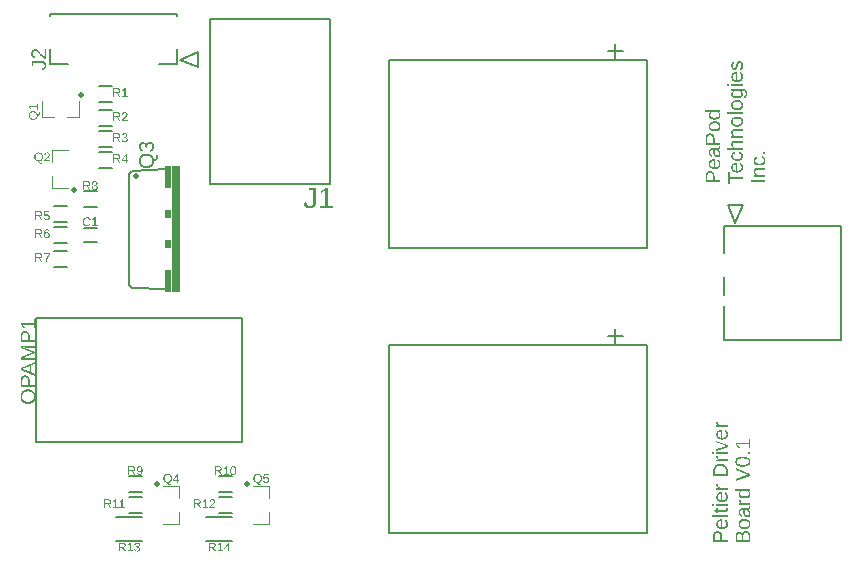
<source format=gbr>
G04 EAGLE Gerber RS-274X export*
G75*
%MOMM*%
%FSLAX34Y34*%
%LPD*%
%INSilkscreen Top*%
%IPPOS*%
%AMOC8*
5,1,8,0,0,1.08239X$1,22.5*%
G01*
G04 Define Apertures*
%ADD10C,0.127000*%
%ADD11C,0.152400*%
%ADD12C,0.508000*%
%ADD13R,0.762000X10.668000*%
%ADD14R,0.508000X1.905000*%
%ADD15R,0.508000X0.762000*%
%ADD16C,0.500000*%
%ADD17C,0.120000*%
G36*
X1881828Y936147D02*
X1882386Y936186D01*
X1882902Y936250D01*
X1883377Y936339D01*
X1883811Y936454D01*
X1884203Y936595D01*
X1884554Y936761D01*
X1884864Y936953D01*
X1885135Y937173D01*
X1885370Y937421D01*
X1885568Y937698D01*
X1885731Y938003D01*
X1885858Y938338D01*
X1885948Y938702D01*
X1886002Y939094D01*
X1886020Y939515D01*
X1886013Y939772D01*
X1885991Y940020D01*
X1885955Y940260D01*
X1885905Y940492D01*
X1885840Y940715D01*
X1885761Y940931D01*
X1885668Y941138D01*
X1885560Y941337D01*
X1885552Y941350D01*
X1885438Y941527D01*
X1885302Y941706D01*
X1885152Y941875D01*
X1884988Y942033D01*
X1884809Y942181D01*
X1884617Y942319D01*
X1884410Y942446D01*
X1884190Y942563D01*
X1884190Y942581D01*
X1885714Y942581D01*
X1886048Y942572D01*
X1886360Y942544D01*
X1886651Y942498D01*
X1886921Y942434D01*
X1887168Y942351D01*
X1887395Y942249D01*
X1887600Y942130D01*
X1887783Y941992D01*
X1887944Y941835D01*
X1888084Y941660D01*
X1888203Y941467D01*
X1888300Y941255D01*
X1888375Y941025D01*
X1888429Y940777D01*
X1888460Y940525D01*
X1888462Y940510D01*
X1888472Y940225D01*
X1888450Y939808D01*
X1888384Y939433D01*
X1888273Y939101D01*
X1888118Y938810D01*
X1887921Y938565D01*
X1887687Y938367D01*
X1887416Y938217D01*
X1887106Y938114D01*
X1887334Y936529D01*
X1887606Y936605D01*
X1887862Y936701D01*
X1888103Y936818D01*
X1888327Y936956D01*
X1888535Y937114D01*
X1888727Y937292D01*
X1888903Y937491D01*
X1889064Y937711D01*
X1889206Y937951D01*
X1889330Y938210D01*
X1889435Y938489D01*
X1889520Y938788D01*
X1889587Y939107D01*
X1889634Y939445D01*
X1889663Y939803D01*
X1889672Y940181D01*
X1889657Y940661D01*
X1889610Y941111D01*
X1889532Y941529D01*
X1889423Y941917D01*
X1889282Y942273D01*
X1889111Y942599D01*
X1888908Y942893D01*
X1888674Y943157D01*
X1888409Y943389D01*
X1888112Y943591D01*
X1887785Y943761D01*
X1887426Y943901D01*
X1887036Y944009D01*
X1886615Y944087D01*
X1886162Y944133D01*
X1885679Y944149D01*
X1878435Y944149D01*
X1877200Y944162D01*
X1876773Y944178D01*
X1876473Y944201D01*
X1876473Y942703D01*
X1876681Y942668D01*
X1877183Y942633D01*
X1878094Y942598D01*
X1878094Y942581D01*
X1877693Y942358D01*
X1877341Y942094D01*
X1877038Y941787D01*
X1876784Y941438D01*
X1876676Y941249D01*
X1876583Y941051D01*
X1876504Y940845D01*
X1876439Y940631D01*
X1876389Y940408D01*
X1876353Y940177D01*
X1876332Y939938D01*
X1876324Y939690D01*
X1876343Y939256D01*
X1876399Y938850D01*
X1876493Y938473D01*
X1876623Y938124D01*
X1876791Y937804D01*
X1876997Y937512D01*
X1877240Y937249D01*
X1877520Y937015D01*
X1877839Y936808D01*
X1878200Y936630D01*
X1878602Y936478D01*
X1879045Y936355D01*
X1879529Y936258D01*
X1880055Y936189D01*
X1880621Y936148D01*
X1881229Y936134D01*
X1881828Y936147D01*
G37*
%LPC*%
G36*
X1880738Y937772D02*
X1880299Y937798D01*
X1879893Y937841D01*
X1879521Y937902D01*
X1879184Y937979D01*
X1878880Y938074D01*
X1878610Y938186D01*
X1878374Y938315D01*
X1878169Y938464D01*
X1877991Y938632D01*
X1877840Y938822D01*
X1877717Y939031D01*
X1877621Y939262D01*
X1877553Y939513D01*
X1877512Y939784D01*
X1877498Y940076D01*
X1877505Y940255D01*
X1877526Y940430D01*
X1877560Y940599D01*
X1877609Y940764D01*
X1877747Y941080D01*
X1877940Y941376D01*
X1878186Y941647D01*
X1878481Y941886D01*
X1878826Y942092D01*
X1879219Y942265D01*
X1879657Y942403D01*
X1880135Y942502D01*
X1880654Y942561D01*
X1881212Y942581D01*
X1881757Y942561D01*
X1882264Y942502D01*
X1882732Y942403D01*
X1883160Y942265D01*
X1883546Y942091D01*
X1883884Y941884D01*
X1883998Y941790D01*
X1884175Y941645D01*
X1884417Y941372D01*
X1884609Y941073D01*
X1884746Y940752D01*
X1884794Y940585D01*
X1884828Y940411D01*
X1884848Y940233D01*
X1884855Y940050D01*
X1884842Y939748D01*
X1884802Y939469D01*
X1884736Y939214D01*
X1884643Y938981D01*
X1884523Y938771D01*
X1884377Y938585D01*
X1884205Y938421D01*
X1884006Y938280D01*
X1883776Y938159D01*
X1883512Y938054D01*
X1883214Y937965D01*
X1882882Y937893D01*
X1882516Y937836D01*
X1882115Y937796D01*
X1881681Y937772D01*
X1881212Y937764D01*
X1880738Y937772D01*
G37*
%LPD*%
G36*
X1862799Y918210D02*
X1863354Y918250D01*
X1863870Y918316D01*
X1864347Y918408D01*
X1864785Y918527D01*
X1865184Y918672D01*
X1865545Y918844D01*
X1865867Y919042D01*
X1866150Y919268D01*
X1866395Y919524D01*
X1866603Y919810D01*
X1866773Y920125D01*
X1866905Y920470D01*
X1867000Y920845D01*
X1867056Y921249D01*
X1867075Y921683D01*
X1867069Y921945D01*
X1867051Y922196D01*
X1867020Y922436D01*
X1866977Y922665D01*
X1866921Y922883D01*
X1866854Y923091D01*
X1866773Y923288D01*
X1866681Y923474D01*
X1866574Y923650D01*
X1866452Y923818D01*
X1866313Y923976D01*
X1866158Y924125D01*
X1865987Y924266D01*
X1865799Y924398D01*
X1865376Y924635D01*
X1865376Y924670D01*
X1865779Y924677D01*
X1866252Y924700D01*
X1866668Y924730D01*
X1866900Y924757D01*
X1866900Y926264D01*
X1866601Y926241D01*
X1866175Y926224D01*
X1864947Y926211D01*
X1853902Y926211D01*
X1853902Y924635D01*
X1857835Y924635D01*
X1858895Y924652D01*
X1858895Y924635D01*
X1858495Y924398D01*
X1858152Y924127D01*
X1858003Y923978D01*
X1857868Y923820D01*
X1857748Y923654D01*
X1857642Y923478D01*
X1857550Y923293D01*
X1857470Y923097D01*
X1857402Y922889D01*
X1857347Y922670D01*
X1857304Y922440D01*
X1857273Y922199D01*
X1857254Y921947D01*
X1857248Y921683D01*
X1857267Y921261D01*
X1857326Y920866D01*
X1857422Y920498D01*
X1857558Y920158D01*
X1857732Y919845D01*
X1857945Y919559D01*
X1858197Y919300D01*
X1858487Y919068D01*
X1858817Y918864D01*
X1859185Y918687D01*
X1859591Y918537D01*
X1860037Y918415D01*
X1860521Y918320D01*
X1861044Y918251D01*
X1861605Y918211D01*
X1862205Y918197D01*
X1862799Y918210D01*
G37*
%LPC*%
G36*
X1861675Y919861D02*
X1861232Y919885D01*
X1860823Y919927D01*
X1860448Y919985D01*
X1860108Y920059D01*
X1859802Y920150D01*
X1859530Y920258D01*
X1859293Y920382D01*
X1859087Y920525D01*
X1858908Y920689D01*
X1858757Y920873D01*
X1858633Y921077D01*
X1858537Y921303D01*
X1858468Y921549D01*
X1858427Y921816D01*
X1858413Y922103D01*
X1858427Y922423D01*
X1858468Y922720D01*
X1858536Y922994D01*
X1858632Y923246D01*
X1858755Y923476D01*
X1858906Y923683D01*
X1859084Y923868D01*
X1859289Y924030D01*
X1859524Y924172D01*
X1859790Y924295D01*
X1860087Y924398D01*
X1860417Y924483D01*
X1860777Y924550D01*
X1861169Y924597D01*
X1861593Y924625D01*
X1862048Y924635D01*
X1862520Y924625D01*
X1862960Y924597D01*
X1863369Y924550D01*
X1863745Y924483D01*
X1864089Y924398D01*
X1864401Y924295D01*
X1864681Y924172D01*
X1864929Y924030D01*
X1864956Y924011D01*
X1865147Y923868D01*
X1865336Y923682D01*
X1865495Y923473D01*
X1865626Y923242D01*
X1865727Y922987D01*
X1865800Y922710D01*
X1865843Y922409D01*
X1865858Y922086D01*
X1865844Y921800D01*
X1865804Y921536D01*
X1865737Y921291D01*
X1865643Y921068D01*
X1865522Y920864D01*
X1865375Y920682D01*
X1865201Y920520D01*
X1864999Y920378D01*
X1864767Y920255D01*
X1864500Y920148D01*
X1864197Y920058D01*
X1863859Y919984D01*
X1863485Y919926D01*
X1863076Y919885D01*
X1862632Y919861D01*
X1862153Y919852D01*
X1861675Y919861D01*
G37*
%LPD*%
G36*
X1866900Y866744D02*
X1862092Y866744D01*
X1862092Y870370D01*
X1862075Y870848D01*
X1862027Y871300D01*
X1861946Y871727D01*
X1861833Y872128D01*
X1861688Y872503D01*
X1861510Y872853D01*
X1861300Y873177D01*
X1861058Y873475D01*
X1860788Y873743D01*
X1860496Y873975D01*
X1860182Y874172D01*
X1859845Y874333D01*
X1859486Y874458D01*
X1859104Y874547D01*
X1858700Y874600D01*
X1858273Y874618D01*
X1857843Y874600D01*
X1857438Y874547D01*
X1857058Y874458D01*
X1856703Y874334D01*
X1856373Y874173D01*
X1856067Y873978D01*
X1855787Y873747D01*
X1855531Y873480D01*
X1855304Y873180D01*
X1855106Y872852D01*
X1854939Y872494D01*
X1854802Y872107D01*
X1854696Y871690D01*
X1854620Y871245D01*
X1854574Y870770D01*
X1854559Y870265D01*
X1854559Y865071D01*
X1866900Y865071D01*
X1866900Y866744D01*
G37*
%LPC*%
G36*
X1855899Y866744D02*
X1855899Y870064D01*
X1855909Y870412D01*
X1855937Y870737D01*
X1855983Y871040D01*
X1856049Y871321D01*
X1856133Y871579D01*
X1856236Y871814D01*
X1856357Y872028D01*
X1856497Y872218D01*
X1856656Y872387D01*
X1856833Y872533D01*
X1857029Y872656D01*
X1857244Y872757D01*
X1857478Y872836D01*
X1857730Y872892D01*
X1858001Y872925D01*
X1858290Y872937D01*
X1858591Y872926D01*
X1858871Y872893D01*
X1859133Y872838D01*
X1859375Y872761D01*
X1859597Y872663D01*
X1859801Y872542D01*
X1859985Y872400D01*
X1860149Y872236D01*
X1860295Y872050D01*
X1860420Y871842D01*
X1860527Y871612D01*
X1860614Y871360D01*
X1860682Y871086D01*
X1860730Y870791D01*
X1860759Y870473D01*
X1860769Y870134D01*
X1860769Y866744D01*
X1855899Y866744D01*
G37*
%LPD*%
G36*
X1866900Y898651D02*
X1862092Y898651D01*
X1862092Y902277D01*
X1862075Y902754D01*
X1862027Y903206D01*
X1861946Y903633D01*
X1861833Y904034D01*
X1861688Y904409D01*
X1861510Y904759D01*
X1861300Y905083D01*
X1861058Y905382D01*
X1860788Y905649D01*
X1860496Y905882D01*
X1860182Y906078D01*
X1859845Y906239D01*
X1859486Y906364D01*
X1859104Y906453D01*
X1858700Y906507D01*
X1858273Y906524D01*
X1857843Y906507D01*
X1857438Y906453D01*
X1857058Y906364D01*
X1856703Y906240D01*
X1856373Y906080D01*
X1856067Y905884D01*
X1855787Y905653D01*
X1855531Y905386D01*
X1855304Y905087D01*
X1855106Y904758D01*
X1854939Y904400D01*
X1854802Y904013D01*
X1854696Y903597D01*
X1854620Y903151D01*
X1854574Y902676D01*
X1854559Y902172D01*
X1854559Y896978D01*
X1866900Y896978D01*
X1866900Y898651D01*
G37*
%LPC*%
G36*
X1855899Y898651D02*
X1855899Y901970D01*
X1855909Y902318D01*
X1855937Y902643D01*
X1855983Y902946D01*
X1856049Y903227D01*
X1856133Y903485D01*
X1856236Y903721D01*
X1856357Y903934D01*
X1856497Y904125D01*
X1856656Y904293D01*
X1856833Y904439D01*
X1857029Y904562D01*
X1857244Y904663D01*
X1857478Y904742D01*
X1857730Y904798D01*
X1858001Y904832D01*
X1858290Y904843D01*
X1858591Y904832D01*
X1858871Y904799D01*
X1859133Y904744D01*
X1859375Y904668D01*
X1859597Y904569D01*
X1859801Y904449D01*
X1859985Y904306D01*
X1860149Y904142D01*
X1860295Y903956D01*
X1860420Y903748D01*
X1860527Y903518D01*
X1860614Y903266D01*
X1860682Y902993D01*
X1860730Y902697D01*
X1860759Y902380D01*
X1860769Y902040D01*
X1860769Y898651D01*
X1855899Y898651D01*
G37*
%LPD*%
G36*
X1862733Y908245D02*
X1863278Y908294D01*
X1863788Y908377D01*
X1864263Y908493D01*
X1864702Y908642D01*
X1865106Y908824D01*
X1865476Y909040D01*
X1865810Y909288D01*
X1866106Y909569D01*
X1866363Y909881D01*
X1866581Y910226D01*
X1866759Y910602D01*
X1866897Y911010D01*
X1866996Y911449D01*
X1867055Y911921D01*
X1867075Y912424D01*
X1867056Y912929D01*
X1866999Y913404D01*
X1866904Y913848D01*
X1866771Y914261D01*
X1866600Y914643D01*
X1866390Y914994D01*
X1866143Y915314D01*
X1865858Y915603D01*
X1865534Y915860D01*
X1865170Y916082D01*
X1864766Y916270D01*
X1864323Y916424D01*
X1863840Y916544D01*
X1863317Y916629D01*
X1862755Y916681D01*
X1862153Y916698D01*
X1861545Y916682D01*
X1860978Y916634D01*
X1860453Y916554D01*
X1859969Y916442D01*
X1859526Y916297D01*
X1859124Y916121D01*
X1858763Y915913D01*
X1858444Y915673D01*
X1858163Y915399D01*
X1857921Y915089D01*
X1857715Y914743D01*
X1857547Y914361D01*
X1857416Y913944D01*
X1857323Y913490D01*
X1857267Y913001D01*
X1857248Y912476D01*
X1857267Y911962D01*
X1857325Y911481D01*
X1857421Y911033D01*
X1857555Y910618D01*
X1857727Y910236D01*
X1857938Y909888D01*
X1858187Y909572D01*
X1858474Y909290D01*
X1858800Y909041D01*
X1859164Y908826D01*
X1859566Y908643D01*
X1860007Y908494D01*
X1860486Y908378D01*
X1861003Y908295D01*
X1861559Y908245D01*
X1862153Y908228D01*
X1862733Y908245D01*
G37*
%LPC*%
G36*
X1861687Y909893D02*
X1861253Y909922D01*
X1860851Y909970D01*
X1860481Y910038D01*
X1860143Y910125D01*
X1859837Y910231D01*
X1859562Y910356D01*
X1859320Y910501D01*
X1859107Y910667D01*
X1858923Y910858D01*
X1858767Y911072D01*
X1858640Y911310D01*
X1858540Y911572D01*
X1858470Y911858D01*
X1858427Y912168D01*
X1858413Y912502D01*
X1858427Y912834D01*
X1858469Y913140D01*
X1858538Y913422D01*
X1858635Y913679D01*
X1858760Y913912D01*
X1858913Y914119D01*
X1859094Y914302D01*
X1859302Y914460D01*
X1859541Y914596D01*
X1859814Y914715D01*
X1860120Y914815D01*
X1860459Y914897D01*
X1860832Y914960D01*
X1861239Y915006D01*
X1861679Y915033D01*
X1862153Y915042D01*
X1862621Y915033D01*
X1863057Y915004D01*
X1863461Y914957D01*
X1863832Y914890D01*
X1864172Y914805D01*
X1864480Y914700D01*
X1864756Y914576D01*
X1864999Y914434D01*
X1865213Y914269D01*
X1865398Y914079D01*
X1865554Y913863D01*
X1865683Y913622D01*
X1865782Y913356D01*
X1865853Y913065D01*
X1865896Y912748D01*
X1865910Y912406D01*
X1865896Y912091D01*
X1865851Y911797D01*
X1865778Y911525D01*
X1865675Y911275D01*
X1865543Y911047D01*
X1865381Y910840D01*
X1865189Y910655D01*
X1864969Y910492D01*
X1864719Y910350D01*
X1864440Y910226D01*
X1864131Y910121D01*
X1863794Y910036D01*
X1863427Y909969D01*
X1863032Y909922D01*
X1862607Y909893D01*
X1862153Y909884D01*
X1861687Y909893D01*
G37*
%LPD*%
G36*
X1881783Y912214D02*
X1882328Y912263D01*
X1882838Y912346D01*
X1883313Y912462D01*
X1883752Y912611D01*
X1884156Y912793D01*
X1884526Y913008D01*
X1884860Y913257D01*
X1885156Y913538D01*
X1885413Y913850D01*
X1885631Y914194D01*
X1885809Y914571D01*
X1885947Y914978D01*
X1886046Y915418D01*
X1886105Y915889D01*
X1886125Y916392D01*
X1886106Y916898D01*
X1886049Y917373D01*
X1885954Y917817D01*
X1885821Y918229D01*
X1885650Y918611D01*
X1885440Y918962D01*
X1885193Y919283D01*
X1884908Y919572D01*
X1884584Y919828D01*
X1884220Y920051D01*
X1883816Y920239D01*
X1883373Y920393D01*
X1882890Y920513D01*
X1882367Y920598D01*
X1881805Y920649D01*
X1881203Y920666D01*
X1880595Y920650D01*
X1880028Y920602D01*
X1879503Y920522D01*
X1879019Y920410D01*
X1878576Y920266D01*
X1878174Y920090D01*
X1877813Y919882D01*
X1877494Y919642D01*
X1877213Y919368D01*
X1876971Y919058D01*
X1876765Y918712D01*
X1876597Y918330D01*
X1876466Y917913D01*
X1876373Y917459D01*
X1876317Y916970D01*
X1876298Y916445D01*
X1876317Y915930D01*
X1876375Y915449D01*
X1876471Y915001D01*
X1876605Y914586D01*
X1876777Y914205D01*
X1876988Y913856D01*
X1877237Y913541D01*
X1877524Y913259D01*
X1877850Y913010D01*
X1878214Y912794D01*
X1878616Y912612D01*
X1879057Y912462D01*
X1879536Y912346D01*
X1880053Y912263D01*
X1880609Y912214D01*
X1881203Y912197D01*
X1881783Y912214D01*
G37*
%LPC*%
G36*
X1880737Y913862D02*
X1880303Y913891D01*
X1879901Y913939D01*
X1879531Y914007D01*
X1879193Y914094D01*
X1878887Y914200D01*
X1878612Y914325D01*
X1878370Y914470D01*
X1878157Y914636D01*
X1877973Y914826D01*
X1877817Y915041D01*
X1877690Y915279D01*
X1877590Y915541D01*
X1877520Y915827D01*
X1877477Y916137D01*
X1877463Y916471D01*
X1877477Y916803D01*
X1877519Y917109D01*
X1877588Y917391D01*
X1877685Y917648D01*
X1877810Y917880D01*
X1877963Y918088D01*
X1878144Y918271D01*
X1878352Y918429D01*
X1878591Y918565D01*
X1878864Y918684D01*
X1879170Y918784D01*
X1879509Y918866D01*
X1879882Y918929D01*
X1880289Y918975D01*
X1880729Y919002D01*
X1881203Y919011D01*
X1881671Y919002D01*
X1882107Y918973D01*
X1882511Y918926D01*
X1882882Y918859D01*
X1883222Y918773D01*
X1883530Y918669D01*
X1883806Y918545D01*
X1884049Y918402D01*
X1884263Y918238D01*
X1884448Y918047D01*
X1884604Y917832D01*
X1884733Y917591D01*
X1884832Y917325D01*
X1884903Y917034D01*
X1884946Y916717D01*
X1884960Y916375D01*
X1884946Y916059D01*
X1884901Y915766D01*
X1884828Y915494D01*
X1884725Y915244D01*
X1884593Y915016D01*
X1884431Y914809D01*
X1884239Y914624D01*
X1884019Y914461D01*
X1883769Y914318D01*
X1883490Y914195D01*
X1883181Y914090D01*
X1882844Y914005D01*
X1882477Y913938D01*
X1882082Y913890D01*
X1881657Y913862D01*
X1881203Y913852D01*
X1880737Y913862D01*
G37*
%LPD*%
G36*
X1881783Y926182D02*
X1882328Y926232D01*
X1882838Y926315D01*
X1883313Y926431D01*
X1883752Y926580D01*
X1884156Y926762D01*
X1884526Y926977D01*
X1884860Y927226D01*
X1885156Y927506D01*
X1885413Y927819D01*
X1885631Y928163D01*
X1885809Y928539D01*
X1885947Y928947D01*
X1886046Y929387D01*
X1886105Y929858D01*
X1886125Y930361D01*
X1886106Y930867D01*
X1886049Y931341D01*
X1885954Y931785D01*
X1885821Y932198D01*
X1885650Y932580D01*
X1885440Y932931D01*
X1885193Y933251D01*
X1884908Y933540D01*
X1884584Y933797D01*
X1884220Y934019D01*
X1883816Y934208D01*
X1883373Y934362D01*
X1882890Y934481D01*
X1882367Y934567D01*
X1881805Y934618D01*
X1881203Y934635D01*
X1880595Y934619D01*
X1880028Y934571D01*
X1879503Y934491D01*
X1879019Y934379D01*
X1878576Y934235D01*
X1878174Y934059D01*
X1877813Y933851D01*
X1877494Y933610D01*
X1877213Y933336D01*
X1876971Y933026D01*
X1876765Y932681D01*
X1876597Y932299D01*
X1876466Y931881D01*
X1876373Y931428D01*
X1876317Y930939D01*
X1876298Y930414D01*
X1876317Y929899D01*
X1876375Y929418D01*
X1876471Y928970D01*
X1876605Y928555D01*
X1876777Y928174D01*
X1876988Y927825D01*
X1877237Y927510D01*
X1877524Y927228D01*
X1877850Y926979D01*
X1878214Y926763D01*
X1878616Y926581D01*
X1879057Y926431D01*
X1879536Y926315D01*
X1880053Y926232D01*
X1880609Y926182D01*
X1881203Y926166D01*
X1881783Y926182D01*
G37*
%LPC*%
G36*
X1880737Y927831D02*
X1880303Y927860D01*
X1879901Y927908D01*
X1879531Y927975D01*
X1879193Y928062D01*
X1878887Y928168D01*
X1878612Y928294D01*
X1878370Y928439D01*
X1878157Y928605D01*
X1877973Y928795D01*
X1877817Y929009D01*
X1877690Y929248D01*
X1877590Y929510D01*
X1877520Y929796D01*
X1877477Y930106D01*
X1877463Y930440D01*
X1877477Y930771D01*
X1877519Y931078D01*
X1877588Y931360D01*
X1877685Y931617D01*
X1877810Y931849D01*
X1877963Y932057D01*
X1878144Y932239D01*
X1878352Y932397D01*
X1878591Y932534D01*
X1878864Y932652D01*
X1879170Y932752D01*
X1879509Y932834D01*
X1879882Y932898D01*
X1880289Y932943D01*
X1880729Y932971D01*
X1881203Y932980D01*
X1881671Y932970D01*
X1882107Y932942D01*
X1882511Y932894D01*
X1882882Y932828D01*
X1883222Y932742D01*
X1883530Y932637D01*
X1883806Y932514D01*
X1884049Y932371D01*
X1884263Y932206D01*
X1884448Y932016D01*
X1884604Y931801D01*
X1884733Y931560D01*
X1884832Y931294D01*
X1884903Y931002D01*
X1884946Y930686D01*
X1884960Y930344D01*
X1884946Y930028D01*
X1884901Y929735D01*
X1884828Y929463D01*
X1884725Y929213D01*
X1884593Y928984D01*
X1884431Y928778D01*
X1884239Y928593D01*
X1884019Y928430D01*
X1883769Y928287D01*
X1883490Y928164D01*
X1883181Y928059D01*
X1882844Y927973D01*
X1882477Y927907D01*
X1882082Y927859D01*
X1881657Y927831D01*
X1881203Y927821D01*
X1880737Y927831D01*
G37*
%LPD*%
G36*
X1864575Y886311D02*
X1864877Y886344D01*
X1865161Y886400D01*
X1865429Y886479D01*
X1865678Y886580D01*
X1865910Y886703D01*
X1866125Y886849D01*
X1866322Y887018D01*
X1866499Y887208D01*
X1866652Y887421D01*
X1866781Y887656D01*
X1866887Y887913D01*
X1866969Y888193D01*
X1867028Y888494D01*
X1867063Y888818D01*
X1867075Y889164D01*
X1867068Y889445D01*
X1867047Y889716D01*
X1867012Y889975D01*
X1866962Y890224D01*
X1866899Y890463D01*
X1866821Y890690D01*
X1866730Y890907D01*
X1866624Y891112D01*
X1866501Y891310D01*
X1866359Y891501D01*
X1866197Y891686D01*
X1866014Y891864D01*
X1865812Y892037D01*
X1865590Y892204D01*
X1865087Y892518D01*
X1865087Y892571D01*
X1865545Y892619D01*
X1865749Y892659D01*
X1865938Y892710D01*
X1866110Y892771D01*
X1866265Y892844D01*
X1866405Y892927D01*
X1866528Y893022D01*
X1866636Y893129D01*
X1866729Y893251D01*
X1866808Y893388D01*
X1866873Y893540D01*
X1866923Y893706D01*
X1866959Y893888D01*
X1866980Y894085D01*
X1866988Y894296D01*
X1866979Y894605D01*
X1866953Y894911D01*
X1866909Y895214D01*
X1866847Y895513D01*
X1865867Y895513D01*
X1865913Y895240D01*
X1865928Y894997D01*
X1865906Y894759D01*
X1865839Y894563D01*
X1865728Y894409D01*
X1865573Y894296D01*
X1865374Y894216D01*
X1865132Y894158D01*
X1864846Y894124D01*
X1864518Y894112D01*
X1860436Y894112D01*
X1860060Y894098D01*
X1859707Y894056D01*
X1859376Y893985D01*
X1859069Y893887D01*
X1858784Y893760D01*
X1858522Y893605D01*
X1858283Y893421D01*
X1858067Y893210D01*
X1857875Y892971D01*
X1857709Y892704D01*
X1857568Y892409D01*
X1857453Y892087D01*
X1857363Y891737D01*
X1857299Y891359D01*
X1857261Y890954D01*
X1857248Y890521D01*
X1857258Y890108D01*
X1857288Y889718D01*
X1857338Y889352D01*
X1857408Y889009D01*
X1857498Y888690D01*
X1857608Y888394D01*
X1857738Y888121D01*
X1857887Y887872D01*
X1858057Y887646D01*
X1858247Y887443D01*
X1858457Y887264D01*
X1858687Y887109D01*
X1858936Y886976D01*
X1859206Y886867D01*
X1859496Y886782D01*
X1859806Y886720D01*
X1859955Y888367D01*
X1859764Y888397D01*
X1859587Y888439D01*
X1859424Y888493D01*
X1859274Y888559D01*
X1859137Y888637D01*
X1859014Y888728D01*
X1858904Y888830D01*
X1858807Y888945D01*
X1858723Y889074D01*
X1858650Y889222D01*
X1858588Y889387D01*
X1858538Y889571D01*
X1858499Y889773D01*
X1858470Y889992D01*
X1858448Y890486D01*
X1858456Y890740D01*
X1858479Y890977D01*
X1858518Y891196D01*
X1858573Y891397D01*
X1858643Y891581D01*
X1858729Y891747D01*
X1858830Y891896D01*
X1858947Y892028D01*
X1859082Y892143D01*
X1859238Y892242D01*
X1859414Y892326D01*
X1859611Y892395D01*
X1859828Y892449D01*
X1860066Y892487D01*
X1860324Y892510D01*
X1860603Y892518D01*
X1861119Y892518D01*
X1861154Y890390D01*
X1861179Y889870D01*
X1861227Y889387D01*
X1861297Y888941D01*
X1861391Y888532D01*
X1861508Y888160D01*
X1861647Y887825D01*
X1861810Y887528D01*
X1861995Y887267D01*
X1862203Y887040D01*
X1862432Y886844D01*
X1862683Y886678D01*
X1862954Y886541D01*
X1863247Y886436D01*
X1863562Y886360D01*
X1863898Y886315D01*
X1864255Y886299D01*
X1864575Y886311D01*
G37*
%LPC*%
G36*
X1863943Y887939D02*
X1863640Y887996D01*
X1863370Y888092D01*
X1863134Y888226D01*
X1862929Y888396D01*
X1862753Y888600D01*
X1862605Y888836D01*
X1862486Y889107D01*
X1862393Y889427D01*
X1862324Y889815D01*
X1862279Y890270D01*
X1862258Y890793D01*
X1862223Y892518D01*
X1863002Y892518D01*
X1863363Y892494D01*
X1863720Y892421D01*
X1864071Y892299D01*
X1864417Y892128D01*
X1864742Y891916D01*
X1865031Y891667D01*
X1865283Y891384D01*
X1865499Y891064D01*
X1865671Y890715D01*
X1865794Y890342D01*
X1865868Y889944D01*
X1865887Y889736D01*
X1865893Y889523D01*
X1865886Y889335D01*
X1865867Y889159D01*
X1865834Y888994D01*
X1865788Y888841D01*
X1865729Y888698D01*
X1865656Y888566D01*
X1865571Y888445D01*
X1865472Y888336D01*
X1865362Y888238D01*
X1865240Y888154D01*
X1865108Y888082D01*
X1864964Y888024D01*
X1864810Y887978D01*
X1864645Y887946D01*
X1864468Y887926D01*
X1864281Y887920D01*
X1863943Y887939D01*
G37*
%LPD*%
G36*
X1862699Y876317D02*
X1863259Y876368D01*
X1863782Y876454D01*
X1864266Y876574D01*
X1864712Y876729D01*
X1865120Y876918D01*
X1865491Y877141D01*
X1865823Y877399D01*
X1866116Y877689D01*
X1866371Y878011D01*
X1866586Y878364D01*
X1866762Y878749D01*
X1866899Y879164D01*
X1866997Y879612D01*
X1867056Y880090D01*
X1867075Y880600D01*
X1867066Y880968D01*
X1867040Y881319D01*
X1866996Y881654D01*
X1866935Y881971D01*
X1866856Y882272D01*
X1866760Y882555D01*
X1866646Y882822D01*
X1866515Y883072D01*
X1866366Y883305D01*
X1866199Y883521D01*
X1866015Y883720D01*
X1865814Y883902D01*
X1865595Y884068D01*
X1865359Y884216D01*
X1865105Y884348D01*
X1864833Y884462D01*
X1864439Y883079D01*
X1864741Y882944D01*
X1865015Y882760D01*
X1865262Y882526D01*
X1865481Y882242D01*
X1865578Y882081D01*
X1865661Y881908D01*
X1865732Y881722D01*
X1865790Y881523D01*
X1865835Y881311D01*
X1865867Y881087D01*
X1865886Y880850D01*
X1865893Y880600D01*
X1865879Y880286D01*
X1865838Y879991D01*
X1865768Y879715D01*
X1865672Y879459D01*
X1865547Y879223D01*
X1865395Y879005D01*
X1865216Y878808D01*
X1865008Y878629D01*
X1864775Y878471D01*
X1864519Y878334D01*
X1864240Y878218D01*
X1863937Y878123D01*
X1863612Y878050D01*
X1863262Y877997D01*
X1862890Y877965D01*
X1862494Y877955D01*
X1862494Y884716D01*
X1862284Y884716D01*
X1861674Y884700D01*
X1861104Y884651D01*
X1860573Y884570D01*
X1860081Y884455D01*
X1859628Y884308D01*
X1859215Y884129D01*
X1858842Y883917D01*
X1858507Y883672D01*
X1858212Y883395D01*
X1857956Y883084D01*
X1857740Y882742D01*
X1857563Y882366D01*
X1857425Y881958D01*
X1857327Y881518D01*
X1857268Y881045D01*
X1857248Y880539D01*
X1857268Y880043D01*
X1857326Y879577D01*
X1857424Y879140D01*
X1857561Y878733D01*
X1857737Y878355D01*
X1857953Y878007D01*
X1858207Y877688D01*
X1858501Y877399D01*
X1858831Y877141D01*
X1859195Y876918D01*
X1859594Y876729D01*
X1860027Y876574D01*
X1860494Y876454D01*
X1860995Y876368D01*
X1861531Y876317D01*
X1862100Y876299D01*
X1862699Y876317D01*
G37*
%LPC*%
G36*
X1860960Y877995D02*
X1860652Y878037D01*
X1860361Y878099D01*
X1860089Y878179D01*
X1859835Y878279D01*
X1859598Y878399D01*
X1859380Y878537D01*
X1859179Y878695D01*
X1859000Y878870D01*
X1858844Y879060D01*
X1858712Y879265D01*
X1858605Y879484D01*
X1858521Y879719D01*
X1858461Y879969D01*
X1858425Y880233D01*
X1858413Y880512D01*
X1858424Y880799D01*
X1858456Y881069D01*
X1858510Y881322D01*
X1858585Y881557D01*
X1858682Y881775D01*
X1858800Y881976D01*
X1858939Y882159D01*
X1859101Y882325D01*
X1859285Y882475D01*
X1859495Y882609D01*
X1859730Y882728D01*
X1859991Y882831D01*
X1860276Y882919D01*
X1860588Y882990D01*
X1860924Y883047D01*
X1861286Y883087D01*
X1861286Y877972D01*
X1860960Y877995D01*
G37*
%LPD*%
G36*
X1881749Y873317D02*
X1882309Y873368D01*
X1882832Y873454D01*
X1883316Y873574D01*
X1883762Y873729D01*
X1884170Y873918D01*
X1884541Y874141D01*
X1884873Y874399D01*
X1885166Y874689D01*
X1885421Y875011D01*
X1885636Y875364D01*
X1885812Y875749D01*
X1885949Y876164D01*
X1886047Y876612D01*
X1886106Y877090D01*
X1886125Y877600D01*
X1886116Y877968D01*
X1886090Y878319D01*
X1886046Y878654D01*
X1885985Y878971D01*
X1885906Y879272D01*
X1885810Y879555D01*
X1885696Y879822D01*
X1885565Y880072D01*
X1885416Y880305D01*
X1885249Y880521D01*
X1885065Y880720D01*
X1884864Y880902D01*
X1884645Y881068D01*
X1884409Y881216D01*
X1884155Y881348D01*
X1883883Y881462D01*
X1883489Y880079D01*
X1883791Y879944D01*
X1884065Y879760D01*
X1884312Y879526D01*
X1884531Y879242D01*
X1884628Y879081D01*
X1884711Y878908D01*
X1884782Y878722D01*
X1884840Y878523D01*
X1884885Y878311D01*
X1884917Y878087D01*
X1884936Y877850D01*
X1884943Y877600D01*
X1884929Y877286D01*
X1884888Y876991D01*
X1884818Y876715D01*
X1884722Y876459D01*
X1884597Y876223D01*
X1884445Y876005D01*
X1884266Y875808D01*
X1884058Y875629D01*
X1883825Y875471D01*
X1883569Y875334D01*
X1883290Y875218D01*
X1882987Y875123D01*
X1882662Y875050D01*
X1882312Y874997D01*
X1881940Y874965D01*
X1881544Y874955D01*
X1881544Y881716D01*
X1881334Y881716D01*
X1880724Y881700D01*
X1880154Y881651D01*
X1879623Y881570D01*
X1879131Y881455D01*
X1878678Y881308D01*
X1878265Y881129D01*
X1877892Y880917D01*
X1877557Y880672D01*
X1877262Y880395D01*
X1877006Y880084D01*
X1876790Y879742D01*
X1876613Y879366D01*
X1876475Y878958D01*
X1876377Y878518D01*
X1876318Y878045D01*
X1876298Y877539D01*
X1876318Y877043D01*
X1876376Y876577D01*
X1876474Y876140D01*
X1876611Y875733D01*
X1876787Y875355D01*
X1877003Y875007D01*
X1877257Y874688D01*
X1877551Y874399D01*
X1877881Y874141D01*
X1878245Y873918D01*
X1878644Y873729D01*
X1879077Y873574D01*
X1879544Y873454D01*
X1880045Y873368D01*
X1880581Y873317D01*
X1881150Y873299D01*
X1881749Y873317D01*
G37*
%LPC*%
G36*
X1880010Y874995D02*
X1879702Y875037D01*
X1879411Y875099D01*
X1879139Y875179D01*
X1878885Y875279D01*
X1878648Y875399D01*
X1878430Y875537D01*
X1878229Y875695D01*
X1878050Y875870D01*
X1877894Y876060D01*
X1877762Y876265D01*
X1877655Y876484D01*
X1877571Y876719D01*
X1877511Y876969D01*
X1877475Y877233D01*
X1877463Y877512D01*
X1877474Y877799D01*
X1877506Y878069D01*
X1877560Y878322D01*
X1877635Y878557D01*
X1877732Y878775D01*
X1877850Y878976D01*
X1877989Y879159D01*
X1878151Y879325D01*
X1878335Y879475D01*
X1878545Y879609D01*
X1878780Y879728D01*
X1879041Y879831D01*
X1879326Y879919D01*
X1879638Y879990D01*
X1879974Y880047D01*
X1880336Y880087D01*
X1880336Y874972D01*
X1880010Y874995D01*
G37*
%LPD*%
G36*
X1881749Y950129D02*
X1882309Y950181D01*
X1882832Y950267D01*
X1883316Y950387D01*
X1883762Y950541D01*
X1884170Y950730D01*
X1884541Y950954D01*
X1884873Y951211D01*
X1885166Y951502D01*
X1885421Y951823D01*
X1885636Y952177D01*
X1885812Y952561D01*
X1885949Y952977D01*
X1886047Y953424D01*
X1886106Y953903D01*
X1886125Y954412D01*
X1886116Y954781D01*
X1886090Y955132D01*
X1886046Y955466D01*
X1885985Y955784D01*
X1885906Y956084D01*
X1885810Y956368D01*
X1885696Y956635D01*
X1885565Y956885D01*
X1885416Y957117D01*
X1885249Y957334D01*
X1885065Y957533D01*
X1884864Y957715D01*
X1884645Y957880D01*
X1884409Y958029D01*
X1884155Y958160D01*
X1883883Y958275D01*
X1883489Y956891D01*
X1883791Y956757D01*
X1884065Y956573D01*
X1884312Y956338D01*
X1884531Y956055D01*
X1884628Y955894D01*
X1884711Y955720D01*
X1884782Y955534D01*
X1884840Y955335D01*
X1884885Y955124D01*
X1884917Y954899D01*
X1884936Y954662D01*
X1884943Y954412D01*
X1884929Y954098D01*
X1884888Y953803D01*
X1884818Y953528D01*
X1884722Y953272D01*
X1884597Y953035D01*
X1884445Y952818D01*
X1884266Y952620D01*
X1884058Y952442D01*
X1883825Y952284D01*
X1883569Y952147D01*
X1883290Y952031D01*
X1882987Y951936D01*
X1882662Y951862D01*
X1882312Y951810D01*
X1881940Y951778D01*
X1881544Y951767D01*
X1881544Y958529D01*
X1881334Y958529D01*
X1880724Y958513D01*
X1880154Y958464D01*
X1879623Y958382D01*
X1879131Y958268D01*
X1878678Y958121D01*
X1878265Y957941D01*
X1877892Y957729D01*
X1877557Y957484D01*
X1877262Y957207D01*
X1877006Y956897D01*
X1876790Y956554D01*
X1876613Y956179D01*
X1876475Y955771D01*
X1876377Y955330D01*
X1876318Y954857D01*
X1876298Y954351D01*
X1876318Y953856D01*
X1876376Y953390D01*
X1876474Y952953D01*
X1876611Y952546D01*
X1876787Y952168D01*
X1877003Y951820D01*
X1877257Y951501D01*
X1877551Y951211D01*
X1877881Y950954D01*
X1878245Y950730D01*
X1878644Y950541D01*
X1879077Y950387D01*
X1879544Y950267D01*
X1880045Y950181D01*
X1880581Y950129D01*
X1881150Y950112D01*
X1881749Y950129D01*
G37*
%LPC*%
G36*
X1880010Y951808D02*
X1879702Y951850D01*
X1879411Y951911D01*
X1879139Y951992D01*
X1878885Y952092D01*
X1878648Y952211D01*
X1878430Y952350D01*
X1878229Y952507D01*
X1878050Y952682D01*
X1877894Y952872D01*
X1877762Y953077D01*
X1877655Y953297D01*
X1877571Y953531D01*
X1877511Y953781D01*
X1877475Y954045D01*
X1877463Y954325D01*
X1877474Y954612D01*
X1877506Y954882D01*
X1877560Y955134D01*
X1877635Y955369D01*
X1877732Y955587D01*
X1877850Y955788D01*
X1877989Y955972D01*
X1878151Y956138D01*
X1878335Y956288D01*
X1878545Y956422D01*
X1878780Y956541D01*
X1879041Y956644D01*
X1879326Y956731D01*
X1879638Y956803D01*
X1879974Y956859D01*
X1880336Y956900D01*
X1880336Y951785D01*
X1880010Y951808D01*
G37*
%LPD*%
G36*
X1885950Y894327D02*
X1880362Y894327D01*
X1880044Y894337D01*
X1879743Y894368D01*
X1879458Y894421D01*
X1879191Y894494D01*
X1878940Y894588D01*
X1878705Y894703D01*
X1878487Y894839D01*
X1878286Y894997D01*
X1878106Y895171D01*
X1877949Y895359D01*
X1877817Y895561D01*
X1877708Y895777D01*
X1877624Y896007D01*
X1877564Y896250D01*
X1877528Y896508D01*
X1877516Y896779D01*
X1877530Y897131D01*
X1877572Y897442D01*
X1877644Y897713D01*
X1877743Y897944D01*
X1877873Y898139D01*
X1878036Y898305D01*
X1878230Y898441D01*
X1878457Y898548D01*
X1878732Y898629D01*
X1879071Y898686D01*
X1879474Y898721D01*
X1879942Y898732D01*
X1885950Y898732D01*
X1885950Y900317D01*
X1879635Y900317D01*
X1879200Y900306D01*
X1878798Y900272D01*
X1878428Y900215D01*
X1878090Y900135D01*
X1877785Y900032D01*
X1877513Y899906D01*
X1877272Y899757D01*
X1877064Y899586D01*
X1876885Y899391D01*
X1876729Y899170D01*
X1876597Y898924D01*
X1876490Y898652D01*
X1876406Y898355D01*
X1876346Y898033D01*
X1876310Y897686D01*
X1876298Y897313D01*
X1876305Y897045D01*
X1876325Y896790D01*
X1876359Y896546D01*
X1876407Y896314D01*
X1876467Y896093D01*
X1876542Y895885D01*
X1876630Y895689D01*
X1876732Y895505D01*
X1876979Y895160D01*
X1877289Y894842D01*
X1877660Y894550D01*
X1878094Y894283D01*
X1878094Y894256D01*
X1877437Y894296D01*
X1876876Y894319D01*
X1876333Y894327D01*
X1872952Y894327D01*
X1872952Y892750D01*
X1885950Y892750D01*
X1885950Y894327D01*
G37*
G36*
X1876738Y902689D02*
X1877163Y902706D01*
X1878497Y902719D01*
X1885950Y902719D01*
X1885950Y904295D01*
X1880458Y904295D01*
X1880122Y904306D01*
X1879804Y904336D01*
X1879506Y904388D01*
X1879226Y904459D01*
X1878965Y904552D01*
X1878723Y904665D01*
X1878499Y904798D01*
X1878295Y904952D01*
X1878112Y905124D01*
X1877954Y905311D01*
X1877820Y905513D01*
X1877710Y905729D01*
X1877625Y905961D01*
X1877564Y906208D01*
X1877528Y906471D01*
X1877516Y906748D01*
X1877530Y907114D01*
X1877572Y907433D01*
X1877644Y907705D01*
X1877743Y907930D01*
X1877875Y908118D01*
X1878043Y908278D01*
X1878247Y908411D01*
X1878488Y908517D01*
X1878772Y908597D01*
X1879110Y908655D01*
X1879499Y908689D01*
X1879942Y908701D01*
X1885950Y908701D01*
X1885950Y910286D01*
X1879635Y910286D01*
X1879204Y910275D01*
X1878805Y910241D01*
X1878437Y910184D01*
X1878101Y910105D01*
X1877797Y910004D01*
X1877524Y909880D01*
X1877283Y909733D01*
X1877073Y909564D01*
X1876892Y909370D01*
X1876734Y909150D01*
X1876601Y908904D01*
X1876492Y908632D01*
X1876407Y908334D01*
X1876347Y908009D01*
X1876310Y907659D01*
X1876298Y907282D01*
X1876304Y907022D01*
X1876324Y906774D01*
X1876355Y906536D01*
X1876400Y906309D01*
X1876457Y906092D01*
X1876527Y905887D01*
X1876610Y905692D01*
X1876705Y905508D01*
X1876816Y905333D01*
X1876945Y905162D01*
X1877092Y904997D01*
X1877256Y904837D01*
X1877639Y904534D01*
X1878094Y904251D01*
X1878094Y904225D01*
X1877152Y904195D01*
X1876710Y904173D01*
X1876473Y904155D01*
X1876473Y902666D01*
X1876738Y902689D01*
G37*
G36*
X1895788Y869783D02*
X1896213Y869799D01*
X1897547Y869812D01*
X1905000Y869812D01*
X1905000Y871389D01*
X1899508Y871389D01*
X1899172Y871399D01*
X1898854Y871430D01*
X1898556Y871481D01*
X1898276Y871553D01*
X1898015Y871646D01*
X1897773Y871759D01*
X1897549Y871892D01*
X1897345Y872046D01*
X1897162Y872218D01*
X1897004Y872404D01*
X1896870Y872606D01*
X1896760Y872823D01*
X1896675Y873055D01*
X1896614Y873302D01*
X1896578Y873564D01*
X1896566Y873841D01*
X1896580Y874208D01*
X1896622Y874527D01*
X1896694Y874799D01*
X1896793Y875024D01*
X1896925Y875212D01*
X1897093Y875372D01*
X1897297Y875505D01*
X1897538Y875611D01*
X1897822Y875691D01*
X1898160Y875749D01*
X1898549Y875783D01*
X1898992Y875795D01*
X1905000Y875795D01*
X1905000Y877380D01*
X1898685Y877380D01*
X1898254Y877369D01*
X1897855Y877335D01*
X1897487Y877278D01*
X1897151Y877199D01*
X1896847Y877098D01*
X1896574Y876973D01*
X1896333Y876827D01*
X1896123Y876657D01*
X1895942Y876464D01*
X1895784Y876244D01*
X1895651Y875998D01*
X1895542Y875726D01*
X1895457Y875427D01*
X1895397Y875103D01*
X1895360Y874752D01*
X1895348Y874376D01*
X1895354Y874116D01*
X1895374Y873867D01*
X1895405Y873629D01*
X1895450Y873402D01*
X1895507Y873186D01*
X1895577Y872981D01*
X1895660Y872786D01*
X1895755Y872602D01*
X1895866Y872426D01*
X1895995Y872256D01*
X1896142Y872091D01*
X1896306Y871931D01*
X1896689Y871627D01*
X1897144Y871345D01*
X1897144Y871319D01*
X1896202Y871288D01*
X1895760Y871266D01*
X1895523Y871249D01*
X1895523Y869760D01*
X1895788Y869783D01*
G37*
G36*
X1884024Y959901D02*
X1884302Y960004D01*
X1884560Y960129D01*
X1884797Y960275D01*
X1885014Y960441D01*
X1885211Y960628D01*
X1885387Y960837D01*
X1885543Y961066D01*
X1885679Y961319D01*
X1885798Y961596D01*
X1885898Y961899D01*
X1885980Y962228D01*
X1886043Y962581D01*
X1886089Y962960D01*
X1886116Y963365D01*
X1886125Y963794D01*
X1886114Y964237D01*
X1886080Y964655D01*
X1886023Y965047D01*
X1885943Y965414D01*
X1885841Y965755D01*
X1885716Y966071D01*
X1885569Y966362D01*
X1885398Y966628D01*
X1885207Y966865D01*
X1884996Y967070D01*
X1884767Y967244D01*
X1884518Y967386D01*
X1884250Y967497D01*
X1883963Y967576D01*
X1883657Y967624D01*
X1883331Y967639D01*
X1883067Y967628D01*
X1882818Y967596D01*
X1882583Y967541D01*
X1882363Y967464D01*
X1882157Y967368D01*
X1881964Y967253D01*
X1881783Y967120D01*
X1881615Y966969D01*
X1881456Y966795D01*
X1881305Y966592D01*
X1881160Y966359D01*
X1881023Y966098D01*
X1880887Y965778D01*
X1880744Y965371D01*
X1880596Y964876D01*
X1880441Y964294D01*
X1880152Y963199D01*
X1880034Y962822D01*
X1879933Y962559D01*
X1879836Y962366D01*
X1879729Y962198D01*
X1879613Y962055D01*
X1879486Y961938D01*
X1879346Y961846D01*
X1879188Y961780D01*
X1879013Y961740D01*
X1878821Y961727D01*
X1878662Y961735D01*
X1878513Y961759D01*
X1878375Y961799D01*
X1878247Y961854D01*
X1878129Y961926D01*
X1878022Y962013D01*
X1877926Y962116D01*
X1877840Y962235D01*
X1877764Y962371D01*
X1877698Y962524D01*
X1877642Y962695D01*
X1877597Y962883D01*
X1877536Y963313D01*
X1877516Y963812D01*
X1877537Y964269D01*
X1877600Y964678D01*
X1877705Y965038D01*
X1877853Y965349D01*
X1878040Y965608D01*
X1878263Y965812D01*
X1878389Y965893D01*
X1878524Y965961D01*
X1878668Y966014D01*
X1878821Y966054D01*
X1878645Y967473D01*
X1878351Y967401D01*
X1878078Y967308D01*
X1877826Y967194D01*
X1877594Y967058D01*
X1877384Y966901D01*
X1877194Y966723D01*
X1877025Y966524D01*
X1876876Y966304D01*
X1876747Y966063D01*
X1876635Y965801D01*
X1876540Y965520D01*
X1876462Y965219D01*
X1876402Y964897D01*
X1876359Y964556D01*
X1876333Y964194D01*
X1876324Y963812D01*
X1876335Y963383D01*
X1876367Y962980D01*
X1876420Y962604D01*
X1876494Y962254D01*
X1876590Y961931D01*
X1876706Y961633D01*
X1876844Y961363D01*
X1877003Y961119D01*
X1877183Y960902D01*
X1877381Y960714D01*
X1877599Y960556D01*
X1877836Y960426D01*
X1878093Y960325D01*
X1878369Y960252D01*
X1878664Y960209D01*
X1878978Y960195D01*
X1879315Y960215D01*
X1879624Y960276D01*
X1879906Y960377D01*
X1880161Y960519D01*
X1880392Y960696D01*
X1880606Y960905D01*
X1880802Y961145D01*
X1880980Y961416D01*
X1881149Y961752D01*
X1881320Y962186D01*
X1881493Y962718D01*
X1881667Y963348D01*
X1881965Y964478D01*
X1882086Y964877D01*
X1882223Y965218D01*
X1882375Y965499D01*
X1882543Y965721D01*
X1882731Y965890D01*
X1882946Y966010D01*
X1883187Y966083D01*
X1883454Y966107D01*
X1883632Y966098D01*
X1883799Y966072D01*
X1883954Y966028D01*
X1884098Y965968D01*
X1884230Y965889D01*
X1884351Y965794D01*
X1884460Y965681D01*
X1884557Y965550D01*
X1884644Y965401D01*
X1884718Y965232D01*
X1884782Y965043D01*
X1884833Y964833D01*
X1884874Y964604D01*
X1884902Y964354D01*
X1884920Y964084D01*
X1884925Y963794D01*
X1884903Y963264D01*
X1884837Y962796D01*
X1884787Y962585D01*
X1884726Y962389D01*
X1884654Y962208D01*
X1884571Y962043D01*
X1884476Y961892D01*
X1884368Y961754D01*
X1884247Y961630D01*
X1884114Y961519D01*
X1883968Y961422D01*
X1883809Y961338D01*
X1883638Y961268D01*
X1883454Y961211D01*
X1883725Y959818D01*
X1884024Y959901D01*
G37*
G36*
X1874976Y868242D02*
X1885950Y868242D01*
X1885950Y869906D01*
X1874976Y869906D01*
X1874976Y874145D01*
X1873609Y874145D01*
X1873609Y864003D01*
X1874976Y864003D01*
X1874976Y868242D01*
G37*
G36*
X1881787Y883316D02*
X1882335Y883365D01*
X1882847Y883447D01*
X1883324Y883561D01*
X1883764Y883708D01*
X1884168Y883888D01*
X1884536Y884101D01*
X1884868Y884346D01*
X1885163Y884623D01*
X1885418Y884928D01*
X1885634Y885264D01*
X1885811Y885628D01*
X1885948Y886022D01*
X1886047Y886446D01*
X1886106Y886899D01*
X1886125Y887381D01*
X1886112Y887749D01*
X1886074Y888101D01*
X1886011Y888437D01*
X1885922Y888756D01*
X1885807Y889059D01*
X1885667Y889345D01*
X1885502Y889615D01*
X1885311Y889868D01*
X1885098Y890101D01*
X1884869Y890309D01*
X1884622Y890492D01*
X1884358Y890650D01*
X1884077Y890783D01*
X1883778Y890892D01*
X1883463Y890975D01*
X1883130Y891033D01*
X1883025Y889439D01*
X1883253Y889400D01*
X1883467Y889346D01*
X1883665Y889280D01*
X1883848Y889199D01*
X1884015Y889106D01*
X1884168Y888998D01*
X1884305Y888877D01*
X1884426Y888743D01*
X1884533Y888597D01*
X1884625Y888443D01*
X1884704Y888280D01*
X1884768Y888109D01*
X1884817Y887929D01*
X1884853Y887740D01*
X1884874Y887543D01*
X1884881Y887337D01*
X1884867Y887047D01*
X1884825Y886775D01*
X1884753Y886522D01*
X1884654Y886288D01*
X1884526Y886073D01*
X1884369Y885877D01*
X1884184Y885700D01*
X1883971Y885542D01*
X1883728Y885402D01*
X1883454Y885281D01*
X1883149Y885179D01*
X1882814Y885095D01*
X1882449Y885030D01*
X1882052Y884983D01*
X1881625Y884955D01*
X1881168Y884946D01*
X1880693Y884955D01*
X1880254Y884981D01*
X1879850Y885025D01*
X1879482Y885086D01*
X1879149Y885165D01*
X1878852Y885261D01*
X1878591Y885375D01*
X1878365Y885507D01*
X1878170Y885658D01*
X1878001Y885830D01*
X1877858Y886024D01*
X1877741Y886240D01*
X1877650Y886478D01*
X1877585Y886737D01*
X1877546Y887017D01*
X1877533Y887320D01*
X1877540Y887543D01*
X1877562Y887753D01*
X1877598Y887950D01*
X1877649Y888134D01*
X1877714Y888305D01*
X1877794Y888463D01*
X1877888Y888607D01*
X1877997Y888739D01*
X1878250Y888965D01*
X1878542Y889144D01*
X1878876Y889276D01*
X1879250Y889360D01*
X1879127Y890981D01*
X1878805Y890908D01*
X1878501Y890814D01*
X1878215Y890696D01*
X1877947Y890557D01*
X1877696Y890395D01*
X1877464Y890211D01*
X1877249Y890005D01*
X1877051Y889776D01*
X1876875Y889529D01*
X1876722Y889266D01*
X1876592Y888988D01*
X1876486Y888694D01*
X1876404Y888384D01*
X1876345Y888059D01*
X1876310Y887719D01*
X1876298Y887363D01*
X1876318Y886887D01*
X1876377Y886439D01*
X1876475Y886020D01*
X1876612Y885629D01*
X1876789Y885267D01*
X1877005Y884933D01*
X1877260Y884628D01*
X1877555Y884351D01*
X1877887Y884104D01*
X1878254Y883891D01*
X1878657Y883710D01*
X1879095Y883562D01*
X1879569Y883447D01*
X1880078Y883365D01*
X1880623Y883316D01*
X1881203Y883299D01*
X1881787Y883316D01*
G37*
G36*
X1900837Y879316D02*
X1901385Y879365D01*
X1901897Y879447D01*
X1902374Y879561D01*
X1902814Y879708D01*
X1903218Y879888D01*
X1903586Y880101D01*
X1903918Y880346D01*
X1904213Y880623D01*
X1904468Y880928D01*
X1904684Y881264D01*
X1904861Y881628D01*
X1904998Y882022D01*
X1905097Y882446D01*
X1905156Y882899D01*
X1905175Y883381D01*
X1905162Y883749D01*
X1905124Y884101D01*
X1905061Y884437D01*
X1904972Y884756D01*
X1904857Y885059D01*
X1904717Y885345D01*
X1904552Y885615D01*
X1904361Y885868D01*
X1904148Y886101D01*
X1903919Y886309D01*
X1903672Y886492D01*
X1903408Y886650D01*
X1903127Y886783D01*
X1902828Y886892D01*
X1902513Y886975D01*
X1902180Y887033D01*
X1902075Y885439D01*
X1902303Y885400D01*
X1902517Y885346D01*
X1902715Y885280D01*
X1902898Y885199D01*
X1903065Y885106D01*
X1903218Y884998D01*
X1903355Y884877D01*
X1903476Y884743D01*
X1903583Y884597D01*
X1903675Y884443D01*
X1903754Y884280D01*
X1903818Y884109D01*
X1903867Y883929D01*
X1903903Y883740D01*
X1903924Y883543D01*
X1903931Y883337D01*
X1903917Y883047D01*
X1903875Y882775D01*
X1903803Y882522D01*
X1903704Y882288D01*
X1903576Y882073D01*
X1903419Y881877D01*
X1903234Y881700D01*
X1903021Y881542D01*
X1902778Y881402D01*
X1902504Y881281D01*
X1902199Y881179D01*
X1901864Y881095D01*
X1901499Y881030D01*
X1901102Y880983D01*
X1900675Y880955D01*
X1900218Y880946D01*
X1899743Y880955D01*
X1899304Y880981D01*
X1898900Y881025D01*
X1898532Y881086D01*
X1898199Y881165D01*
X1897902Y881261D01*
X1897641Y881375D01*
X1897415Y881507D01*
X1897220Y881658D01*
X1897051Y881830D01*
X1896908Y882024D01*
X1896791Y882240D01*
X1896700Y882478D01*
X1896635Y882737D01*
X1896596Y883017D01*
X1896583Y883320D01*
X1896590Y883543D01*
X1896612Y883753D01*
X1896648Y883950D01*
X1896699Y884134D01*
X1896764Y884305D01*
X1896844Y884463D01*
X1896938Y884607D01*
X1897047Y884739D01*
X1897300Y884965D01*
X1897592Y885144D01*
X1897926Y885276D01*
X1898300Y885360D01*
X1898177Y886981D01*
X1897855Y886908D01*
X1897551Y886814D01*
X1897265Y886696D01*
X1896997Y886557D01*
X1896746Y886395D01*
X1896514Y886211D01*
X1896299Y886005D01*
X1896101Y885776D01*
X1895925Y885529D01*
X1895772Y885266D01*
X1895642Y884988D01*
X1895536Y884694D01*
X1895454Y884384D01*
X1895395Y884059D01*
X1895360Y883719D01*
X1895348Y883363D01*
X1895368Y882887D01*
X1895427Y882439D01*
X1895525Y882020D01*
X1895662Y881629D01*
X1895839Y881267D01*
X1896055Y880933D01*
X1896310Y880628D01*
X1896605Y880351D01*
X1896937Y880104D01*
X1897304Y879891D01*
X1897707Y879710D01*
X1898145Y879562D01*
X1898619Y879447D01*
X1899128Y879365D01*
X1899673Y879316D01*
X1900253Y879299D01*
X1900837Y879316D01*
G37*
G36*
X1905000Y866928D02*
X1892659Y866928D01*
X1892659Y865255D01*
X1905000Y865255D01*
X1905000Y866928D01*
G37*
G36*
X1885950Y924198D02*
X1872952Y924198D01*
X1872952Y922621D01*
X1885950Y922621D01*
X1885950Y924198D01*
G37*
G36*
X1885950Y948126D02*
X1876473Y948126D01*
X1876473Y946550D01*
X1885950Y946550D01*
X1885950Y948126D01*
G37*
G36*
X1905000Y890852D02*
X1903082Y890852D01*
X1903082Y889144D01*
X1905000Y889144D01*
X1905000Y890852D01*
G37*
G36*
X1874459Y948126D02*
X1872952Y948126D01*
X1872952Y946550D01*
X1874459Y946550D01*
X1874459Y948126D01*
G37*
G36*
X1873250Y620700D02*
X1873238Y621140D01*
X1873202Y621567D01*
X1873143Y621981D01*
X1873060Y622381D01*
X1872952Y622769D01*
X1872821Y623143D01*
X1872667Y623505D01*
X1872488Y623853D01*
X1872287Y624185D01*
X1872065Y624497D01*
X1871822Y624790D01*
X1871559Y625064D01*
X1871274Y625318D01*
X1870968Y625552D01*
X1870642Y625768D01*
X1870294Y625964D01*
X1869929Y626138D01*
X1869548Y626289D01*
X1869153Y626417D01*
X1868743Y626522D01*
X1868318Y626603D01*
X1867877Y626662D01*
X1867423Y626696D01*
X1866953Y626708D01*
X1866595Y626701D01*
X1866249Y626681D01*
X1865912Y626648D01*
X1865586Y626602D01*
X1865270Y626542D01*
X1864965Y626468D01*
X1864670Y626382D01*
X1864385Y626282D01*
X1864111Y626169D01*
X1863847Y626043D01*
X1863594Y625903D01*
X1863350Y625750D01*
X1863118Y625583D01*
X1862895Y625404D01*
X1862683Y625211D01*
X1862481Y625005D01*
X1862291Y624786D01*
X1862113Y624556D01*
X1861947Y624315D01*
X1861794Y624063D01*
X1861652Y623800D01*
X1861523Y623525D01*
X1861407Y623240D01*
X1861302Y622943D01*
X1861210Y622635D01*
X1861130Y622316D01*
X1861063Y621985D01*
X1861008Y621644D01*
X1860965Y621291D01*
X1860934Y620927D01*
X1860915Y620552D01*
X1860909Y620165D01*
X1860909Y616084D01*
X1873250Y616084D01*
X1873250Y620700D01*
G37*
%LPC*%
G36*
X1862249Y617757D02*
X1862249Y620130D01*
X1862268Y620708D01*
X1862325Y621251D01*
X1862419Y621759D01*
X1862550Y622231D01*
X1862720Y622669D01*
X1862927Y623071D01*
X1863171Y623438D01*
X1863454Y623770D01*
X1863772Y624064D01*
X1864124Y624319D01*
X1864510Y624535D01*
X1864931Y624712D01*
X1865385Y624850D01*
X1865873Y624948D01*
X1866396Y625007D01*
X1866953Y625026D01*
X1867327Y625018D01*
X1867689Y624992D01*
X1868039Y624949D01*
X1868376Y624888D01*
X1868700Y624811D01*
X1869012Y624716D01*
X1869311Y624604D01*
X1869598Y624475D01*
X1869870Y624329D01*
X1870125Y624169D01*
X1870365Y623994D01*
X1870587Y623803D01*
X1870794Y623598D01*
X1870984Y623378D01*
X1871157Y623144D01*
X1871314Y622894D01*
X1871454Y622631D01*
X1871575Y622359D01*
X1871677Y622076D01*
X1871761Y621782D01*
X1871826Y621479D01*
X1871873Y621165D01*
X1871901Y620841D01*
X1871910Y620507D01*
X1871910Y617757D01*
X1862249Y617757D01*
G37*
%LPD*%
G36*
X1892300Y565281D02*
X1892286Y565801D01*
X1892243Y566291D01*
X1892171Y566752D01*
X1892071Y567184D01*
X1891943Y567587D01*
X1891785Y567960D01*
X1891599Y568304D01*
X1891385Y568618D01*
X1891145Y568900D01*
X1890881Y569143D01*
X1890595Y569350D01*
X1890287Y569518D01*
X1889955Y569650D01*
X1889600Y569743D01*
X1889223Y569800D01*
X1888823Y569818D01*
X1888521Y569806D01*
X1888232Y569768D01*
X1887956Y569706D01*
X1887694Y569619D01*
X1887445Y569507D01*
X1887209Y569370D01*
X1886987Y569208D01*
X1886778Y569021D01*
X1886674Y568908D01*
X1886585Y568811D01*
X1886412Y568581D01*
X1886259Y568329D01*
X1886126Y568056D01*
X1886013Y567761D01*
X1885920Y567446D01*
X1885846Y567110D01*
X1885792Y566753D01*
X1885721Y567025D01*
X1885635Y567282D01*
X1885533Y567522D01*
X1885416Y567747D01*
X1885283Y567956D01*
X1885136Y568149D01*
X1885064Y568226D01*
X1884972Y568326D01*
X1884794Y568487D01*
X1884602Y568631D01*
X1884400Y568755D01*
X1884186Y568861D01*
X1883962Y568947D01*
X1883727Y569014D01*
X1883480Y569062D01*
X1883223Y569090D01*
X1882955Y569100D01*
X1882592Y569083D01*
X1882253Y569032D01*
X1881937Y568947D01*
X1881644Y568829D01*
X1881375Y568676D01*
X1881129Y568489D01*
X1880907Y568269D01*
X1880708Y568014D01*
X1880533Y567726D01*
X1880380Y567403D01*
X1880252Y567047D01*
X1880146Y566656D01*
X1880065Y566232D01*
X1880006Y565774D01*
X1879971Y565282D01*
X1879959Y564756D01*
X1879959Y560271D01*
X1892300Y560271D01*
X1892300Y565281D01*
G37*
%LPC*%
G36*
X1886511Y561944D02*
X1886511Y565062D01*
X1886519Y565434D01*
X1886545Y565781D01*
X1886587Y566104D01*
X1886647Y566404D01*
X1886724Y566679D01*
X1886817Y566930D01*
X1886928Y567158D01*
X1887056Y567361D01*
X1887201Y567541D01*
X1887363Y567697D01*
X1887541Y567828D01*
X1887737Y567936D01*
X1887950Y568020D01*
X1888180Y568080D01*
X1888427Y568116D01*
X1888692Y568128D01*
X1888965Y568117D01*
X1889221Y568084D01*
X1889460Y568029D01*
X1889681Y567953D01*
X1889885Y567854D01*
X1890071Y567734D01*
X1890240Y567591D01*
X1890391Y567427D01*
X1890524Y567239D01*
X1890640Y567025D01*
X1890738Y566785D01*
X1890818Y566518D01*
X1890880Y566226D01*
X1890924Y565908D01*
X1890951Y565564D01*
X1890960Y565194D01*
X1890960Y561944D01*
X1886511Y561944D01*
G37*
G36*
X1881299Y561944D02*
X1881299Y564756D01*
X1881306Y565070D01*
X1881326Y565366D01*
X1881360Y565642D01*
X1881407Y565899D01*
X1881467Y566137D01*
X1881541Y566355D01*
X1881628Y566555D01*
X1881728Y566735D01*
X1881845Y566895D01*
X1881979Y567034D01*
X1882130Y567152D01*
X1882300Y567248D01*
X1882487Y567322D01*
X1882692Y567376D01*
X1882915Y567408D01*
X1883156Y567418D01*
X1883408Y567408D01*
X1883644Y567377D01*
X1883862Y567325D01*
X1884064Y567253D01*
X1884249Y567160D01*
X1884417Y567046D01*
X1884568Y566912D01*
X1884702Y566757D01*
X1884820Y566581D01*
X1884922Y566384D01*
X1885009Y566166D01*
X1885080Y565926D01*
X1885135Y565665D01*
X1885174Y565383D01*
X1885198Y565080D01*
X1885206Y564756D01*
X1885206Y561944D01*
X1881299Y561944D01*
G37*
%LPD*%
G36*
X1886879Y624299D02*
X1887587Y624349D01*
X1888248Y624432D01*
X1888862Y624549D01*
X1889430Y624699D01*
X1889952Y624883D01*
X1890427Y625100D01*
X1890855Y625350D01*
X1891235Y625634D01*
X1891564Y625951D01*
X1891842Y626301D01*
X1892070Y626684D01*
X1892247Y627100D01*
X1892374Y627549D01*
X1892418Y627786D01*
X1892450Y628032D01*
X1892469Y628285D01*
X1892475Y628547D01*
X1892469Y628809D01*
X1892450Y629063D01*
X1892418Y629309D01*
X1892373Y629547D01*
X1892246Y629998D01*
X1892068Y630416D01*
X1891839Y630802D01*
X1891559Y631156D01*
X1891228Y631477D01*
X1890846Y631766D01*
X1890416Y632022D01*
X1889940Y632243D01*
X1889419Y632431D01*
X1888851Y632584D01*
X1888238Y632703D01*
X1887580Y632788D01*
X1886875Y632840D01*
X1886125Y632857D01*
X1885363Y632840D01*
X1884649Y632792D01*
X1883984Y632711D01*
X1883366Y632597D01*
X1882797Y632451D01*
X1882276Y632273D01*
X1881803Y632062D01*
X1881378Y631819D01*
X1881002Y631541D01*
X1880677Y631228D01*
X1880401Y630880D01*
X1880176Y630495D01*
X1880001Y630075D01*
X1879932Y629851D01*
X1879875Y629619D01*
X1879832Y629378D01*
X1879800Y629127D01*
X1879782Y628868D01*
X1879775Y628600D01*
X1879782Y628324D01*
X1879800Y628058D01*
X1879831Y627801D01*
X1879874Y627554D01*
X1879930Y627316D01*
X1879998Y627088D01*
X1880172Y626659D01*
X1880395Y626268D01*
X1880667Y625914D01*
X1880989Y625598D01*
X1881361Y625320D01*
X1881782Y625077D01*
X1882253Y624866D01*
X1882774Y624687D01*
X1883344Y624541D01*
X1883965Y624428D01*
X1884635Y624347D01*
X1885355Y624298D01*
X1886125Y624282D01*
X1886879Y624299D01*
G37*
%LPC*%
G36*
X1885472Y625886D02*
X1884867Y625916D01*
X1884310Y625965D01*
X1883800Y626035D01*
X1883338Y626124D01*
X1882923Y626233D01*
X1882556Y626362D01*
X1882236Y626511D01*
X1881959Y626683D01*
X1881719Y626880D01*
X1881516Y627102D01*
X1881350Y627351D01*
X1881220Y627625D01*
X1881128Y627924D01*
X1881073Y628249D01*
X1881054Y628600D01*
X1881073Y628942D01*
X1881129Y629259D01*
X1881223Y629551D01*
X1881354Y629818D01*
X1881523Y630060D01*
X1881729Y630277D01*
X1881973Y630469D01*
X1882254Y630636D01*
X1882577Y630781D01*
X1882946Y630906D01*
X1883361Y631013D01*
X1883822Y631099D01*
X1884329Y631167D01*
X1884882Y631215D01*
X1885480Y631244D01*
X1886125Y631254D01*
X1886748Y631244D01*
X1887330Y631213D01*
X1887869Y631163D01*
X1888367Y631092D01*
X1888824Y631001D01*
X1889239Y630889D01*
X1889612Y630758D01*
X1889944Y630606D01*
X1890235Y630432D01*
X1890488Y630235D01*
X1890702Y630015D01*
X1890877Y629771D01*
X1891013Y629505D01*
X1891110Y629215D01*
X1891168Y628901D01*
X1891188Y628565D01*
X1891169Y628226D01*
X1891112Y627912D01*
X1891016Y627620D01*
X1890883Y627353D01*
X1890712Y627109D01*
X1890503Y626889D01*
X1890256Y626693D01*
X1889970Y626520D01*
X1889644Y626369D01*
X1889273Y626238D01*
X1888859Y626127D01*
X1888400Y626037D01*
X1887898Y625967D01*
X1887351Y625916D01*
X1886760Y625886D01*
X1886125Y625876D01*
X1885472Y625886D01*
G37*
%LPD*%
G36*
X1888199Y597441D02*
X1888754Y597481D01*
X1889270Y597547D01*
X1889747Y597640D01*
X1890185Y597758D01*
X1890584Y597904D01*
X1890945Y598075D01*
X1891267Y598273D01*
X1891550Y598500D01*
X1891795Y598755D01*
X1892003Y599041D01*
X1892173Y599356D01*
X1892305Y599701D01*
X1892400Y600076D01*
X1892456Y600480D01*
X1892475Y600914D01*
X1892469Y601176D01*
X1892451Y601427D01*
X1892420Y601667D01*
X1892377Y601896D01*
X1892321Y602115D01*
X1892254Y602322D01*
X1892173Y602519D01*
X1892081Y602705D01*
X1891974Y602881D01*
X1891852Y603049D01*
X1891713Y603207D01*
X1891558Y603357D01*
X1891387Y603497D01*
X1891199Y603629D01*
X1890776Y603866D01*
X1890776Y603901D01*
X1891179Y603908D01*
X1891652Y603931D01*
X1892068Y603961D01*
X1892300Y603988D01*
X1892300Y605495D01*
X1892001Y605472D01*
X1891575Y605455D01*
X1890347Y605442D01*
X1879302Y605442D01*
X1879302Y603866D01*
X1883235Y603866D01*
X1884295Y603883D01*
X1884295Y603866D01*
X1883895Y603629D01*
X1883552Y603358D01*
X1883403Y603209D01*
X1883268Y603051D01*
X1883148Y602885D01*
X1883042Y602710D01*
X1882950Y602524D01*
X1882870Y602328D01*
X1882802Y602120D01*
X1882747Y601902D01*
X1882704Y601672D01*
X1882673Y601430D01*
X1882654Y601178D01*
X1882648Y600914D01*
X1882667Y600492D01*
X1882726Y600097D01*
X1882822Y599729D01*
X1882958Y599389D01*
X1883132Y599076D01*
X1883345Y598790D01*
X1883597Y598531D01*
X1883887Y598300D01*
X1884217Y598095D01*
X1884585Y597918D01*
X1884991Y597769D01*
X1885437Y597646D01*
X1885921Y597551D01*
X1886444Y597483D01*
X1887005Y597442D01*
X1887605Y597428D01*
X1888199Y597441D01*
G37*
%LPC*%
G36*
X1887075Y599092D02*
X1886632Y599117D01*
X1886223Y599158D01*
X1885848Y599216D01*
X1885508Y599291D01*
X1885202Y599382D01*
X1884930Y599489D01*
X1884693Y599613D01*
X1884487Y599756D01*
X1884308Y599920D01*
X1884157Y600104D01*
X1884033Y600309D01*
X1883937Y600534D01*
X1883868Y600780D01*
X1883827Y601047D01*
X1883813Y601335D01*
X1883827Y601654D01*
X1883868Y601951D01*
X1883936Y602225D01*
X1884032Y602478D01*
X1884155Y602707D01*
X1884306Y602914D01*
X1884484Y603099D01*
X1884689Y603261D01*
X1884924Y603403D01*
X1885190Y603526D01*
X1885487Y603630D01*
X1885817Y603715D01*
X1886177Y603781D01*
X1886569Y603828D01*
X1886993Y603856D01*
X1887448Y603866D01*
X1887920Y603856D01*
X1888360Y603828D01*
X1888769Y603781D01*
X1889145Y603715D01*
X1889489Y603630D01*
X1889801Y603526D01*
X1890081Y603403D01*
X1890329Y603261D01*
X1890356Y603242D01*
X1890547Y603099D01*
X1890736Y602913D01*
X1890895Y602705D01*
X1891026Y602473D01*
X1891127Y602219D01*
X1891200Y601941D01*
X1891243Y601641D01*
X1891258Y601317D01*
X1891244Y601032D01*
X1891204Y600767D01*
X1891137Y600523D01*
X1891043Y600299D01*
X1890922Y600096D01*
X1890775Y599913D01*
X1890601Y599751D01*
X1890399Y599609D01*
X1890167Y599486D01*
X1889900Y599379D01*
X1889597Y599289D01*
X1889259Y599215D01*
X1888885Y599158D01*
X1888476Y599116D01*
X1888032Y599092D01*
X1887553Y599084D01*
X1887075Y599092D01*
G37*
%LPD*%
G36*
X1873250Y561944D02*
X1868442Y561944D01*
X1868442Y565570D01*
X1868425Y566048D01*
X1868377Y566500D01*
X1868296Y566927D01*
X1868183Y567328D01*
X1868038Y567703D01*
X1867860Y568053D01*
X1867650Y568377D01*
X1867408Y568675D01*
X1867138Y568943D01*
X1866846Y569175D01*
X1866532Y569372D01*
X1866195Y569533D01*
X1865836Y569658D01*
X1865454Y569747D01*
X1865050Y569800D01*
X1864623Y569818D01*
X1864193Y569800D01*
X1863788Y569747D01*
X1863408Y569658D01*
X1863053Y569534D01*
X1862723Y569373D01*
X1862417Y569178D01*
X1862137Y568947D01*
X1861881Y568680D01*
X1861654Y568380D01*
X1861456Y568052D01*
X1861289Y567694D01*
X1861152Y567307D01*
X1861046Y566890D01*
X1860970Y566445D01*
X1860924Y565970D01*
X1860909Y565465D01*
X1860909Y560271D01*
X1873250Y560271D01*
X1873250Y561944D01*
G37*
%LPC*%
G36*
X1862249Y561944D02*
X1862249Y565264D01*
X1862259Y565612D01*
X1862287Y565937D01*
X1862333Y566240D01*
X1862399Y566521D01*
X1862483Y566779D01*
X1862586Y567014D01*
X1862707Y567228D01*
X1862847Y567418D01*
X1863006Y567587D01*
X1863183Y567733D01*
X1863379Y567856D01*
X1863594Y567957D01*
X1863828Y568036D01*
X1864080Y568092D01*
X1864351Y568125D01*
X1864640Y568137D01*
X1864941Y568126D01*
X1865221Y568093D01*
X1865483Y568038D01*
X1865725Y567961D01*
X1865947Y567863D01*
X1866151Y567742D01*
X1866335Y567600D01*
X1866499Y567436D01*
X1866645Y567250D01*
X1866770Y567042D01*
X1866877Y566812D01*
X1866964Y566560D01*
X1867032Y566286D01*
X1867080Y565991D01*
X1867109Y565673D01*
X1867119Y565334D01*
X1867119Y561944D01*
X1862249Y561944D01*
G37*
%LPD*%
G36*
X1888133Y571507D02*
X1888678Y571557D01*
X1889188Y571640D01*
X1889663Y571756D01*
X1890102Y571905D01*
X1890506Y572087D01*
X1890876Y572302D01*
X1891210Y572551D01*
X1891506Y572831D01*
X1891763Y573144D01*
X1891981Y573488D01*
X1892159Y573864D01*
X1892297Y574272D01*
X1892396Y574712D01*
X1892455Y575183D01*
X1892475Y575686D01*
X1892456Y576192D01*
X1892399Y576666D01*
X1892304Y577110D01*
X1892171Y577523D01*
X1892000Y577905D01*
X1891790Y578256D01*
X1891543Y578576D01*
X1891258Y578865D01*
X1890934Y579122D01*
X1890570Y579344D01*
X1890166Y579533D01*
X1889723Y579687D01*
X1889240Y579806D01*
X1888717Y579892D01*
X1888155Y579943D01*
X1887553Y579960D01*
X1886945Y579944D01*
X1886378Y579896D01*
X1885853Y579816D01*
X1885369Y579704D01*
X1884926Y579560D01*
X1884524Y579384D01*
X1884163Y579176D01*
X1883844Y578935D01*
X1883563Y578661D01*
X1883321Y578351D01*
X1883115Y578006D01*
X1882947Y577624D01*
X1882816Y577206D01*
X1882723Y576753D01*
X1882667Y576264D01*
X1882648Y575739D01*
X1882667Y575224D01*
X1882725Y574743D01*
X1882821Y574295D01*
X1882955Y573880D01*
X1883127Y573499D01*
X1883338Y573150D01*
X1883587Y572835D01*
X1883874Y572553D01*
X1884200Y572304D01*
X1884564Y572088D01*
X1884966Y571906D01*
X1885407Y571756D01*
X1885886Y571640D01*
X1886403Y571557D01*
X1886959Y571507D01*
X1887553Y571491D01*
X1888133Y571507D01*
G37*
%LPC*%
G36*
X1887087Y573156D02*
X1886653Y573185D01*
X1886251Y573233D01*
X1885881Y573300D01*
X1885543Y573387D01*
X1885237Y573493D01*
X1884962Y573619D01*
X1884720Y573764D01*
X1884507Y573930D01*
X1884323Y574120D01*
X1884167Y574334D01*
X1884040Y574573D01*
X1883940Y574835D01*
X1883870Y575121D01*
X1883827Y575431D01*
X1883813Y575765D01*
X1883827Y576096D01*
X1883869Y576403D01*
X1883938Y576685D01*
X1884035Y576942D01*
X1884160Y577174D01*
X1884313Y577382D01*
X1884494Y577564D01*
X1884702Y577722D01*
X1884941Y577859D01*
X1885214Y577977D01*
X1885520Y578077D01*
X1885859Y578159D01*
X1886232Y578223D01*
X1886639Y578268D01*
X1887079Y578296D01*
X1887553Y578305D01*
X1888021Y578295D01*
X1888457Y578267D01*
X1888861Y578219D01*
X1889232Y578153D01*
X1889572Y578067D01*
X1889880Y577962D01*
X1890156Y577839D01*
X1890399Y577696D01*
X1890613Y577531D01*
X1890798Y577341D01*
X1890954Y577126D01*
X1891083Y576885D01*
X1891182Y576619D01*
X1891253Y576327D01*
X1891296Y576011D01*
X1891310Y575669D01*
X1891296Y575353D01*
X1891251Y575060D01*
X1891178Y574788D01*
X1891075Y574538D01*
X1890943Y574309D01*
X1890781Y574103D01*
X1890589Y573918D01*
X1890369Y573755D01*
X1890119Y573612D01*
X1889840Y573489D01*
X1889531Y573384D01*
X1889194Y573298D01*
X1888827Y573232D01*
X1888432Y573184D01*
X1888007Y573156D01*
X1887553Y573146D01*
X1887087Y573156D01*
G37*
%LPD*%
G36*
X1889975Y581511D02*
X1890277Y581544D01*
X1890561Y581600D01*
X1890829Y581679D01*
X1891078Y581780D01*
X1891310Y581903D01*
X1891525Y582049D01*
X1891722Y582218D01*
X1891899Y582408D01*
X1892052Y582621D01*
X1892181Y582856D01*
X1892287Y583113D01*
X1892369Y583393D01*
X1892428Y583694D01*
X1892463Y584018D01*
X1892475Y584364D01*
X1892468Y584645D01*
X1892447Y584916D01*
X1892412Y585175D01*
X1892362Y585424D01*
X1892299Y585663D01*
X1892221Y585890D01*
X1892130Y586107D01*
X1892024Y586312D01*
X1891901Y586510D01*
X1891759Y586701D01*
X1891597Y586886D01*
X1891414Y587064D01*
X1891212Y587237D01*
X1890990Y587404D01*
X1890487Y587718D01*
X1890487Y587771D01*
X1890945Y587819D01*
X1891149Y587859D01*
X1891338Y587910D01*
X1891510Y587971D01*
X1891665Y588044D01*
X1891805Y588127D01*
X1891928Y588222D01*
X1892036Y588329D01*
X1892129Y588451D01*
X1892208Y588588D01*
X1892273Y588740D01*
X1892323Y588906D01*
X1892359Y589088D01*
X1892380Y589285D01*
X1892388Y589496D01*
X1892379Y589805D01*
X1892353Y590111D01*
X1892309Y590414D01*
X1892247Y590713D01*
X1891267Y590713D01*
X1891313Y590440D01*
X1891328Y590197D01*
X1891306Y589959D01*
X1891239Y589763D01*
X1891128Y589609D01*
X1890973Y589496D01*
X1890774Y589416D01*
X1890532Y589358D01*
X1890246Y589324D01*
X1889918Y589312D01*
X1885836Y589312D01*
X1885460Y589298D01*
X1885107Y589256D01*
X1884776Y589185D01*
X1884469Y589087D01*
X1884184Y588960D01*
X1883922Y588805D01*
X1883683Y588621D01*
X1883467Y588410D01*
X1883275Y588171D01*
X1883109Y587904D01*
X1882968Y587609D01*
X1882853Y587287D01*
X1882763Y586937D01*
X1882699Y586559D01*
X1882661Y586154D01*
X1882648Y585721D01*
X1882658Y585308D01*
X1882688Y584918D01*
X1882738Y584552D01*
X1882808Y584209D01*
X1882898Y583890D01*
X1883008Y583594D01*
X1883138Y583321D01*
X1883287Y583072D01*
X1883457Y582846D01*
X1883647Y582643D01*
X1883857Y582464D01*
X1884087Y582309D01*
X1884336Y582176D01*
X1884606Y582067D01*
X1884896Y581982D01*
X1885206Y581920D01*
X1885355Y583567D01*
X1885164Y583597D01*
X1884987Y583639D01*
X1884824Y583693D01*
X1884674Y583759D01*
X1884537Y583837D01*
X1884414Y583928D01*
X1884304Y584030D01*
X1884207Y584145D01*
X1884123Y584274D01*
X1884050Y584422D01*
X1883988Y584587D01*
X1883938Y584771D01*
X1883899Y584973D01*
X1883870Y585192D01*
X1883848Y585686D01*
X1883856Y585940D01*
X1883879Y586177D01*
X1883918Y586396D01*
X1883973Y586597D01*
X1884043Y586781D01*
X1884129Y586947D01*
X1884230Y587096D01*
X1884347Y587228D01*
X1884482Y587343D01*
X1884638Y587442D01*
X1884814Y587526D01*
X1885011Y587595D01*
X1885228Y587649D01*
X1885466Y587687D01*
X1885724Y587710D01*
X1886003Y587718D01*
X1886519Y587718D01*
X1886554Y585590D01*
X1886579Y585070D01*
X1886627Y584587D01*
X1886697Y584141D01*
X1886791Y583732D01*
X1886908Y583360D01*
X1887047Y583025D01*
X1887210Y582728D01*
X1887395Y582467D01*
X1887603Y582240D01*
X1887832Y582044D01*
X1888083Y581878D01*
X1888354Y581741D01*
X1888647Y581636D01*
X1888962Y581560D01*
X1889298Y581515D01*
X1889655Y581499D01*
X1889975Y581511D01*
G37*
%LPC*%
G36*
X1889343Y583139D02*
X1889040Y583196D01*
X1888770Y583292D01*
X1888534Y583426D01*
X1888329Y583596D01*
X1888153Y583800D01*
X1888005Y584036D01*
X1887886Y584307D01*
X1887793Y584627D01*
X1887724Y585015D01*
X1887679Y585470D01*
X1887658Y585993D01*
X1887623Y587718D01*
X1888402Y587718D01*
X1888763Y587694D01*
X1889120Y587621D01*
X1889471Y587499D01*
X1889817Y587328D01*
X1890142Y587116D01*
X1890431Y586867D01*
X1890683Y586584D01*
X1890899Y586264D01*
X1891071Y585915D01*
X1891194Y585542D01*
X1891268Y585144D01*
X1891287Y584936D01*
X1891293Y584723D01*
X1891286Y584535D01*
X1891267Y584359D01*
X1891234Y584194D01*
X1891188Y584041D01*
X1891129Y583898D01*
X1891056Y583766D01*
X1890971Y583645D01*
X1890872Y583536D01*
X1890762Y583438D01*
X1890640Y583354D01*
X1890508Y583282D01*
X1890364Y583224D01*
X1890210Y583178D01*
X1890045Y583146D01*
X1889868Y583126D01*
X1889681Y583120D01*
X1889343Y583139D01*
G37*
%LPD*%
G36*
X1869049Y571517D02*
X1869609Y571568D01*
X1870132Y571654D01*
X1870616Y571774D01*
X1871062Y571929D01*
X1871470Y572118D01*
X1871841Y572341D01*
X1872173Y572599D01*
X1872466Y572889D01*
X1872721Y573211D01*
X1872936Y573564D01*
X1873112Y573949D01*
X1873249Y574364D01*
X1873347Y574812D01*
X1873406Y575290D01*
X1873425Y575800D01*
X1873416Y576168D01*
X1873390Y576519D01*
X1873346Y576854D01*
X1873285Y577171D01*
X1873206Y577472D01*
X1873110Y577755D01*
X1872996Y578022D01*
X1872865Y578272D01*
X1872716Y578505D01*
X1872549Y578721D01*
X1872365Y578920D01*
X1872164Y579102D01*
X1871945Y579268D01*
X1871709Y579416D01*
X1871455Y579548D01*
X1871183Y579662D01*
X1870789Y578279D01*
X1871091Y578144D01*
X1871365Y577960D01*
X1871612Y577726D01*
X1871831Y577442D01*
X1871928Y577281D01*
X1872011Y577108D01*
X1872082Y576922D01*
X1872140Y576723D01*
X1872185Y576511D01*
X1872217Y576287D01*
X1872236Y576050D01*
X1872243Y575800D01*
X1872229Y575486D01*
X1872188Y575191D01*
X1872118Y574915D01*
X1872022Y574659D01*
X1871897Y574423D01*
X1871745Y574205D01*
X1871566Y574008D01*
X1871358Y573829D01*
X1871125Y573671D01*
X1870869Y573534D01*
X1870590Y573418D01*
X1870287Y573323D01*
X1869962Y573250D01*
X1869612Y573197D01*
X1869240Y573165D01*
X1868844Y573155D01*
X1868844Y579916D01*
X1868634Y579916D01*
X1868024Y579900D01*
X1867454Y579851D01*
X1866923Y579770D01*
X1866431Y579655D01*
X1865978Y579508D01*
X1865565Y579329D01*
X1865192Y579117D01*
X1864857Y578872D01*
X1864562Y578595D01*
X1864306Y578284D01*
X1864090Y577942D01*
X1863913Y577566D01*
X1863775Y577158D01*
X1863677Y576718D01*
X1863618Y576245D01*
X1863598Y575739D01*
X1863618Y575243D01*
X1863676Y574777D01*
X1863774Y574340D01*
X1863911Y573933D01*
X1864087Y573555D01*
X1864303Y573207D01*
X1864557Y572888D01*
X1864851Y572599D01*
X1865181Y572341D01*
X1865545Y572118D01*
X1865944Y571929D01*
X1866377Y571774D01*
X1866844Y571654D01*
X1867345Y571568D01*
X1867881Y571517D01*
X1868450Y571499D01*
X1869049Y571517D01*
G37*
%LPC*%
G36*
X1867310Y573195D02*
X1867002Y573237D01*
X1866711Y573299D01*
X1866439Y573379D01*
X1866185Y573479D01*
X1865948Y573599D01*
X1865730Y573737D01*
X1865529Y573895D01*
X1865350Y574070D01*
X1865194Y574260D01*
X1865062Y574465D01*
X1864955Y574684D01*
X1864871Y574919D01*
X1864811Y575169D01*
X1864775Y575433D01*
X1864763Y575712D01*
X1864774Y575999D01*
X1864806Y576269D01*
X1864860Y576522D01*
X1864935Y576757D01*
X1865032Y576975D01*
X1865150Y577176D01*
X1865289Y577359D01*
X1865451Y577525D01*
X1865635Y577675D01*
X1865845Y577809D01*
X1866080Y577928D01*
X1866341Y578031D01*
X1866626Y578119D01*
X1866938Y578190D01*
X1867274Y578247D01*
X1867636Y578287D01*
X1867636Y573172D01*
X1867310Y573195D01*
G37*
%LPD*%
G36*
X1869049Y594454D02*
X1869609Y594506D01*
X1870132Y594592D01*
X1870616Y594712D01*
X1871062Y594866D01*
X1871470Y595055D01*
X1871841Y595279D01*
X1872173Y595536D01*
X1872466Y595827D01*
X1872721Y596148D01*
X1872936Y596502D01*
X1873112Y596886D01*
X1873249Y597302D01*
X1873347Y597749D01*
X1873406Y598228D01*
X1873425Y598737D01*
X1873416Y599106D01*
X1873390Y599457D01*
X1873346Y599791D01*
X1873285Y600109D01*
X1873206Y600409D01*
X1873110Y600693D01*
X1872996Y600960D01*
X1872865Y601210D01*
X1872716Y601442D01*
X1872549Y601659D01*
X1872365Y601858D01*
X1872164Y602040D01*
X1871945Y602205D01*
X1871709Y602354D01*
X1871455Y602485D01*
X1871183Y602600D01*
X1870789Y601216D01*
X1871091Y601082D01*
X1871365Y600898D01*
X1871612Y600663D01*
X1871831Y600380D01*
X1871928Y600219D01*
X1872011Y600045D01*
X1872082Y599859D01*
X1872140Y599660D01*
X1872185Y599449D01*
X1872217Y599224D01*
X1872236Y598987D01*
X1872243Y598737D01*
X1872229Y598423D01*
X1872188Y598128D01*
X1872118Y597853D01*
X1872022Y597597D01*
X1871897Y597360D01*
X1871745Y597143D01*
X1871566Y596945D01*
X1871358Y596767D01*
X1871125Y596609D01*
X1870869Y596472D01*
X1870590Y596356D01*
X1870287Y596261D01*
X1869962Y596187D01*
X1869612Y596135D01*
X1869240Y596103D01*
X1868844Y596092D01*
X1868844Y602854D01*
X1868634Y602854D01*
X1868024Y602838D01*
X1867454Y602789D01*
X1866923Y602707D01*
X1866431Y602593D01*
X1865978Y602446D01*
X1865565Y602266D01*
X1865192Y602054D01*
X1864857Y601809D01*
X1864562Y601532D01*
X1864306Y601222D01*
X1864090Y600879D01*
X1863913Y600504D01*
X1863775Y600096D01*
X1863677Y599655D01*
X1863618Y599182D01*
X1863598Y598676D01*
X1863618Y598181D01*
X1863676Y597715D01*
X1863774Y597278D01*
X1863911Y596871D01*
X1864087Y596493D01*
X1864303Y596145D01*
X1864557Y595826D01*
X1864851Y595536D01*
X1865181Y595279D01*
X1865545Y595055D01*
X1865944Y594866D01*
X1866377Y594712D01*
X1866844Y594592D01*
X1867345Y594506D01*
X1867881Y594454D01*
X1868450Y594437D01*
X1869049Y594454D01*
G37*
%LPC*%
G36*
X1867310Y596133D02*
X1867002Y596175D01*
X1866711Y596236D01*
X1866439Y596317D01*
X1866185Y596417D01*
X1865948Y596536D01*
X1865730Y596675D01*
X1865529Y596832D01*
X1865350Y597007D01*
X1865194Y597197D01*
X1865062Y597402D01*
X1864955Y597622D01*
X1864871Y597856D01*
X1864811Y598106D01*
X1864775Y598370D01*
X1864763Y598650D01*
X1864774Y598937D01*
X1864806Y599207D01*
X1864860Y599459D01*
X1864935Y599694D01*
X1865032Y599912D01*
X1865150Y600113D01*
X1865289Y600297D01*
X1865451Y600463D01*
X1865635Y600613D01*
X1865845Y600747D01*
X1866080Y600866D01*
X1866341Y600969D01*
X1866626Y601056D01*
X1866938Y601128D01*
X1867274Y601184D01*
X1867636Y601225D01*
X1867636Y596110D01*
X1867310Y596133D01*
G37*
%LPD*%
G36*
X1869049Y647267D02*
X1869609Y647318D01*
X1870132Y647404D01*
X1870616Y647524D01*
X1871062Y647679D01*
X1871470Y647868D01*
X1871841Y648091D01*
X1872173Y648349D01*
X1872466Y648639D01*
X1872721Y648961D01*
X1872936Y649314D01*
X1873112Y649699D01*
X1873249Y650114D01*
X1873347Y650562D01*
X1873406Y651040D01*
X1873425Y651550D01*
X1873416Y651918D01*
X1873390Y652269D01*
X1873346Y652604D01*
X1873285Y652921D01*
X1873206Y653222D01*
X1873110Y653505D01*
X1872996Y653772D01*
X1872865Y654022D01*
X1872716Y654255D01*
X1872549Y654471D01*
X1872365Y654670D01*
X1872164Y654852D01*
X1871945Y655018D01*
X1871709Y655166D01*
X1871455Y655298D01*
X1871183Y655412D01*
X1870789Y654029D01*
X1871091Y653894D01*
X1871365Y653710D01*
X1871612Y653476D01*
X1871831Y653192D01*
X1871928Y653031D01*
X1872011Y652858D01*
X1872082Y652672D01*
X1872140Y652473D01*
X1872185Y652261D01*
X1872217Y652037D01*
X1872236Y651800D01*
X1872243Y651550D01*
X1872229Y651236D01*
X1872188Y650941D01*
X1872118Y650665D01*
X1872022Y650409D01*
X1871897Y650173D01*
X1871745Y649955D01*
X1871566Y649758D01*
X1871358Y649579D01*
X1871125Y649421D01*
X1870869Y649284D01*
X1870590Y649168D01*
X1870287Y649073D01*
X1869962Y649000D01*
X1869612Y648947D01*
X1869240Y648915D01*
X1868844Y648905D01*
X1868844Y655666D01*
X1868634Y655666D01*
X1868024Y655650D01*
X1867454Y655601D01*
X1866923Y655520D01*
X1866431Y655405D01*
X1865978Y655258D01*
X1865565Y655079D01*
X1865192Y654867D01*
X1864857Y654622D01*
X1864562Y654345D01*
X1864306Y654034D01*
X1864090Y653692D01*
X1863913Y653316D01*
X1863775Y652908D01*
X1863677Y652468D01*
X1863618Y651995D01*
X1863598Y651489D01*
X1863618Y650993D01*
X1863676Y650527D01*
X1863774Y650090D01*
X1863911Y649683D01*
X1864087Y649305D01*
X1864303Y648957D01*
X1864557Y648638D01*
X1864851Y648349D01*
X1865181Y648091D01*
X1865545Y647868D01*
X1865944Y647679D01*
X1866377Y647524D01*
X1866844Y647404D01*
X1867345Y647318D01*
X1867881Y647267D01*
X1868450Y647249D01*
X1869049Y647267D01*
G37*
%LPC*%
G36*
X1867310Y648945D02*
X1867002Y648987D01*
X1866711Y649049D01*
X1866439Y649129D01*
X1866185Y649229D01*
X1865948Y649349D01*
X1865730Y649487D01*
X1865529Y649645D01*
X1865350Y649820D01*
X1865194Y650010D01*
X1865062Y650215D01*
X1864955Y650434D01*
X1864871Y650669D01*
X1864811Y650919D01*
X1864775Y651183D01*
X1864763Y651462D01*
X1864774Y651749D01*
X1864806Y652019D01*
X1864860Y652272D01*
X1864935Y652507D01*
X1865032Y652725D01*
X1865150Y652926D01*
X1865289Y653109D01*
X1865451Y653275D01*
X1865635Y653425D01*
X1865845Y653559D01*
X1866080Y653678D01*
X1866341Y653781D01*
X1866626Y653869D01*
X1866938Y653940D01*
X1867274Y653997D01*
X1867636Y654037D01*
X1867636Y648922D01*
X1867310Y648945D01*
G37*
%LPD*%
G36*
X1892300Y616759D02*
X1892300Y618493D01*
X1879959Y623529D01*
X1879959Y621769D01*
X1888648Y618370D01*
X1890829Y617635D01*
X1888648Y616899D01*
X1879959Y613483D01*
X1879959Y611723D01*
X1892300Y616759D01*
G37*
G36*
X1892300Y647650D02*
X1890960Y647650D01*
X1890960Y644646D01*
X1879959Y644646D01*
X1879959Y643192D01*
X1881965Y640275D01*
X1883454Y640275D01*
X1881466Y643061D01*
X1890960Y643061D01*
X1890960Y639916D01*
X1892300Y639916D01*
X1892300Y647650D01*
G37*
G36*
X1873250Y641022D02*
X1873250Y642888D01*
X1863773Y646426D01*
X1863773Y644753D01*
X1869957Y642599D01*
X1870990Y642257D01*
X1872015Y641951D01*
X1869939Y641346D01*
X1863773Y639262D01*
X1863773Y637580D01*
X1873250Y641022D01*
G37*
G36*
X1864921Y586073D02*
X1871244Y586073D01*
X1871504Y586080D01*
X1871747Y586102D01*
X1871974Y586139D01*
X1872183Y586191D01*
X1872376Y586257D01*
X1872552Y586339D01*
X1872711Y586435D01*
X1872854Y586546D01*
X1872979Y586671D01*
X1873088Y586812D01*
X1873181Y586967D01*
X1873256Y587137D01*
X1873315Y587321D01*
X1873357Y587521D01*
X1873382Y587735D01*
X1873390Y587964D01*
X1873377Y588370D01*
X1873338Y588770D01*
X1873272Y589167D01*
X1873180Y589558D01*
X1872015Y589558D01*
X1872107Y589033D01*
X1872138Y588648D01*
X1872120Y588392D01*
X1872069Y588178D01*
X1871983Y588005D01*
X1871862Y587872D01*
X1871698Y587775D01*
X1871484Y587705D01*
X1871219Y587663D01*
X1870903Y587649D01*
X1864921Y587649D01*
X1864921Y589401D01*
X1863773Y589401D01*
X1863773Y587649D01*
X1861654Y587649D01*
X1861654Y586598D01*
X1863773Y586134D01*
X1863773Y584978D01*
X1864921Y584978D01*
X1864921Y586073D01*
G37*
G36*
X1873250Y583523D02*
X1860252Y583523D01*
X1860252Y581946D01*
X1873250Y581946D01*
X1873250Y583523D01*
G37*
G36*
X1864929Y604874D02*
X1865980Y604887D01*
X1873250Y604887D01*
X1873250Y606464D01*
X1868310Y606464D01*
X1867928Y606472D01*
X1867568Y606496D01*
X1867231Y606537D01*
X1866917Y606593D01*
X1866625Y606666D01*
X1866357Y606755D01*
X1866111Y606860D01*
X1865888Y606981D01*
X1865690Y607117D01*
X1865519Y607268D01*
X1865373Y607434D01*
X1865255Y607614D01*
X1865162Y607808D01*
X1865096Y608017D01*
X1865056Y608240D01*
X1865043Y608478D01*
X1865065Y608951D01*
X1865093Y609148D01*
X1865131Y609319D01*
X1863686Y609319D01*
X1863620Y608997D01*
X1863598Y608680D01*
X1863605Y608463D01*
X1863626Y608258D01*
X1863661Y608067D01*
X1863710Y607887D01*
X1863773Y607721D01*
X1863849Y607566D01*
X1863940Y607425D01*
X1864045Y607296D01*
X1864169Y607175D01*
X1864316Y607058D01*
X1864684Y606834D01*
X1865148Y606624D01*
X1865709Y606429D01*
X1865709Y606394D01*
X1863773Y606324D01*
X1863773Y604835D01*
X1864929Y604874D01*
G37*
G36*
X1864929Y628781D02*
X1865980Y628794D01*
X1873250Y628794D01*
X1873250Y630370D01*
X1868310Y630370D01*
X1867928Y630378D01*
X1867568Y630403D01*
X1867231Y630443D01*
X1866917Y630499D01*
X1866625Y630572D01*
X1866357Y630661D01*
X1866111Y630766D01*
X1865888Y630887D01*
X1865690Y631023D01*
X1865519Y631174D01*
X1865373Y631340D01*
X1865255Y631520D01*
X1865162Y631714D01*
X1865096Y631923D01*
X1865056Y632147D01*
X1865043Y632385D01*
X1865065Y632858D01*
X1865093Y633055D01*
X1865131Y633226D01*
X1863686Y633226D01*
X1863620Y632904D01*
X1863598Y632586D01*
X1863605Y632369D01*
X1863626Y632165D01*
X1863661Y631973D01*
X1863710Y631794D01*
X1863773Y631627D01*
X1863849Y631473D01*
X1863940Y631331D01*
X1864045Y631202D01*
X1864169Y631081D01*
X1864316Y630964D01*
X1864684Y630740D01*
X1865148Y630531D01*
X1865709Y630335D01*
X1865709Y630300D01*
X1863773Y630230D01*
X1863773Y628741D01*
X1864929Y628781D01*
G37*
G36*
X1864929Y657687D02*
X1865980Y657700D01*
X1873250Y657700D01*
X1873250Y659277D01*
X1868310Y659277D01*
X1867928Y659285D01*
X1867568Y659309D01*
X1867231Y659349D01*
X1866917Y659406D01*
X1866625Y659478D01*
X1866357Y659567D01*
X1866111Y659672D01*
X1865888Y659793D01*
X1865690Y659930D01*
X1865519Y660081D01*
X1865373Y660246D01*
X1865255Y660426D01*
X1865162Y660621D01*
X1865096Y660830D01*
X1865056Y661053D01*
X1865043Y661291D01*
X1865065Y661764D01*
X1865093Y661961D01*
X1865131Y662132D01*
X1863686Y662132D01*
X1863620Y661810D01*
X1863598Y661492D01*
X1863605Y661275D01*
X1863626Y661071D01*
X1863661Y660879D01*
X1863710Y660700D01*
X1863773Y660533D01*
X1863849Y660379D01*
X1863940Y660237D01*
X1864045Y660109D01*
X1864169Y659988D01*
X1864316Y659870D01*
X1864684Y659647D01*
X1865148Y659437D01*
X1865709Y659241D01*
X1865709Y659206D01*
X1863773Y659136D01*
X1863773Y657647D01*
X1864929Y657687D01*
G37*
G36*
X1883979Y591937D02*
X1885030Y591950D01*
X1892300Y591950D01*
X1892300Y593527D01*
X1887360Y593527D01*
X1886978Y593535D01*
X1886618Y593559D01*
X1886281Y593599D01*
X1885967Y593656D01*
X1885675Y593728D01*
X1885407Y593817D01*
X1885161Y593922D01*
X1884938Y594043D01*
X1884740Y594180D01*
X1884569Y594331D01*
X1884423Y594496D01*
X1884305Y594676D01*
X1884212Y594871D01*
X1884146Y595080D01*
X1884106Y595303D01*
X1884093Y595541D01*
X1884115Y596014D01*
X1884143Y596211D01*
X1884181Y596382D01*
X1882736Y596382D01*
X1882670Y596060D01*
X1882648Y595742D01*
X1882655Y595525D01*
X1882676Y595321D01*
X1882711Y595129D01*
X1882760Y594950D01*
X1882823Y594783D01*
X1882899Y594629D01*
X1882990Y594487D01*
X1883095Y594359D01*
X1883219Y594238D01*
X1883366Y594120D01*
X1883734Y593897D01*
X1884198Y593687D01*
X1884759Y593491D01*
X1884759Y593456D01*
X1882823Y593386D01*
X1882823Y591897D01*
X1883979Y591937D01*
G37*
G36*
X1873250Y592483D02*
X1863773Y592483D01*
X1863773Y590906D01*
X1873250Y590906D01*
X1873250Y592483D01*
G37*
G36*
X1873250Y636326D02*
X1863773Y636326D01*
X1863773Y634750D01*
X1873250Y634750D01*
X1873250Y636326D01*
G37*
G36*
X1892300Y636927D02*
X1890382Y636927D01*
X1890382Y635219D01*
X1892300Y635219D01*
X1892300Y636927D01*
G37*
G36*
X1861759Y592483D02*
X1860252Y592483D01*
X1860252Y590906D01*
X1861759Y590906D01*
X1861759Y592483D01*
G37*
G36*
X1861759Y636326D02*
X1860252Y636326D01*
X1860252Y634750D01*
X1861759Y634750D01*
X1861759Y636326D01*
G37*
G36*
X1331050Y827879D02*
X1331310Y827902D01*
X1331563Y827941D01*
X1331807Y827996D01*
X1332042Y828066D01*
X1332270Y828152D01*
X1332489Y828253D01*
X1332700Y828370D01*
X1332901Y828501D01*
X1333090Y828648D01*
X1333268Y828808D01*
X1333434Y828983D01*
X1333589Y829171D01*
X1333732Y829375D01*
X1333863Y829592D01*
X1333983Y829824D01*
X1333164Y830233D01*
X1332957Y829873D01*
X1332725Y829560D01*
X1332469Y829296D01*
X1332189Y829080D01*
X1331885Y828911D01*
X1331557Y828791D01*
X1331205Y828719D01*
X1330828Y828695D01*
X1330533Y828708D01*
X1330253Y828747D01*
X1329989Y828811D01*
X1329741Y828902D01*
X1329509Y829018D01*
X1329292Y829160D01*
X1329090Y829328D01*
X1328905Y829522D01*
X1328738Y829737D01*
X1328593Y829968D01*
X1328471Y830217D01*
X1328371Y830482D01*
X1328293Y830763D01*
X1328238Y831062D01*
X1328204Y831377D01*
X1328193Y831708D01*
X1328204Y832043D01*
X1328236Y832359D01*
X1328289Y832657D01*
X1328364Y832937D01*
X1328460Y833198D01*
X1328577Y833442D01*
X1328716Y833667D01*
X1328876Y833873D01*
X1329055Y834058D01*
X1329251Y834219D01*
X1329464Y834355D01*
X1329695Y834466D01*
X1329942Y834552D01*
X1330206Y834614D01*
X1330488Y834651D01*
X1330786Y834663D01*
X1331164Y834642D01*
X1331515Y834578D01*
X1331840Y834471D01*
X1332138Y834322D01*
X1332403Y834132D01*
X1332629Y833905D01*
X1332817Y833639D01*
X1332965Y833335D01*
X1333915Y833650D01*
X1333815Y833870D01*
X1333702Y834076D01*
X1333576Y834269D01*
X1333437Y834447D01*
X1333285Y834611D01*
X1333120Y834761D01*
X1332941Y834898D01*
X1332750Y835020D01*
X1332545Y835128D01*
X1332329Y835222D01*
X1332100Y835302D01*
X1331860Y835367D01*
X1331607Y835417D01*
X1331342Y835453D01*
X1331065Y835475D01*
X1330776Y835482D01*
X1330365Y835466D01*
X1329977Y835419D01*
X1329612Y835341D01*
X1329269Y835231D01*
X1328950Y835090D01*
X1328654Y834918D01*
X1328381Y834715D01*
X1328130Y834480D01*
X1327906Y834217D01*
X1327712Y833930D01*
X1327548Y833620D01*
X1327414Y833285D01*
X1327309Y832927D01*
X1327235Y832545D01*
X1327190Y832138D01*
X1327175Y831708D01*
X1327182Y831418D01*
X1327202Y831137D01*
X1327235Y830867D01*
X1327282Y830606D01*
X1327342Y830356D01*
X1327416Y830115D01*
X1327503Y829884D01*
X1327603Y829664D01*
X1327716Y829454D01*
X1327841Y829257D01*
X1327978Y829072D01*
X1328128Y828900D01*
X1328289Y828740D01*
X1328463Y828593D01*
X1328649Y828458D01*
X1328847Y828336D01*
X1329056Y828227D01*
X1329274Y828132D01*
X1329501Y828052D01*
X1329739Y827987D01*
X1329985Y827936D01*
X1330241Y827900D01*
X1330506Y827878D01*
X1330781Y827871D01*
X1331050Y827879D01*
G37*
G36*
X1339833Y828779D02*
X1338032Y828779D01*
X1338032Y835372D01*
X1337161Y835372D01*
X1335413Y834170D01*
X1335413Y833278D01*
X1337082Y834469D01*
X1337082Y828779D01*
X1335198Y828779D01*
X1335198Y827976D01*
X1339833Y827976D01*
X1339833Y828779D01*
G37*
G36*
X1539149Y845157D02*
X1534941Y845157D01*
X1534941Y860566D01*
X1532905Y860566D01*
X1528819Y857756D01*
X1528819Y855671D01*
X1532721Y858456D01*
X1532721Y845157D01*
X1528316Y845157D01*
X1528316Y843280D01*
X1539149Y843280D01*
X1539149Y845157D01*
G37*
G36*
X1520023Y843057D02*
X1520568Y843125D01*
X1521081Y843237D01*
X1521563Y843395D01*
X1522013Y843598D01*
X1522432Y843845D01*
X1522820Y844138D01*
X1523176Y844476D01*
X1523495Y844853D01*
X1523772Y845264D01*
X1524006Y845708D01*
X1524197Y846186D01*
X1524346Y846697D01*
X1524453Y847242D01*
X1524516Y847821D01*
X1524538Y848433D01*
X1524538Y860566D01*
X1518882Y860566D01*
X1518882Y858652D01*
X1522207Y858652D01*
X1522207Y848384D01*
X1522195Y847973D01*
X1522161Y847588D01*
X1522103Y847228D01*
X1522023Y846894D01*
X1521919Y846586D01*
X1521793Y846303D01*
X1521643Y846045D01*
X1521471Y845813D01*
X1521278Y845608D01*
X1521069Y845430D01*
X1520843Y845279D01*
X1520600Y845155D01*
X1520340Y845060D01*
X1520063Y844991D01*
X1519769Y844950D01*
X1519459Y844936D01*
X1519174Y844949D01*
X1518901Y844986D01*
X1518640Y845048D01*
X1518391Y845136D01*
X1518155Y845248D01*
X1517931Y845385D01*
X1517720Y845547D01*
X1517520Y845734D01*
X1517336Y845943D01*
X1517168Y846171D01*
X1517018Y846420D01*
X1516886Y846687D01*
X1516770Y846975D01*
X1516672Y847282D01*
X1516591Y847608D01*
X1516527Y847954D01*
X1514233Y847574D01*
X1514349Y847024D01*
X1514494Y846510D01*
X1514666Y846031D01*
X1514867Y845588D01*
X1515095Y845180D01*
X1515351Y844808D01*
X1515635Y844471D01*
X1515947Y844169D01*
X1516287Y843903D01*
X1516655Y843673D01*
X1517050Y843478D01*
X1517474Y843318D01*
X1517925Y843194D01*
X1518404Y843106D01*
X1518911Y843052D01*
X1519447Y843035D01*
X1520023Y843057D01*
G37*
G36*
X1296162Y977993D02*
X1294822Y977993D01*
X1294822Y971555D01*
X1294512Y971707D01*
X1294197Y971901D01*
X1293875Y972136D01*
X1293548Y972413D01*
X1293207Y972737D01*
X1292846Y973112D01*
X1292465Y973538D01*
X1292063Y974016D01*
X1291367Y974858D01*
X1290769Y975551D01*
X1290268Y976097D01*
X1289865Y976495D01*
X1289510Y976799D01*
X1289155Y977063D01*
X1288800Y977287D01*
X1288446Y977471D01*
X1288090Y977615D01*
X1287734Y977718D01*
X1287377Y977779D01*
X1287018Y977800D01*
X1286625Y977784D01*
X1286254Y977737D01*
X1285907Y977659D01*
X1285583Y977549D01*
X1285282Y977408D01*
X1285004Y977236D01*
X1284749Y977032D01*
X1284518Y976797D01*
X1284311Y976533D01*
X1284132Y976242D01*
X1283981Y975924D01*
X1283857Y975579D01*
X1283761Y975206D01*
X1283692Y974808D01*
X1283651Y974382D01*
X1283637Y973929D01*
X1283651Y973513D01*
X1283692Y973118D01*
X1283760Y972741D01*
X1283856Y972384D01*
X1283979Y972046D01*
X1284130Y971727D01*
X1284308Y971428D01*
X1284513Y971148D01*
X1284742Y970892D01*
X1284989Y970664D01*
X1285255Y970464D01*
X1285540Y970293D01*
X1285844Y970150D01*
X1286167Y970035D01*
X1286509Y969949D01*
X1286869Y969891D01*
X1287018Y971503D01*
X1286778Y971539D01*
X1286551Y971593D01*
X1286338Y971664D01*
X1286139Y971751D01*
X1285954Y971855D01*
X1285782Y971976D01*
X1285625Y972114D01*
X1285481Y972269D01*
X1285353Y972438D01*
X1285241Y972617D01*
X1285147Y972808D01*
X1285070Y973010D01*
X1285011Y973223D01*
X1284968Y973447D01*
X1284942Y973682D01*
X1284934Y973929D01*
X1284942Y974186D01*
X1284969Y974430D01*
X1285012Y974658D01*
X1285074Y974872D01*
X1285153Y975072D01*
X1285249Y975257D01*
X1285363Y975428D01*
X1285494Y975584D01*
X1285641Y975724D01*
X1285803Y975845D01*
X1285979Y975947D01*
X1286169Y976031D01*
X1286373Y976096D01*
X1286591Y976142D01*
X1286824Y976170D01*
X1287071Y976180D01*
X1287437Y976158D01*
X1287784Y976093D01*
X1288112Y975985D01*
X1288419Y975834D01*
X1288714Y975647D01*
X1289002Y975434D01*
X1289283Y975194D01*
X1289558Y974927D01*
X1290101Y974333D01*
X1290644Y973670D01*
X1291210Y972971D01*
X1291822Y972265D01*
X1292149Y971914D01*
X1292494Y971571D01*
X1292858Y971237D01*
X1293241Y970911D01*
X1293648Y970602D01*
X1294085Y970317D01*
X1294552Y970057D01*
X1295050Y969821D01*
X1296162Y969821D01*
X1296162Y977993D01*
G37*
G36*
X1293489Y960314D02*
X1293856Y960417D01*
X1294198Y960540D01*
X1294514Y960683D01*
X1294805Y960846D01*
X1295071Y961029D01*
X1295312Y961232D01*
X1295527Y961454D01*
X1295717Y961697D01*
X1295881Y961959D01*
X1296021Y962242D01*
X1296135Y962544D01*
X1296223Y962866D01*
X1296287Y963209D01*
X1296325Y963571D01*
X1296337Y963953D01*
X1296321Y964364D01*
X1296273Y964753D01*
X1296192Y965119D01*
X1296080Y965464D01*
X1295935Y965785D01*
X1295758Y966084D01*
X1295549Y966361D01*
X1295308Y966615D01*
X1295039Y966843D01*
X1294746Y967041D01*
X1294428Y967208D01*
X1294087Y967344D01*
X1293722Y967451D01*
X1293333Y967527D01*
X1292920Y967572D01*
X1292483Y967587D01*
X1283821Y967587D01*
X1283821Y963550D01*
X1285188Y963550D01*
X1285188Y965923D01*
X1292518Y965923D01*
X1292812Y965915D01*
X1293086Y965890D01*
X1293343Y965849D01*
X1293582Y965792D01*
X1293802Y965718D01*
X1294004Y965628D01*
X1294188Y965521D01*
X1294353Y965398D01*
X1294500Y965260D01*
X1294627Y965111D01*
X1294735Y964949D01*
X1294823Y964776D01*
X1294892Y964590D01*
X1294940Y964393D01*
X1294970Y964183D01*
X1294980Y963961D01*
X1294971Y963758D01*
X1294944Y963563D01*
X1294900Y963377D01*
X1294837Y963199D01*
X1294757Y963031D01*
X1294659Y962871D01*
X1294544Y962720D01*
X1294410Y962578D01*
X1294261Y962446D01*
X1294098Y962326D01*
X1293921Y962219D01*
X1293729Y962124D01*
X1293524Y962042D01*
X1293305Y961972D01*
X1293072Y961914D01*
X1292825Y961868D01*
X1293097Y960230D01*
X1293489Y960314D01*
G37*
G36*
X1281295Y677527D02*
X1281758Y677561D01*
X1282206Y677618D01*
X1282639Y677698D01*
X1283057Y677800D01*
X1283459Y677925D01*
X1283847Y678072D01*
X1284219Y678243D01*
X1284573Y678435D01*
X1284905Y678647D01*
X1285216Y678880D01*
X1285505Y679133D01*
X1285773Y679406D01*
X1286019Y679700D01*
X1286244Y680015D01*
X1286448Y680349D01*
X1286628Y680702D01*
X1286785Y681072D01*
X1286917Y681457D01*
X1287026Y681859D01*
X1287110Y682277D01*
X1287170Y682712D01*
X1287206Y683162D01*
X1287218Y683629D01*
X1287206Y684092D01*
X1287170Y684540D01*
X1287109Y684971D01*
X1287024Y685388D01*
X1286914Y685788D01*
X1286780Y686173D01*
X1286622Y686543D01*
X1286439Y686896D01*
X1286234Y687232D01*
X1286007Y687548D01*
X1285760Y687844D01*
X1285491Y688119D01*
X1285201Y688375D01*
X1284890Y688610D01*
X1284559Y688825D01*
X1284206Y689020D01*
X1283835Y689194D01*
X1283449Y689344D01*
X1283047Y689471D01*
X1282631Y689575D01*
X1282200Y689656D01*
X1281754Y689714D01*
X1281292Y689749D01*
X1280816Y689760D01*
X1280338Y689749D01*
X1279876Y689715D01*
X1279430Y689657D01*
X1279001Y689578D01*
X1278587Y689475D01*
X1278190Y689349D01*
X1277809Y689200D01*
X1277444Y689029D01*
X1277098Y688836D01*
X1276773Y688623D01*
X1276469Y688389D01*
X1276186Y688135D01*
X1275925Y687860D01*
X1275684Y687565D01*
X1275465Y687250D01*
X1275267Y686914D01*
X1275092Y686560D01*
X1274940Y686191D01*
X1274811Y685806D01*
X1274706Y685405D01*
X1274624Y684989D01*
X1274565Y684557D01*
X1274530Y684110D01*
X1274519Y683647D01*
X1274525Y683291D01*
X1274545Y682944D01*
X1274577Y682608D01*
X1274623Y682281D01*
X1274682Y681964D01*
X1274753Y681658D01*
X1274838Y681361D01*
X1274936Y681074D01*
X1275047Y680797D01*
X1275170Y680530D01*
X1275307Y680273D01*
X1275457Y680026D01*
X1275620Y679788D01*
X1275796Y679561D01*
X1276187Y679136D01*
X1276624Y678756D01*
X1277102Y678427D01*
X1277356Y678282D01*
X1277620Y678149D01*
X1277894Y678029D01*
X1278179Y677921D01*
X1278473Y677826D01*
X1278777Y677744D01*
X1279092Y677674D01*
X1279417Y677617D01*
X1279751Y677573D01*
X1280096Y677541D01*
X1280451Y677522D01*
X1280816Y677516D01*
X1281295Y677527D01*
G37*
%LPC*%
G36*
X1280248Y679233D02*
X1279712Y679287D01*
X1279209Y679378D01*
X1278738Y679504D01*
X1278300Y679667D01*
X1277894Y679865D01*
X1277522Y680100D01*
X1277181Y680371D01*
X1276877Y680675D01*
X1276614Y681009D01*
X1276391Y681374D01*
X1276209Y681768D01*
X1276067Y682193D01*
X1275966Y682647D01*
X1275905Y683132D01*
X1275885Y683647D01*
X1275905Y684158D01*
X1275967Y684639D01*
X1276070Y685090D01*
X1276213Y685511D01*
X1276398Y685903D01*
X1276624Y686265D01*
X1276891Y686598D01*
X1277199Y686901D01*
X1277543Y687171D01*
X1277917Y687405D01*
X1278323Y687603D01*
X1278760Y687764D01*
X1279228Y687890D01*
X1279726Y687980D01*
X1280256Y688034D01*
X1280816Y688052D01*
X1281401Y688035D01*
X1281952Y687981D01*
X1282469Y687892D01*
X1282952Y687767D01*
X1283401Y687606D01*
X1283816Y687409D01*
X1284196Y687177D01*
X1284543Y686909D01*
X1284852Y686608D01*
X1285119Y686276D01*
X1285346Y685912D01*
X1285531Y685518D01*
X1285676Y685092D01*
X1285779Y684636D01*
X1285840Y684148D01*
X1285861Y683629D01*
X1285840Y683125D01*
X1285776Y682648D01*
X1285669Y682200D01*
X1285520Y681780D01*
X1285329Y681389D01*
X1285095Y681026D01*
X1284818Y680691D01*
X1284499Y680384D01*
X1284144Y680110D01*
X1283758Y679873D01*
X1283343Y679672D01*
X1282897Y679507D01*
X1282422Y679379D01*
X1281917Y679288D01*
X1281381Y679233D01*
X1280816Y679215D01*
X1280248Y679233D01*
G37*
%LPD*%
G36*
X1287043Y693748D02*
X1282235Y693748D01*
X1282235Y697374D01*
X1282219Y697852D01*
X1282170Y698304D01*
X1282090Y698730D01*
X1281977Y699131D01*
X1281831Y699507D01*
X1281654Y699856D01*
X1281444Y700181D01*
X1281201Y700479D01*
X1280932Y700747D01*
X1280640Y700979D01*
X1280325Y701176D01*
X1279988Y701336D01*
X1279629Y701461D01*
X1279247Y701551D01*
X1278843Y701604D01*
X1278416Y701622D01*
X1277986Y701604D01*
X1277581Y701551D01*
X1277201Y701462D01*
X1276846Y701337D01*
X1276516Y701177D01*
X1276211Y700982D01*
X1275930Y700750D01*
X1275675Y700483D01*
X1275447Y700184D01*
X1275249Y699856D01*
X1275082Y699498D01*
X1274946Y699111D01*
X1274839Y698694D01*
X1274763Y698248D01*
X1274718Y697773D01*
X1274703Y697269D01*
X1274703Y692075D01*
X1287043Y692075D01*
X1287043Y693748D01*
G37*
%LPC*%
G36*
X1276043Y693748D02*
X1276043Y697068D01*
X1276052Y697415D01*
X1276080Y697741D01*
X1276127Y698044D01*
X1276192Y698324D01*
X1276276Y698583D01*
X1276379Y698818D01*
X1276500Y699031D01*
X1276640Y699222D01*
X1276799Y699391D01*
X1276977Y699536D01*
X1277173Y699660D01*
X1277388Y699761D01*
X1277621Y699839D01*
X1277873Y699896D01*
X1278144Y699929D01*
X1278434Y699940D01*
X1278734Y699929D01*
X1279015Y699897D01*
X1279276Y699842D01*
X1279518Y699765D01*
X1279741Y699667D01*
X1279944Y699546D01*
X1280128Y699404D01*
X1280293Y699240D01*
X1280438Y699054D01*
X1280564Y698846D01*
X1280670Y698616D01*
X1280757Y698364D01*
X1280825Y698090D01*
X1280874Y697795D01*
X1280903Y697477D01*
X1280912Y697138D01*
X1280912Y693748D01*
X1276043Y693748D01*
G37*
%LPD*%
G36*
X1287043Y731279D02*
X1282235Y731279D01*
X1282235Y734905D01*
X1282219Y735383D01*
X1282170Y735835D01*
X1282090Y736262D01*
X1281977Y736663D01*
X1281831Y737038D01*
X1281654Y737388D01*
X1281444Y737712D01*
X1281201Y738010D01*
X1280932Y738278D01*
X1280640Y738510D01*
X1280325Y738707D01*
X1279988Y738868D01*
X1279629Y738993D01*
X1279247Y739082D01*
X1278843Y739135D01*
X1278416Y739153D01*
X1277986Y739136D01*
X1277581Y739082D01*
X1277201Y738993D01*
X1276846Y738869D01*
X1276516Y738709D01*
X1276211Y738513D01*
X1275930Y738282D01*
X1275675Y738015D01*
X1275447Y737715D01*
X1275249Y737387D01*
X1275082Y737029D01*
X1274946Y736642D01*
X1274839Y736225D01*
X1274763Y735780D01*
X1274718Y735305D01*
X1274703Y734800D01*
X1274703Y729606D01*
X1287043Y729606D01*
X1287043Y731279D01*
G37*
%LPC*%
G36*
X1276043Y731279D02*
X1276043Y734599D01*
X1276052Y734947D01*
X1276080Y735272D01*
X1276127Y735575D01*
X1276192Y735856D01*
X1276276Y736114D01*
X1276379Y736349D01*
X1276500Y736563D01*
X1276640Y736753D01*
X1276799Y736922D01*
X1276977Y737068D01*
X1277173Y737191D01*
X1277388Y737292D01*
X1277621Y737371D01*
X1277873Y737427D01*
X1278144Y737460D01*
X1278434Y737472D01*
X1278734Y737461D01*
X1279015Y737428D01*
X1279276Y737373D01*
X1279518Y737297D01*
X1279741Y737198D01*
X1279944Y737078D01*
X1280128Y736935D01*
X1280293Y736771D01*
X1280438Y736585D01*
X1280564Y736377D01*
X1280670Y736147D01*
X1280757Y735895D01*
X1280825Y735621D01*
X1280874Y735326D01*
X1280903Y735008D01*
X1280912Y734669D01*
X1280912Y731279D01*
X1276043Y731279D01*
G37*
%LPD*%
G36*
X1287043Y716158D02*
X1278810Y716158D01*
X1277155Y716123D01*
X1276183Y716097D01*
X1277146Y716386D01*
X1278635Y716876D01*
X1287043Y720108D01*
X1287043Y721282D01*
X1278635Y724470D01*
X1278150Y724646D01*
X1277580Y724833D01*
X1276183Y725241D01*
X1277470Y725181D01*
X1278810Y725162D01*
X1287043Y725162D01*
X1287043Y726668D01*
X1274703Y726668D01*
X1274703Y724522D01*
X1283260Y721299D01*
X1283576Y721184D01*
X1284157Y720997D01*
X1284780Y720812D01*
X1285222Y720704D01*
X1284368Y720489D01*
X1283795Y720324D01*
X1283260Y720152D01*
X1274703Y716867D01*
X1274703Y714669D01*
X1287043Y714669D01*
X1287043Y716158D01*
G37*
G36*
X1287043Y702998D02*
X1283435Y704417D01*
X1283435Y710040D01*
X1287043Y711450D01*
X1287043Y713158D01*
X1274703Y708201D01*
X1274703Y706300D01*
X1287043Y701264D01*
X1287043Y702998D01*
G37*
%LPC*%
G36*
X1278075Y706501D02*
X1277039Y706878D01*
X1276209Y707150D01*
X1275964Y707228D01*
X1276691Y707465D01*
X1277413Y707710D01*
X1278057Y707955D01*
X1282130Y709541D01*
X1282130Y704925D01*
X1278075Y706501D01*
G37*
%LPD*%
G36*
X1287043Y749204D02*
X1285703Y749204D01*
X1285703Y746200D01*
X1274703Y746200D01*
X1274703Y744746D01*
X1276708Y741829D01*
X1278197Y741829D01*
X1276209Y744614D01*
X1285703Y744614D01*
X1285703Y741470D01*
X1287043Y741470D01*
X1287043Y749204D01*
G37*
G36*
X1381580Y877160D02*
X1382025Y877191D01*
X1382456Y877243D01*
X1382874Y877315D01*
X1383276Y877408D01*
X1383665Y877522D01*
X1384040Y877656D01*
X1384401Y877811D01*
X1384745Y877985D01*
X1385069Y878179D01*
X1385374Y878391D01*
X1385660Y878621D01*
X1385926Y878870D01*
X1386173Y879138D01*
X1386400Y879424D01*
X1386608Y879729D01*
X1386795Y880051D01*
X1386960Y880387D01*
X1387103Y880739D01*
X1387224Y881105D01*
X1387323Y881486D01*
X1387400Y881883D01*
X1387455Y882294D01*
X1387488Y882720D01*
X1387910Y882861D01*
X1388301Y883011D01*
X1388661Y883171D01*
X1388989Y883341D01*
X1389286Y883520D01*
X1389552Y883709D01*
X1389786Y883908D01*
X1389989Y884117D01*
X1390164Y884338D01*
X1390316Y884573D01*
X1390445Y884823D01*
X1390550Y885088D01*
X1390632Y885367D01*
X1390691Y885662D01*
X1390726Y885970D01*
X1390738Y886293D01*
X1390726Y886670D01*
X1390689Y887055D01*
X1390629Y887450D01*
X1390545Y887853D01*
X1389371Y887853D01*
X1389457Y887338D01*
X1389478Y887089D01*
X1389485Y886845D01*
X1389477Y886627D01*
X1389454Y886418D01*
X1389416Y886219D01*
X1389362Y886030D01*
X1389293Y885850D01*
X1389209Y885680D01*
X1389110Y885520D01*
X1388995Y885369D01*
X1388862Y885227D01*
X1388711Y885092D01*
X1388541Y884964D01*
X1388351Y884843D01*
X1387914Y884621D01*
X1387401Y884428D01*
X1387302Y884997D01*
X1387161Y885533D01*
X1386977Y886038D01*
X1386750Y886510D01*
X1386480Y886951D01*
X1386167Y887359D01*
X1385811Y887736D01*
X1385412Y888080D01*
X1384977Y888388D01*
X1384514Y888655D01*
X1384021Y888881D01*
X1383499Y889066D01*
X1382948Y889209D01*
X1382368Y889312D01*
X1381759Y889373D01*
X1381121Y889394D01*
X1380643Y889383D01*
X1380181Y889348D01*
X1379735Y889291D01*
X1379305Y889211D01*
X1378892Y889108D01*
X1378495Y888983D01*
X1378114Y888834D01*
X1377749Y888663D01*
X1377402Y888470D01*
X1377077Y888256D01*
X1376773Y888022D01*
X1376491Y887768D01*
X1376229Y887494D01*
X1375989Y887199D01*
X1375770Y886883D01*
X1375572Y886547D01*
X1375397Y886194D01*
X1375245Y885824D01*
X1375116Y885439D01*
X1375011Y885039D01*
X1374929Y884623D01*
X1374870Y884191D01*
X1374835Y883744D01*
X1374823Y883281D01*
X1374830Y882924D01*
X1374849Y882578D01*
X1374882Y882241D01*
X1374928Y881915D01*
X1374986Y881598D01*
X1375058Y881291D01*
X1375143Y880995D01*
X1375240Y880708D01*
X1375351Y880431D01*
X1375475Y880164D01*
X1375612Y879907D01*
X1375762Y879659D01*
X1375925Y879422D01*
X1376101Y879195D01*
X1376492Y878770D01*
X1376929Y878390D01*
X1377407Y878061D01*
X1377661Y877915D01*
X1377925Y877783D01*
X1378199Y877662D01*
X1378483Y877555D01*
X1378778Y877460D01*
X1379082Y877377D01*
X1379397Y877308D01*
X1379721Y877251D01*
X1380056Y877207D01*
X1380401Y877175D01*
X1380756Y877156D01*
X1381121Y877150D01*
X1381580Y877160D01*
G37*
%LPC*%
G36*
X1380552Y878867D02*
X1380017Y878921D01*
X1379513Y879011D01*
X1379043Y879138D01*
X1378605Y879300D01*
X1378199Y879499D01*
X1377826Y879734D01*
X1377486Y880005D01*
X1377182Y880309D01*
X1376919Y880643D01*
X1376696Y881007D01*
X1376514Y881402D01*
X1376372Y881826D01*
X1376271Y882281D01*
X1376210Y882766D01*
X1376190Y883281D01*
X1376210Y883791D01*
X1376272Y884272D01*
X1376374Y884723D01*
X1376518Y885145D01*
X1376703Y885537D01*
X1376929Y885899D01*
X1377196Y886232D01*
X1377503Y886534D01*
X1377847Y886804D01*
X1378222Y887038D01*
X1378628Y887236D01*
X1379065Y887398D01*
X1379532Y887524D01*
X1380031Y887614D01*
X1380560Y887668D01*
X1381121Y887686D01*
X1381706Y887668D01*
X1382257Y887615D01*
X1382774Y887525D01*
X1383257Y887400D01*
X1383706Y887240D01*
X1384120Y887043D01*
X1384501Y886811D01*
X1384847Y886543D01*
X1385156Y886242D01*
X1385424Y885909D01*
X1385651Y885546D01*
X1385836Y885152D01*
X1385980Y884726D01*
X1386083Y884269D01*
X1386145Y883782D01*
X1386166Y883263D01*
X1386144Y882758D01*
X1386081Y882282D01*
X1385974Y881834D01*
X1385825Y881414D01*
X1385634Y881022D01*
X1385400Y880659D01*
X1385123Y880324D01*
X1384804Y880018D01*
X1384448Y879744D01*
X1384063Y879506D01*
X1383647Y879305D01*
X1383202Y879141D01*
X1382727Y879013D01*
X1382221Y878922D01*
X1381686Y878867D01*
X1381121Y878849D01*
X1380552Y878867D01*
G37*
%LPD*%
G36*
X1384579Y890987D02*
X1384954Y891082D01*
X1385305Y891206D01*
X1385630Y891357D01*
X1385930Y891538D01*
X1386205Y891746D01*
X1386454Y891983D01*
X1386678Y892248D01*
X1386876Y892539D01*
X1387048Y892853D01*
X1387193Y893192D01*
X1387312Y893554D01*
X1387404Y893939D01*
X1387470Y894349D01*
X1387510Y894782D01*
X1387523Y895239D01*
X1387509Y895728D01*
X1387465Y896188D01*
X1387391Y896619D01*
X1387289Y897021D01*
X1387157Y897394D01*
X1386996Y897738D01*
X1386806Y898053D01*
X1386586Y898339D01*
X1386340Y898594D01*
X1386069Y898814D01*
X1385775Y899001D01*
X1385456Y899154D01*
X1385114Y899272D01*
X1384747Y899357D01*
X1384356Y899408D01*
X1383941Y899425D01*
X1383652Y899413D01*
X1383375Y899377D01*
X1383111Y899317D01*
X1382859Y899233D01*
X1382620Y899124D01*
X1382394Y898992D01*
X1382180Y898835D01*
X1381979Y898654D01*
X1381794Y898452D01*
X1381629Y898231D01*
X1381483Y897990D01*
X1381357Y897730D01*
X1381251Y897452D01*
X1381164Y897153D01*
X1381098Y896836D01*
X1381051Y896500D01*
X1381016Y896500D01*
X1380942Y896806D01*
X1380854Y897093D01*
X1380751Y897361D01*
X1380634Y897611D01*
X1380501Y897842D01*
X1380353Y898054D01*
X1380190Y898248D01*
X1380013Y898422D01*
X1379821Y898577D01*
X1379615Y898712D01*
X1379395Y898825D01*
X1379162Y898918D01*
X1378915Y898991D01*
X1378654Y899042D01*
X1378379Y899073D01*
X1378090Y899084D01*
X1377715Y899068D01*
X1377362Y899019D01*
X1377030Y898939D01*
X1376718Y898826D01*
X1376429Y898682D01*
X1376160Y898505D01*
X1375912Y898296D01*
X1375686Y898055D01*
X1375484Y897784D01*
X1375309Y897488D01*
X1375160Y897166D01*
X1375039Y896818D01*
X1374945Y896445D01*
X1374877Y896045D01*
X1374837Y895620D01*
X1374823Y895169D01*
X1374837Y894753D01*
X1374876Y894358D01*
X1374943Y893981D01*
X1375036Y893624D01*
X1375155Y893286D01*
X1375301Y892967D01*
X1375474Y892668D01*
X1375673Y892388D01*
X1375896Y892131D01*
X1376139Y891904D01*
X1376404Y891704D01*
X1376689Y891533D01*
X1376995Y891390D01*
X1377322Y891275D01*
X1377669Y891189D01*
X1378038Y891131D01*
X1378160Y892716D01*
X1377924Y892751D01*
X1377702Y892802D01*
X1377493Y892871D01*
X1377298Y892956D01*
X1377116Y893058D01*
X1376948Y893177D01*
X1376794Y893313D01*
X1376654Y893465D01*
X1376529Y893632D01*
X1376420Y893812D01*
X1376328Y894004D01*
X1376253Y894208D01*
X1376195Y894425D01*
X1376153Y894655D01*
X1376128Y894897D01*
X1376120Y895151D01*
X1376129Y895429D01*
X1376155Y895689D01*
X1376200Y895932D01*
X1376263Y896157D01*
X1376344Y896365D01*
X1376442Y896554D01*
X1376559Y896726D01*
X1376693Y896881D01*
X1376843Y897017D01*
X1377006Y897136D01*
X1377182Y897236D01*
X1377371Y897318D01*
X1377573Y897381D01*
X1377788Y897427D01*
X1378016Y897454D01*
X1378257Y897463D01*
X1378500Y897452D01*
X1378729Y897419D01*
X1378945Y897363D01*
X1379147Y897285D01*
X1379335Y897184D01*
X1379511Y897062D01*
X1379672Y896917D01*
X1379820Y896749D01*
X1379952Y896562D01*
X1380067Y896356D01*
X1380164Y896132D01*
X1380244Y895890D01*
X1380306Y895630D01*
X1380350Y895351D01*
X1380376Y895054D01*
X1380385Y894739D01*
X1380385Y893881D01*
X1381751Y893881D01*
X1381751Y894774D01*
X1381760Y895129D01*
X1381787Y895463D01*
X1381831Y895775D01*
X1381893Y896065D01*
X1381972Y896334D01*
X1382069Y896582D01*
X1382184Y896808D01*
X1382316Y897012D01*
X1382464Y897194D01*
X1382626Y897351D01*
X1382802Y897485D01*
X1382992Y897594D01*
X1383195Y897678D01*
X1383412Y897739D01*
X1383644Y897775D01*
X1383888Y897787D01*
X1384169Y897777D01*
X1384431Y897745D01*
X1384675Y897692D01*
X1384902Y897618D01*
X1385111Y897522D01*
X1385302Y897406D01*
X1385476Y897268D01*
X1385631Y897109D01*
X1385769Y896931D01*
X1385888Y896737D01*
X1385989Y896527D01*
X1386071Y896302D01*
X1386136Y896060D01*
X1386182Y895802D01*
X1386209Y895528D01*
X1386218Y895239D01*
X1386210Y894950D01*
X1386184Y894677D01*
X1386141Y894421D01*
X1386081Y894180D01*
X1386004Y893956D01*
X1385910Y893748D01*
X1385799Y893556D01*
X1385671Y893380D01*
X1385525Y893220D01*
X1385363Y893076D01*
X1385183Y892948D01*
X1384987Y892836D01*
X1384773Y892740D01*
X1384542Y892661D01*
X1384294Y892597D01*
X1384029Y892550D01*
X1384177Y890921D01*
X1384579Y890987D01*
G37*
G36*
X1287874Y836181D02*
X1290178Y836181D01*
X1292099Y833110D01*
X1293254Y833110D01*
X1292048Y834940D01*
X1291154Y836296D01*
X1291360Y836339D01*
X1291554Y836396D01*
X1291737Y836465D01*
X1291908Y836547D01*
X1292002Y836602D01*
X1292068Y836642D01*
X1292217Y836750D01*
X1292354Y836871D01*
X1292480Y837005D01*
X1292592Y837149D01*
X1292690Y837302D01*
X1292772Y837463D01*
X1292840Y837632D01*
X1292892Y837809D01*
X1292930Y837995D01*
X1292952Y838189D01*
X1292960Y838391D01*
X1292949Y838633D01*
X1292917Y838862D01*
X1292864Y839077D01*
X1292790Y839278D01*
X1292694Y839466D01*
X1292578Y839640D01*
X1292439Y839800D01*
X1292280Y839947D01*
X1292101Y840078D01*
X1291905Y840191D01*
X1291690Y840288D01*
X1291458Y840366D01*
X1291208Y840427D01*
X1290940Y840471D01*
X1290655Y840497D01*
X1290351Y840506D01*
X1286871Y840506D01*
X1286871Y833110D01*
X1287874Y833110D01*
X1287874Y836181D01*
G37*
%LPC*%
G36*
X1287874Y836973D02*
X1287874Y839703D01*
X1290251Y839703D01*
X1290639Y839682D01*
X1290979Y839618D01*
X1291270Y839512D01*
X1291514Y839364D01*
X1291706Y839176D01*
X1291781Y839067D01*
X1291842Y838949D01*
X1291890Y838821D01*
X1291925Y838684D01*
X1291945Y838537D01*
X1291952Y838380D01*
X1291945Y838218D01*
X1291925Y838065D01*
X1291891Y837922D01*
X1291844Y837788D01*
X1291783Y837663D01*
X1291708Y837547D01*
X1291519Y837343D01*
X1291280Y837181D01*
X1290996Y837066D01*
X1290667Y836996D01*
X1290293Y836973D01*
X1287874Y836973D01*
G37*
%LPD*%
G36*
X1296942Y833016D02*
X1297225Y833047D01*
X1297491Y833100D01*
X1297741Y833173D01*
X1297974Y833267D01*
X1298190Y833383D01*
X1298389Y833519D01*
X1298571Y833677D01*
X1298734Y833853D01*
X1298875Y834044D01*
X1298995Y834251D01*
X1299093Y834473D01*
X1299169Y834712D01*
X1299223Y834965D01*
X1299256Y835234D01*
X1299266Y835519D01*
X1299256Y835770D01*
X1299226Y836009D01*
X1299175Y836236D01*
X1299104Y836451D01*
X1299013Y836654D01*
X1298902Y836844D01*
X1298770Y837022D01*
X1298618Y837188D01*
X1298449Y837339D01*
X1298266Y837469D01*
X1298070Y837579D01*
X1297859Y837669D01*
X1297635Y837739D01*
X1297396Y837789D01*
X1297144Y837819D01*
X1296878Y837829D01*
X1296654Y837821D01*
X1296440Y837799D01*
X1296235Y837762D01*
X1296040Y837711D01*
X1295853Y837644D01*
X1295676Y837563D01*
X1295509Y837467D01*
X1295351Y837356D01*
X1295492Y839703D01*
X1298836Y839703D01*
X1298836Y840506D01*
X1294631Y840506D01*
X1294385Y836527D01*
X1295309Y836527D01*
X1295474Y836661D01*
X1295639Y836774D01*
X1295805Y836866D01*
X1295970Y836937D01*
X1296139Y836989D01*
X1296314Y837027D01*
X1296496Y837050D01*
X1296684Y837057D01*
X1296863Y837051D01*
X1297032Y837030D01*
X1297193Y836997D01*
X1297343Y836950D01*
X1297485Y836889D01*
X1297616Y836815D01*
X1297852Y836627D01*
X1298041Y836395D01*
X1298116Y836266D01*
X1298177Y836130D01*
X1298224Y835984D01*
X1298258Y835831D01*
X1298278Y835669D01*
X1298285Y835498D01*
X1298278Y835303D01*
X1298258Y835118D01*
X1298224Y834944D01*
X1298177Y834781D01*
X1298117Y834629D01*
X1298043Y834487D01*
X1297955Y834356D01*
X1297854Y834236D01*
X1297742Y834128D01*
X1297619Y834035D01*
X1297485Y833956D01*
X1297341Y833891D01*
X1297187Y833841D01*
X1297023Y833805D01*
X1296848Y833784D01*
X1296663Y833777D01*
X1296368Y833794D01*
X1296102Y833845D01*
X1295866Y833931D01*
X1295659Y834051D01*
X1295481Y834205D01*
X1295333Y834394D01*
X1295214Y834617D01*
X1295125Y834874D01*
X1294170Y834763D01*
X1294219Y834556D01*
X1294283Y834361D01*
X1294361Y834179D01*
X1294454Y834009D01*
X1294562Y833852D01*
X1294684Y833707D01*
X1294821Y833576D01*
X1294973Y833456D01*
X1295138Y833351D01*
X1295315Y833259D01*
X1295505Y833181D01*
X1295708Y833118D01*
X1295922Y833069D01*
X1296150Y833033D01*
X1296390Y833012D01*
X1296642Y833005D01*
X1296942Y833016D01*
G37*
G36*
X1287874Y820961D02*
X1290178Y820961D01*
X1292099Y817890D01*
X1293254Y817890D01*
X1292048Y819720D01*
X1291154Y821076D01*
X1291360Y821119D01*
X1291554Y821176D01*
X1291737Y821245D01*
X1291908Y821327D01*
X1292002Y821382D01*
X1292068Y821422D01*
X1292217Y821530D01*
X1292354Y821651D01*
X1292480Y821785D01*
X1292592Y821929D01*
X1292690Y822082D01*
X1292772Y822243D01*
X1292840Y822412D01*
X1292892Y822589D01*
X1292930Y822775D01*
X1292952Y822969D01*
X1292960Y823171D01*
X1292949Y823413D01*
X1292917Y823642D01*
X1292864Y823857D01*
X1292790Y824058D01*
X1292694Y824246D01*
X1292578Y824420D01*
X1292439Y824580D01*
X1292280Y824727D01*
X1292101Y824858D01*
X1291905Y824971D01*
X1291690Y825068D01*
X1291458Y825146D01*
X1291208Y825207D01*
X1290940Y825251D01*
X1290655Y825277D01*
X1290351Y825286D01*
X1286871Y825286D01*
X1286871Y817890D01*
X1287874Y817890D01*
X1287874Y820961D01*
G37*
%LPC*%
G36*
X1287874Y821753D02*
X1287874Y824483D01*
X1290251Y824483D01*
X1290639Y824462D01*
X1290979Y824398D01*
X1291270Y824292D01*
X1291514Y824144D01*
X1291706Y823956D01*
X1291781Y823847D01*
X1291842Y823729D01*
X1291890Y823601D01*
X1291925Y823464D01*
X1291945Y823317D01*
X1291952Y823160D01*
X1291945Y822998D01*
X1291925Y822845D01*
X1291891Y822702D01*
X1291844Y822568D01*
X1291783Y822443D01*
X1291708Y822327D01*
X1291519Y822123D01*
X1291280Y821961D01*
X1290996Y821846D01*
X1290667Y821776D01*
X1290293Y821753D01*
X1287874Y821753D01*
G37*
%LPD*%
G36*
X1297129Y817796D02*
X1297386Y817827D01*
X1297628Y817880D01*
X1297854Y817954D01*
X1298066Y818050D01*
X1298263Y818166D01*
X1298444Y818303D01*
X1298610Y818462D01*
X1298759Y818639D01*
X1298888Y818832D01*
X1298997Y819039D01*
X1299087Y819263D01*
X1299156Y819501D01*
X1299206Y819755D01*
X1299235Y820025D01*
X1299245Y820310D01*
X1299236Y820573D01*
X1299208Y820823D01*
X1299161Y821059D01*
X1299095Y821281D01*
X1299011Y821489D01*
X1298907Y821684D01*
X1298785Y821864D01*
X1298644Y822031D01*
X1298488Y822182D01*
X1298317Y822312D01*
X1298134Y822422D01*
X1297938Y822512D01*
X1297728Y822582D01*
X1297505Y822632D01*
X1297269Y822662D01*
X1297020Y822672D01*
X1296727Y822656D01*
X1296450Y822610D01*
X1296191Y822532D01*
X1295949Y822423D01*
X1295729Y822284D01*
X1295534Y822116D01*
X1295366Y821920D01*
X1295225Y821696D01*
X1295232Y822042D01*
X1295252Y822367D01*
X1295287Y822671D01*
X1295336Y822955D01*
X1295398Y823217D01*
X1295474Y823458D01*
X1295564Y823678D01*
X1295668Y823877D01*
X1295785Y824053D01*
X1295913Y824206D01*
X1296052Y824336D01*
X1296203Y824441D01*
X1296365Y824524D01*
X1296539Y824583D01*
X1296724Y824618D01*
X1296920Y824630D01*
X1297145Y824616D01*
X1297349Y824573D01*
X1297532Y824503D01*
X1297694Y824404D01*
X1297836Y824277D01*
X1297957Y824122D01*
X1298058Y823939D01*
X1298138Y823727D01*
X1299041Y823890D01*
X1298912Y824243D01*
X1298745Y824549D01*
X1298540Y824808D01*
X1298295Y825019D01*
X1298012Y825184D01*
X1297690Y825302D01*
X1297330Y825373D01*
X1296931Y825396D01*
X1296622Y825380D01*
X1296332Y825332D01*
X1296060Y825251D01*
X1295806Y825139D01*
X1295570Y824994D01*
X1295353Y824817D01*
X1295154Y824608D01*
X1294973Y824367D01*
X1294812Y824096D01*
X1294672Y823797D01*
X1294554Y823470D01*
X1294457Y823115D01*
X1294382Y822733D01*
X1294328Y822322D01*
X1294296Y821884D01*
X1294285Y821417D01*
X1294295Y820987D01*
X1294326Y820583D01*
X1294378Y820206D01*
X1294450Y819854D01*
X1294543Y819530D01*
X1294657Y819231D01*
X1294791Y818960D01*
X1294946Y818714D01*
X1295121Y818496D01*
X1295314Y818308D01*
X1295525Y818148D01*
X1295755Y818017D01*
X1296003Y817916D01*
X1296269Y817843D01*
X1296554Y817800D01*
X1296857Y817785D01*
X1297129Y817796D01*
G37*
%LPC*%
G36*
X1296664Y818555D02*
X1296510Y818580D01*
X1296363Y818623D01*
X1296224Y818683D01*
X1296092Y818759D01*
X1295968Y818853D01*
X1295851Y818964D01*
X1295742Y819092D01*
X1295643Y819233D01*
X1295557Y819384D01*
X1295484Y819545D01*
X1295425Y819715D01*
X1295379Y819895D01*
X1295346Y820085D01*
X1295326Y820284D01*
X1295319Y820494D01*
X1295325Y820658D01*
X1295345Y820814D01*
X1295376Y820960D01*
X1295421Y821098D01*
X1295548Y821345D01*
X1295726Y821556D01*
X1295945Y821725D01*
X1296196Y821846D01*
X1296479Y821918D01*
X1296633Y821936D01*
X1296794Y821942D01*
X1296965Y821935D01*
X1297126Y821915D01*
X1297278Y821881D01*
X1297420Y821833D01*
X1297552Y821772D01*
X1297675Y821697D01*
X1297788Y821609D01*
X1297891Y821507D01*
X1297983Y821392D01*
X1298063Y821266D01*
X1298131Y821128D01*
X1298186Y820979D01*
X1298229Y820818D01*
X1298260Y820646D01*
X1298279Y820463D01*
X1298285Y820268D01*
X1298279Y820072D01*
X1298261Y819888D01*
X1298230Y819714D01*
X1298188Y819551D01*
X1298133Y819398D01*
X1298066Y819257D01*
X1297896Y819005D01*
X1297795Y818898D01*
X1297684Y818804D01*
X1297564Y818726D01*
X1297434Y818661D01*
X1297296Y818611D01*
X1297148Y818575D01*
X1296992Y818553D01*
X1296826Y818546D01*
X1296664Y818555D01*
G37*
%LPD*%
G36*
X1353914Y902241D02*
X1356218Y902241D01*
X1358139Y899170D01*
X1359294Y899170D01*
X1358088Y901000D01*
X1357194Y902356D01*
X1357400Y902399D01*
X1357594Y902456D01*
X1357777Y902525D01*
X1357948Y902607D01*
X1358042Y902662D01*
X1358108Y902702D01*
X1358257Y902810D01*
X1358394Y902931D01*
X1358520Y903065D01*
X1358632Y903209D01*
X1358730Y903362D01*
X1358812Y903523D01*
X1358880Y903692D01*
X1358932Y903869D01*
X1358970Y904055D01*
X1358992Y904249D01*
X1359000Y904451D01*
X1358989Y904693D01*
X1358957Y904922D01*
X1358904Y905137D01*
X1358830Y905338D01*
X1358734Y905526D01*
X1358618Y905700D01*
X1358479Y905860D01*
X1358320Y906007D01*
X1358141Y906138D01*
X1357945Y906251D01*
X1357730Y906348D01*
X1357498Y906426D01*
X1357248Y906487D01*
X1356980Y906531D01*
X1356695Y906557D01*
X1356391Y906566D01*
X1352911Y906566D01*
X1352911Y899170D01*
X1353914Y899170D01*
X1353914Y902241D01*
G37*
%LPC*%
G36*
X1353914Y903033D02*
X1353914Y905763D01*
X1356291Y905763D01*
X1356679Y905742D01*
X1357019Y905678D01*
X1357310Y905572D01*
X1357554Y905424D01*
X1357746Y905236D01*
X1357821Y905127D01*
X1357882Y905009D01*
X1357930Y904881D01*
X1357965Y904744D01*
X1357985Y904597D01*
X1357992Y904440D01*
X1357985Y904278D01*
X1357965Y904125D01*
X1357931Y903982D01*
X1357884Y903848D01*
X1357823Y903723D01*
X1357748Y903607D01*
X1357559Y903403D01*
X1357320Y903241D01*
X1357036Y903126D01*
X1356707Y903056D01*
X1356333Y903033D01*
X1353914Y903033D01*
G37*
%LPD*%
G36*
X1363069Y899074D02*
X1363345Y899100D01*
X1363604Y899144D01*
X1363845Y899205D01*
X1364068Y899284D01*
X1364274Y899381D01*
X1364463Y899495D01*
X1364635Y899627D01*
X1364787Y899774D01*
X1364919Y899936D01*
X1365031Y900113D01*
X1365123Y900304D01*
X1365194Y900509D01*
X1365245Y900729D01*
X1365275Y900963D01*
X1365285Y901212D01*
X1365278Y901385D01*
X1365257Y901551D01*
X1365220Y901709D01*
X1365170Y901860D01*
X1365105Y902003D01*
X1365026Y902139D01*
X1364823Y902388D01*
X1364570Y902598D01*
X1364270Y902760D01*
X1364103Y902824D01*
X1363924Y902876D01*
X1363734Y902916D01*
X1363532Y902944D01*
X1363532Y902965D01*
X1363888Y903062D01*
X1364198Y903194D01*
X1364464Y903362D01*
X1364684Y903566D01*
X1364858Y903804D01*
X1364982Y904076D01*
X1365056Y904380D01*
X1365074Y904545D01*
X1365081Y904718D01*
X1365071Y904943D01*
X1365042Y905155D01*
X1364994Y905354D01*
X1364926Y905540D01*
X1364840Y905714D01*
X1364734Y905875D01*
X1364608Y906023D01*
X1364464Y906159D01*
X1364302Y906280D01*
X1364125Y906385D01*
X1363932Y906474D01*
X1363723Y906547D01*
X1363499Y906603D01*
X1363260Y906644D01*
X1363005Y906668D01*
X1362734Y906676D01*
X1362486Y906668D01*
X1362248Y906644D01*
X1362023Y906605D01*
X1361809Y906549D01*
X1361606Y906477D01*
X1361415Y906390D01*
X1361236Y906286D01*
X1361068Y906167D01*
X1360914Y906033D01*
X1360778Y905887D01*
X1360658Y905729D01*
X1360555Y905558D01*
X1360470Y905375D01*
X1360401Y905179D01*
X1360349Y904970D01*
X1360315Y904750D01*
X1361265Y904676D01*
X1361316Y904951D01*
X1361408Y905193D01*
X1361541Y905403D01*
X1361713Y905579D01*
X1361921Y905719D01*
X1362159Y905819D01*
X1362426Y905879D01*
X1362724Y905899D01*
X1363047Y905878D01*
X1363327Y905813D01*
X1363565Y905706D01*
X1363761Y905555D01*
X1363913Y905368D01*
X1364022Y905149D01*
X1364088Y904899D01*
X1364110Y904618D01*
X1364103Y904473D01*
X1364083Y904336D01*
X1364049Y904206D01*
X1364003Y904085D01*
X1363869Y903867D01*
X1363682Y903682D01*
X1363446Y903533D01*
X1363167Y903428D01*
X1362844Y903364D01*
X1362477Y903343D01*
X1361963Y903343D01*
X1361963Y902524D01*
X1362498Y902524D01*
X1362911Y902503D01*
X1363272Y902439D01*
X1363581Y902334D01*
X1363839Y902186D01*
X1364043Y902000D01*
X1364122Y901894D01*
X1364188Y901781D01*
X1364238Y901659D01*
X1364275Y901529D01*
X1364297Y901390D01*
X1364304Y901243D01*
X1364297Y901075D01*
X1364278Y900918D01*
X1364247Y900772D01*
X1364202Y900636D01*
X1364145Y900511D01*
X1364075Y900396D01*
X1363992Y900292D01*
X1363897Y900199D01*
X1363674Y900045D01*
X1363413Y899935D01*
X1363114Y899869D01*
X1362776Y899847D01*
X1362440Y899868D01*
X1362142Y899929D01*
X1361883Y900032D01*
X1361662Y900175D01*
X1361480Y900360D01*
X1361336Y900585D01*
X1361231Y900852D01*
X1361165Y901159D01*
X1360189Y901070D01*
X1360229Y900830D01*
X1360286Y900604D01*
X1360359Y900394D01*
X1360450Y900199D01*
X1360558Y900020D01*
X1360683Y899855D01*
X1360825Y899706D01*
X1360984Y899572D01*
X1361158Y899453D01*
X1361347Y899350D01*
X1361550Y899263D01*
X1361767Y899192D01*
X1361998Y899136D01*
X1362243Y899097D01*
X1362503Y899073D01*
X1362776Y899065D01*
X1363069Y899074D01*
G37*
G36*
X1353914Y920021D02*
X1356218Y920021D01*
X1358139Y916950D01*
X1359294Y916950D01*
X1358088Y918780D01*
X1357194Y920136D01*
X1357400Y920179D01*
X1357594Y920236D01*
X1357777Y920305D01*
X1357948Y920387D01*
X1358042Y920442D01*
X1358108Y920482D01*
X1358257Y920590D01*
X1358394Y920711D01*
X1358520Y920845D01*
X1358632Y920989D01*
X1358730Y921142D01*
X1358812Y921303D01*
X1358880Y921472D01*
X1358932Y921649D01*
X1358970Y921835D01*
X1358992Y922029D01*
X1359000Y922231D01*
X1358989Y922473D01*
X1358957Y922702D01*
X1358904Y922917D01*
X1358830Y923118D01*
X1358734Y923306D01*
X1358618Y923480D01*
X1358479Y923640D01*
X1358320Y923787D01*
X1358141Y923918D01*
X1357945Y924031D01*
X1357730Y924128D01*
X1357498Y924206D01*
X1357248Y924267D01*
X1356980Y924311D01*
X1356695Y924337D01*
X1356391Y924346D01*
X1352911Y924346D01*
X1352911Y916950D01*
X1353914Y916950D01*
X1353914Y920021D01*
G37*
%LPC*%
G36*
X1353914Y920813D02*
X1353914Y923543D01*
X1356291Y923543D01*
X1356679Y923522D01*
X1357019Y923458D01*
X1357310Y923352D01*
X1357554Y923204D01*
X1357746Y923016D01*
X1357821Y922907D01*
X1357882Y922789D01*
X1357930Y922661D01*
X1357965Y922524D01*
X1357985Y922377D01*
X1357992Y922220D01*
X1357985Y922058D01*
X1357965Y921905D01*
X1357931Y921762D01*
X1357884Y921628D01*
X1357823Y921503D01*
X1357748Y921387D01*
X1357559Y921183D01*
X1357320Y921021D01*
X1357036Y920906D01*
X1356707Y920836D01*
X1356333Y920813D01*
X1353914Y920813D01*
G37*
%LPD*%
G36*
X1365217Y917753D02*
X1361359Y917753D01*
X1361450Y917939D01*
X1361566Y918128D01*
X1361708Y918320D01*
X1361874Y918517D01*
X1362292Y918937D01*
X1362834Y919407D01*
X1363754Y920182D01*
X1364081Y920482D01*
X1364320Y920724D01*
X1364502Y920937D01*
X1364660Y921149D01*
X1364794Y921362D01*
X1364905Y921574D01*
X1364991Y921787D01*
X1365052Y922001D01*
X1365089Y922215D01*
X1365102Y922430D01*
X1365092Y922666D01*
X1365064Y922888D01*
X1365017Y923096D01*
X1364951Y923290D01*
X1364867Y923471D01*
X1364764Y923637D01*
X1364642Y923790D01*
X1364501Y923929D01*
X1364342Y924052D01*
X1364168Y924159D01*
X1363977Y924250D01*
X1363770Y924324D01*
X1363547Y924382D01*
X1363308Y924423D01*
X1363053Y924448D01*
X1362782Y924456D01*
X1362533Y924448D01*
X1362296Y924423D01*
X1362070Y924382D01*
X1361856Y924325D01*
X1361653Y924251D01*
X1361462Y924161D01*
X1361283Y924054D01*
X1361115Y923931D01*
X1360961Y923794D01*
X1360825Y923646D01*
X1360705Y923487D01*
X1360603Y923316D01*
X1360517Y923134D01*
X1360448Y922940D01*
X1360397Y922735D01*
X1360362Y922519D01*
X1361328Y922430D01*
X1361382Y922710D01*
X1361477Y922957D01*
X1361612Y923171D01*
X1361787Y923351D01*
X1361996Y923495D01*
X1362231Y923597D01*
X1362493Y923659D01*
X1362782Y923679D01*
X1363082Y923658D01*
X1363347Y923595D01*
X1363578Y923490D01*
X1363774Y923343D01*
X1363930Y923158D01*
X1364041Y922939D01*
X1364108Y922686D01*
X1364131Y922398D01*
X1364118Y922179D01*
X1364079Y921971D01*
X1364014Y921775D01*
X1363923Y921590D01*
X1363684Y921241D01*
X1363380Y920908D01*
X1363024Y920582D01*
X1362627Y920257D01*
X1362207Y919918D01*
X1361784Y919551D01*
X1361369Y919148D01*
X1360973Y918701D01*
X1360788Y918457D01*
X1360617Y918195D01*
X1360461Y917915D01*
X1360320Y917617D01*
X1360320Y916950D01*
X1365217Y916950D01*
X1365217Y917753D01*
G37*
G36*
X1287874Y800641D02*
X1290178Y800641D01*
X1292099Y797570D01*
X1293254Y797570D01*
X1292048Y799400D01*
X1291154Y800756D01*
X1291360Y800799D01*
X1291554Y800856D01*
X1291737Y800925D01*
X1291908Y801007D01*
X1292002Y801062D01*
X1292068Y801102D01*
X1292217Y801210D01*
X1292354Y801331D01*
X1292480Y801465D01*
X1292592Y801609D01*
X1292690Y801762D01*
X1292772Y801923D01*
X1292840Y802092D01*
X1292892Y802269D01*
X1292930Y802455D01*
X1292952Y802649D01*
X1292960Y802851D01*
X1292949Y803093D01*
X1292917Y803322D01*
X1292864Y803537D01*
X1292790Y803738D01*
X1292694Y803926D01*
X1292578Y804100D01*
X1292439Y804260D01*
X1292280Y804407D01*
X1292101Y804538D01*
X1291905Y804651D01*
X1291690Y804748D01*
X1291458Y804826D01*
X1291208Y804887D01*
X1290940Y804931D01*
X1290655Y804957D01*
X1290351Y804966D01*
X1286871Y804966D01*
X1286871Y797570D01*
X1287874Y797570D01*
X1287874Y800641D01*
G37*
%LPC*%
G36*
X1287874Y801433D02*
X1287874Y804163D01*
X1290251Y804163D01*
X1290639Y804142D01*
X1290979Y804078D01*
X1291270Y803972D01*
X1291514Y803824D01*
X1291706Y803636D01*
X1291781Y803527D01*
X1291842Y803409D01*
X1291890Y803281D01*
X1291925Y803144D01*
X1291945Y802997D01*
X1291952Y802840D01*
X1291945Y802678D01*
X1291925Y802525D01*
X1291891Y802382D01*
X1291844Y802248D01*
X1291783Y802123D01*
X1291708Y802007D01*
X1291519Y801803D01*
X1291280Y801641D01*
X1290996Y801526D01*
X1290667Y801456D01*
X1290293Y801433D01*
X1287874Y801433D01*
G37*
%LPD*%
G36*
X1296656Y798078D02*
X1296700Y798577D01*
X1296773Y799067D01*
X1296875Y799549D01*
X1297007Y800028D01*
X1297167Y800511D01*
X1297357Y800997D01*
X1297576Y801486D01*
X1297851Y802023D01*
X1298210Y802655D01*
X1298652Y803380D01*
X1299177Y804200D01*
X1299177Y804966D01*
X1294290Y804966D01*
X1294290Y804163D01*
X1298264Y804163D01*
X1297611Y803172D01*
X1297059Y802240D01*
X1296607Y801367D01*
X1296419Y800953D01*
X1296256Y800554D01*
X1296115Y800165D01*
X1295993Y799780D01*
X1295890Y799400D01*
X1295805Y799025D01*
X1295740Y798654D01*
X1295693Y798288D01*
X1295664Y797927D01*
X1295655Y797570D01*
X1296642Y797570D01*
X1296656Y798078D01*
G37*
G36*
X1337667Y858434D02*
X1337945Y858461D01*
X1338205Y858506D01*
X1338447Y858568D01*
X1338672Y858649D01*
X1338879Y858747D01*
X1339068Y858863D01*
X1339240Y858997D01*
X1339392Y859147D01*
X1339525Y859311D01*
X1339636Y859490D01*
X1339728Y859682D01*
X1339799Y859889D01*
X1339850Y860109D01*
X1339880Y860344D01*
X1339891Y860593D01*
X1339884Y860771D01*
X1339866Y860942D01*
X1339792Y861261D01*
X1339669Y861550D01*
X1339497Y861808D01*
X1339478Y861827D01*
X1339280Y862028D01*
X1339025Y862201D01*
X1338729Y862328D01*
X1338395Y862409D01*
X1338395Y862430D01*
X1338683Y862512D01*
X1338939Y862639D01*
X1339152Y862801D01*
X1339163Y862809D01*
X1339355Y863023D01*
X1339509Y863270D01*
X1339619Y863536D01*
X1339685Y863823D01*
X1339707Y864131D01*
X1339697Y864344D01*
X1339667Y864546D01*
X1339618Y864737D01*
X1339549Y864917D01*
X1339460Y865085D01*
X1339351Y865242D01*
X1339223Y865387D01*
X1339074Y865522D01*
X1338909Y865642D01*
X1338729Y865747D01*
X1338535Y865835D01*
X1338327Y865908D01*
X1338104Y865964D01*
X1337867Y866004D01*
X1337616Y866028D01*
X1337350Y866036D01*
X1337090Y866028D01*
X1336844Y866003D01*
X1336612Y865962D01*
X1336393Y865905D01*
X1336187Y865831D01*
X1335995Y865741D01*
X1335817Y865634D01*
X1335652Y865511D01*
X1335504Y865375D01*
X1335375Y865229D01*
X1335267Y865072D01*
X1335178Y864906D01*
X1335108Y864730D01*
X1335059Y864544D01*
X1335029Y864347D01*
X1335020Y864141D01*
X1335041Y863834D01*
X1335107Y863547D01*
X1335216Y863280D01*
X1335369Y863034D01*
X1335559Y862818D01*
X1335781Y862644D01*
X1336035Y862511D01*
X1336321Y862420D01*
X1336321Y862399D01*
X1336013Y862322D01*
X1335733Y862196D01*
X1335483Y862023D01*
X1335261Y861800D01*
X1335080Y861539D01*
X1334950Y861249D01*
X1334905Y861093D01*
X1334872Y860930D01*
X1334853Y860760D01*
X1334846Y860582D01*
X1334857Y860331D01*
X1334888Y860095D01*
X1334940Y859873D01*
X1335014Y859666D01*
X1335108Y859474D01*
X1335223Y859297D01*
X1335359Y859134D01*
X1335516Y858987D01*
X1335691Y858855D01*
X1335883Y858741D01*
X1336090Y858644D01*
X1336314Y858565D01*
X1336554Y858504D01*
X1336810Y858460D01*
X1337083Y858434D01*
X1337371Y858425D01*
X1337667Y858434D01*
G37*
%LPC*%
G36*
X1337193Y859140D02*
X1337016Y859158D01*
X1336852Y859187D01*
X1336700Y859229D01*
X1336559Y859283D01*
X1336432Y859348D01*
X1336316Y859426D01*
X1336212Y859516D01*
X1336121Y859617D01*
X1336042Y859730D01*
X1335975Y859856D01*
X1335920Y859993D01*
X1335877Y860142D01*
X1335847Y860303D01*
X1335829Y860476D01*
X1335823Y860661D01*
X1335829Y860821D01*
X1335848Y860972D01*
X1335879Y861114D01*
X1335924Y861247D01*
X1336050Y861487D01*
X1336227Y861693D01*
X1336449Y861857D01*
X1336710Y861974D01*
X1337010Y862044D01*
X1337350Y862068D01*
X1337699Y862046D01*
X1338008Y861981D01*
X1338274Y861871D01*
X1338500Y861719D01*
X1338596Y861626D01*
X1338679Y861523D01*
X1338749Y861409D01*
X1338807Y861285D01*
X1338851Y861150D01*
X1338883Y861005D01*
X1338903Y860849D01*
X1338909Y860682D01*
X1338903Y860487D01*
X1338885Y860305D01*
X1338856Y860137D01*
X1338815Y859983D01*
X1338761Y859843D01*
X1338696Y859716D01*
X1338620Y859603D01*
X1338531Y859504D01*
X1338431Y859417D01*
X1338318Y859342D01*
X1338192Y859278D01*
X1338055Y859226D01*
X1337743Y859157D01*
X1337382Y859134D01*
X1337193Y859140D01*
G37*
G36*
X1337051Y862797D02*
X1336779Y862860D01*
X1336543Y862964D01*
X1336345Y863110D01*
X1336188Y863295D01*
X1336075Y863519D01*
X1336008Y863780D01*
X1335985Y864078D01*
X1336007Y864371D01*
X1336073Y864625D01*
X1336182Y864841D01*
X1336334Y865018D01*
X1336529Y865156D01*
X1336763Y865254D01*
X1337037Y865313D01*
X1337350Y865333D01*
X1337672Y865313D01*
X1337952Y865254D01*
X1338188Y865156D01*
X1338382Y865019D01*
X1338532Y864843D01*
X1338639Y864627D01*
X1338704Y864372D01*
X1338725Y864078D01*
X1338704Y863758D01*
X1338638Y863486D01*
X1338529Y863261D01*
X1338376Y863084D01*
X1338182Y862949D01*
X1337948Y862853D01*
X1337674Y862796D01*
X1337361Y862776D01*
X1337051Y862797D01*
G37*
%LPD*%
G36*
X1328514Y861601D02*
X1330818Y861601D01*
X1332739Y858530D01*
X1333894Y858530D01*
X1332688Y860360D01*
X1331794Y861716D01*
X1332000Y861759D01*
X1332194Y861816D01*
X1332377Y861885D01*
X1332548Y861967D01*
X1332642Y862022D01*
X1332708Y862062D01*
X1332857Y862170D01*
X1332994Y862291D01*
X1333120Y862425D01*
X1333232Y862569D01*
X1333330Y862722D01*
X1333412Y862883D01*
X1333480Y863052D01*
X1333532Y863229D01*
X1333570Y863415D01*
X1333592Y863609D01*
X1333600Y863811D01*
X1333589Y864053D01*
X1333557Y864282D01*
X1333504Y864497D01*
X1333430Y864698D01*
X1333334Y864886D01*
X1333218Y865060D01*
X1333079Y865220D01*
X1332920Y865367D01*
X1332741Y865498D01*
X1332545Y865611D01*
X1332330Y865708D01*
X1332098Y865786D01*
X1331848Y865847D01*
X1331580Y865891D01*
X1331295Y865917D01*
X1330991Y865926D01*
X1327511Y865926D01*
X1327511Y858530D01*
X1328514Y858530D01*
X1328514Y861601D01*
G37*
%LPC*%
G36*
X1328514Y862393D02*
X1328514Y865123D01*
X1330891Y865123D01*
X1331279Y865102D01*
X1331619Y865038D01*
X1331910Y864932D01*
X1332154Y864784D01*
X1332346Y864596D01*
X1332421Y864487D01*
X1332482Y864369D01*
X1332530Y864241D01*
X1332565Y864104D01*
X1332585Y863957D01*
X1332592Y863800D01*
X1332585Y863638D01*
X1332565Y863485D01*
X1332531Y863342D01*
X1332484Y863208D01*
X1332423Y863083D01*
X1332348Y862967D01*
X1332159Y862763D01*
X1331920Y862601D01*
X1331636Y862486D01*
X1331307Y862416D01*
X1330933Y862393D01*
X1328514Y862393D01*
G37*
%LPD*%
G36*
X1285437Y917905D02*
X1285704Y917924D01*
X1285962Y917955D01*
X1286212Y917998D01*
X1286687Y918122D01*
X1287128Y918296D01*
X1287528Y918516D01*
X1287882Y918781D01*
X1288190Y919091D01*
X1288450Y919445D01*
X1288662Y919840D01*
X1288747Y920050D01*
X1288820Y920270D01*
X1288879Y920498D01*
X1288925Y920736D01*
X1288958Y920982D01*
X1288978Y921238D01*
X1289465Y921412D01*
X1289878Y921610D01*
X1290215Y921831D01*
X1290355Y921950D01*
X1290477Y922075D01*
X1290582Y922207D01*
X1290673Y922348D01*
X1290750Y922498D01*
X1290813Y922657D01*
X1290862Y922824D01*
X1290897Y923000D01*
X1290918Y923185D01*
X1290925Y923379D01*
X1290918Y923605D01*
X1290897Y923836D01*
X1290810Y924314D01*
X1290107Y924314D01*
X1290158Y924005D01*
X1290175Y923710D01*
X1290156Y923454D01*
X1290101Y923221D01*
X1290009Y923012D01*
X1289881Y922825D01*
X1289711Y922659D01*
X1289495Y922510D01*
X1289233Y922377D01*
X1288925Y922261D01*
X1288867Y922602D01*
X1288782Y922924D01*
X1288672Y923226D01*
X1288536Y923509D01*
X1288374Y923773D01*
X1288186Y924018D01*
X1287973Y924244D01*
X1287734Y924450D01*
X1287473Y924635D01*
X1287195Y924794D01*
X1286900Y924930D01*
X1286587Y925041D01*
X1286257Y925127D01*
X1285909Y925188D01*
X1285544Y925225D01*
X1285162Y925237D01*
X1284875Y925231D01*
X1284599Y925210D01*
X1284332Y925176D01*
X1284074Y925128D01*
X1283826Y925066D01*
X1283588Y924991D01*
X1283360Y924902D01*
X1283141Y924799D01*
X1282934Y924683D01*
X1282739Y924556D01*
X1282557Y924415D01*
X1282387Y924263D01*
X1282231Y924098D01*
X1282087Y923922D01*
X1281955Y923733D01*
X1281837Y923531D01*
X1281732Y923319D01*
X1281640Y923098D01*
X1281563Y922867D01*
X1281500Y922627D01*
X1281451Y922378D01*
X1281416Y922119D01*
X1281395Y921851D01*
X1281388Y921574D01*
X1281404Y921152D01*
X1281450Y920755D01*
X1281529Y920381D01*
X1281638Y920032D01*
X1281779Y919706D01*
X1281950Y919403D01*
X1282154Y919125D01*
X1282388Y918870D01*
X1282650Y918643D01*
X1282936Y918445D01*
X1283247Y918279D01*
X1283581Y918142D01*
X1283940Y918036D01*
X1284323Y917960D01*
X1284731Y917914D01*
X1285162Y917899D01*
X1285437Y917905D01*
G37*
%LPC*%
G36*
X1284821Y918928D02*
X1284500Y918961D01*
X1284199Y919015D01*
X1283917Y919091D01*
X1283654Y919188D01*
X1283411Y919307D01*
X1283188Y919448D01*
X1282984Y919610D01*
X1282802Y919793D01*
X1282644Y919993D01*
X1282510Y920211D01*
X1282401Y920448D01*
X1282316Y920702D01*
X1282255Y920975D01*
X1282219Y921265D01*
X1282207Y921574D01*
X1282219Y921880D01*
X1282256Y922168D01*
X1282317Y922438D01*
X1282404Y922691D01*
X1282514Y922926D01*
X1282650Y923143D01*
X1282810Y923342D01*
X1282994Y923524D01*
X1283200Y923685D01*
X1283425Y923826D01*
X1283668Y923944D01*
X1283930Y924041D01*
X1284210Y924117D01*
X1284509Y924171D01*
X1284826Y924203D01*
X1285162Y924214D01*
X1285513Y924203D01*
X1285843Y924171D01*
X1286153Y924117D01*
X1286442Y924043D01*
X1286711Y923946D01*
X1286960Y923829D01*
X1287188Y923689D01*
X1287395Y923529D01*
X1287581Y923348D01*
X1287741Y923149D01*
X1287877Y922931D01*
X1287988Y922695D01*
X1288074Y922440D01*
X1288136Y922166D01*
X1288173Y921874D01*
X1288185Y921563D01*
X1288173Y921261D01*
X1288134Y920975D01*
X1288071Y920706D01*
X1287981Y920455D01*
X1287867Y920220D01*
X1287726Y920003D01*
X1287560Y919802D01*
X1287369Y919618D01*
X1287156Y919454D01*
X1286925Y919312D01*
X1286676Y919191D01*
X1286409Y919093D01*
X1286124Y919016D01*
X1285822Y918961D01*
X1285501Y918929D01*
X1285162Y918918D01*
X1284821Y918928D01*
G37*
%LPD*%
G36*
X1288894Y931188D02*
X1288091Y931188D01*
X1288091Y929387D01*
X1281498Y929387D01*
X1281498Y928516D01*
X1282700Y926768D01*
X1283593Y926768D01*
X1282401Y928437D01*
X1288091Y928437D01*
X1288091Y926553D01*
X1288894Y926553D01*
X1288894Y931188D01*
G37*
G36*
X1291905Y880782D02*
X1292136Y880804D01*
X1292614Y880890D01*
X1292614Y881594D01*
X1292305Y881542D01*
X1292010Y881525D01*
X1291754Y881544D01*
X1291521Y881599D01*
X1291312Y881691D01*
X1291125Y881819D01*
X1290959Y881989D01*
X1290810Y882205D01*
X1290677Y882467D01*
X1290561Y882775D01*
X1290902Y882833D01*
X1291224Y882918D01*
X1291526Y883028D01*
X1291809Y883164D01*
X1292073Y883326D01*
X1292318Y883514D01*
X1292544Y883727D01*
X1292750Y883966D01*
X1292935Y884227D01*
X1293094Y884505D01*
X1293230Y884800D01*
X1293341Y885113D01*
X1293427Y885443D01*
X1293488Y885791D01*
X1293525Y886156D01*
X1293537Y886538D01*
X1293531Y886825D01*
X1293510Y887101D01*
X1293476Y887368D01*
X1293428Y887626D01*
X1293366Y887874D01*
X1293291Y888112D01*
X1293202Y888340D01*
X1293099Y888559D01*
X1292983Y888766D01*
X1292856Y888961D01*
X1292715Y889143D01*
X1292563Y889313D01*
X1292398Y889470D01*
X1292222Y889613D01*
X1292033Y889745D01*
X1291831Y889863D01*
X1291619Y889968D01*
X1291398Y890060D01*
X1291167Y890137D01*
X1290927Y890200D01*
X1290678Y890249D01*
X1290419Y890284D01*
X1290151Y890305D01*
X1289874Y890312D01*
X1289452Y890296D01*
X1289055Y890250D01*
X1288681Y890171D01*
X1288332Y890062D01*
X1288006Y889922D01*
X1287703Y889750D01*
X1287425Y889547D01*
X1287170Y889312D01*
X1286943Y889050D01*
X1286745Y888764D01*
X1286579Y888453D01*
X1286442Y888119D01*
X1286336Y887760D01*
X1286260Y887377D01*
X1286214Y886970D01*
X1286199Y886538D01*
X1286205Y886263D01*
X1286224Y885996D01*
X1286255Y885738D01*
X1286298Y885488D01*
X1286422Y885013D01*
X1286596Y884572D01*
X1286816Y884172D01*
X1287081Y883818D01*
X1287391Y883510D01*
X1287745Y883250D01*
X1288140Y883038D01*
X1288350Y882953D01*
X1288570Y882880D01*
X1288798Y882821D01*
X1289036Y882775D01*
X1289282Y882742D01*
X1289538Y882722D01*
X1289712Y882235D01*
X1289910Y881822D01*
X1290131Y881485D01*
X1290250Y881345D01*
X1290375Y881223D01*
X1290507Y881118D01*
X1290648Y881027D01*
X1290798Y880950D01*
X1290957Y880887D01*
X1291124Y880838D01*
X1291300Y880803D01*
X1291485Y880782D01*
X1291679Y880775D01*
X1291905Y880782D01*
G37*
%LPC*%
G36*
X1289561Y883527D02*
X1289275Y883566D01*
X1289006Y883629D01*
X1288755Y883719D01*
X1288520Y883833D01*
X1288303Y883974D01*
X1288102Y884140D01*
X1287918Y884331D01*
X1287754Y884544D01*
X1287612Y884775D01*
X1287491Y885024D01*
X1287393Y885291D01*
X1287316Y885576D01*
X1287261Y885878D01*
X1287229Y886199D01*
X1287218Y886538D01*
X1287228Y886879D01*
X1287261Y887200D01*
X1287315Y887501D01*
X1287391Y887783D01*
X1287488Y888046D01*
X1287607Y888289D01*
X1287748Y888512D01*
X1287910Y888716D01*
X1288093Y888898D01*
X1288293Y889056D01*
X1288511Y889190D01*
X1288748Y889299D01*
X1289002Y889384D01*
X1289275Y889445D01*
X1289565Y889481D01*
X1289874Y889493D01*
X1290180Y889481D01*
X1290468Y889444D01*
X1290738Y889383D01*
X1290991Y889296D01*
X1291226Y889186D01*
X1291443Y889050D01*
X1291642Y888890D01*
X1291824Y888706D01*
X1291985Y888500D01*
X1292126Y888275D01*
X1292244Y888032D01*
X1292341Y887770D01*
X1292417Y887490D01*
X1292471Y887191D01*
X1292503Y886874D01*
X1292514Y886538D01*
X1292503Y886187D01*
X1292471Y885857D01*
X1292417Y885547D01*
X1292343Y885258D01*
X1292246Y884989D01*
X1292129Y884740D01*
X1291989Y884512D01*
X1291829Y884305D01*
X1291648Y884119D01*
X1291449Y883959D01*
X1291231Y883823D01*
X1290995Y883712D01*
X1290740Y883626D01*
X1290466Y883564D01*
X1290174Y883527D01*
X1289863Y883515D01*
X1289561Y883527D01*
G37*
%LPD*%
G36*
X1299472Y883609D02*
X1295614Y883609D01*
X1295705Y883795D01*
X1295821Y883984D01*
X1295962Y884176D01*
X1296128Y884373D01*
X1296547Y884793D01*
X1297089Y885263D01*
X1298009Y886038D01*
X1298336Y886338D01*
X1298574Y886580D01*
X1298756Y886793D01*
X1298915Y887005D01*
X1299049Y887218D01*
X1299160Y887430D01*
X1299246Y887643D01*
X1299307Y887857D01*
X1299344Y888071D01*
X1299356Y888286D01*
X1299347Y888522D01*
X1299319Y888744D01*
X1299272Y888952D01*
X1299206Y889146D01*
X1299122Y889327D01*
X1299018Y889493D01*
X1298896Y889646D01*
X1298755Y889785D01*
X1298597Y889908D01*
X1298423Y890015D01*
X1298232Y890106D01*
X1298025Y890180D01*
X1297802Y890238D01*
X1297563Y890279D01*
X1297308Y890304D01*
X1297036Y890312D01*
X1296787Y890304D01*
X1296550Y890279D01*
X1296325Y890238D01*
X1296110Y890181D01*
X1295908Y890107D01*
X1295717Y890017D01*
X1295538Y889910D01*
X1295370Y889787D01*
X1295216Y889650D01*
X1295080Y889502D01*
X1294960Y889343D01*
X1294857Y889172D01*
X1294772Y888990D01*
X1294703Y888796D01*
X1294651Y888591D01*
X1294616Y888375D01*
X1295582Y888286D01*
X1295637Y888566D01*
X1295731Y888813D01*
X1295866Y889027D01*
X1296042Y889207D01*
X1296250Y889351D01*
X1296486Y889453D01*
X1296748Y889515D01*
X1297036Y889535D01*
X1297336Y889514D01*
X1297602Y889451D01*
X1297832Y889346D01*
X1298028Y889199D01*
X1298185Y889014D01*
X1298296Y888795D01*
X1298363Y888542D01*
X1298385Y888254D01*
X1298372Y888035D01*
X1298333Y887827D01*
X1298269Y887631D01*
X1298178Y887446D01*
X1297938Y887097D01*
X1297635Y886764D01*
X1297278Y886438D01*
X1296881Y886113D01*
X1296462Y885774D01*
X1296039Y885407D01*
X1295624Y885004D01*
X1295228Y884557D01*
X1295042Y884313D01*
X1294872Y884051D01*
X1294716Y883771D01*
X1294574Y883473D01*
X1294574Y882806D01*
X1299472Y882806D01*
X1299472Y883609D01*
G37*
G36*
X1353914Y940341D02*
X1356218Y940341D01*
X1358139Y937270D01*
X1359294Y937270D01*
X1358088Y939100D01*
X1357194Y940456D01*
X1357400Y940499D01*
X1357594Y940556D01*
X1357777Y940625D01*
X1357948Y940707D01*
X1358042Y940762D01*
X1358108Y940802D01*
X1358257Y940910D01*
X1358394Y941031D01*
X1358520Y941165D01*
X1358632Y941309D01*
X1358730Y941462D01*
X1358812Y941623D01*
X1358880Y941792D01*
X1358932Y941969D01*
X1358970Y942155D01*
X1358992Y942349D01*
X1359000Y942551D01*
X1358989Y942793D01*
X1358957Y943022D01*
X1358904Y943237D01*
X1358830Y943438D01*
X1358734Y943626D01*
X1358618Y943800D01*
X1358479Y943960D01*
X1358320Y944107D01*
X1358141Y944238D01*
X1357945Y944351D01*
X1357730Y944448D01*
X1357498Y944526D01*
X1357248Y944587D01*
X1356980Y944631D01*
X1356695Y944657D01*
X1356391Y944666D01*
X1352911Y944666D01*
X1352911Y937270D01*
X1353914Y937270D01*
X1353914Y940341D01*
G37*
%LPC*%
G36*
X1353914Y941133D02*
X1353914Y943863D01*
X1356291Y943863D01*
X1356679Y943842D01*
X1357019Y943778D01*
X1357310Y943672D01*
X1357554Y943524D01*
X1357746Y943336D01*
X1357821Y943227D01*
X1357882Y943109D01*
X1357930Y942981D01*
X1357965Y942844D01*
X1357985Y942697D01*
X1357992Y942540D01*
X1357985Y942378D01*
X1357965Y942225D01*
X1357931Y942082D01*
X1357884Y941948D01*
X1357823Y941823D01*
X1357748Y941707D01*
X1357559Y941503D01*
X1357320Y941341D01*
X1357036Y941226D01*
X1356707Y941156D01*
X1356333Y941133D01*
X1353914Y941133D01*
G37*
%LPD*%
G36*
X1365233Y938073D02*
X1363432Y938073D01*
X1363432Y944666D01*
X1362561Y944666D01*
X1360813Y943464D01*
X1360813Y942572D01*
X1362482Y943763D01*
X1362482Y938073D01*
X1360598Y938073D01*
X1360598Y937270D01*
X1365233Y937270D01*
X1365233Y938073D01*
G37*
G36*
X1353914Y884461D02*
X1356218Y884461D01*
X1358139Y881390D01*
X1359294Y881390D01*
X1358088Y883220D01*
X1357194Y884576D01*
X1357400Y884619D01*
X1357594Y884676D01*
X1357777Y884745D01*
X1357948Y884827D01*
X1358042Y884882D01*
X1358108Y884922D01*
X1358257Y885030D01*
X1358394Y885151D01*
X1358520Y885285D01*
X1358632Y885429D01*
X1358730Y885582D01*
X1358812Y885743D01*
X1358880Y885912D01*
X1358932Y886089D01*
X1358970Y886275D01*
X1358992Y886469D01*
X1359000Y886671D01*
X1358989Y886913D01*
X1358957Y887142D01*
X1358904Y887357D01*
X1358830Y887558D01*
X1358734Y887746D01*
X1358618Y887920D01*
X1358479Y888080D01*
X1358320Y888227D01*
X1358141Y888358D01*
X1357945Y888471D01*
X1357730Y888568D01*
X1357498Y888646D01*
X1357248Y888707D01*
X1356980Y888751D01*
X1356695Y888777D01*
X1356391Y888786D01*
X1352911Y888786D01*
X1352911Y881390D01*
X1353914Y881390D01*
X1353914Y884461D01*
G37*
%LPC*%
G36*
X1353914Y885253D02*
X1353914Y887983D01*
X1356291Y887983D01*
X1356679Y887962D01*
X1357019Y887898D01*
X1357310Y887792D01*
X1357554Y887644D01*
X1357746Y887456D01*
X1357821Y887347D01*
X1357882Y887229D01*
X1357930Y887101D01*
X1357965Y886964D01*
X1357985Y886817D01*
X1357992Y886660D01*
X1357985Y886498D01*
X1357965Y886345D01*
X1357931Y886202D01*
X1357884Y886068D01*
X1357823Y885943D01*
X1357748Y885827D01*
X1357559Y885623D01*
X1357320Y885461D01*
X1357036Y885346D01*
X1356707Y885276D01*
X1356333Y885253D01*
X1353914Y885253D01*
G37*
%LPD*%
G36*
X1364404Y883064D02*
X1365443Y883064D01*
X1365443Y883810D01*
X1364404Y883810D01*
X1364404Y888786D01*
X1363411Y888786D01*
X1360026Y883799D01*
X1360026Y883064D01*
X1363511Y883064D01*
X1363511Y881390D01*
X1364404Y881390D01*
X1364404Y883064D01*
G37*
%LPC*%
G36*
X1360897Y883810D02*
X1360981Y883915D01*
X1361265Y884303D01*
X1363160Y887096D01*
X1363364Y887442D01*
X1363511Y887720D01*
X1363511Y883810D01*
X1360897Y883810D01*
G37*
%LPD*%
G36*
X1401125Y608690D02*
X1401356Y608712D01*
X1401834Y608798D01*
X1401834Y609502D01*
X1401525Y609450D01*
X1401230Y609433D01*
X1400974Y609452D01*
X1400741Y609507D01*
X1400532Y609599D01*
X1400345Y609727D01*
X1400179Y609897D01*
X1400030Y610113D01*
X1399897Y610375D01*
X1399781Y610683D01*
X1400122Y610741D01*
X1400444Y610826D01*
X1400746Y610936D01*
X1401029Y611072D01*
X1401293Y611234D01*
X1401538Y611422D01*
X1401764Y611635D01*
X1401970Y611874D01*
X1402155Y612135D01*
X1402314Y612413D01*
X1402450Y612708D01*
X1402561Y613021D01*
X1402647Y613351D01*
X1402708Y613699D01*
X1402745Y614064D01*
X1402757Y614446D01*
X1402751Y614733D01*
X1402730Y615009D01*
X1402696Y615276D01*
X1402648Y615534D01*
X1402586Y615782D01*
X1402511Y616020D01*
X1402422Y616248D01*
X1402319Y616467D01*
X1402203Y616674D01*
X1402076Y616869D01*
X1401935Y617051D01*
X1401783Y617221D01*
X1401618Y617378D01*
X1401442Y617521D01*
X1401253Y617653D01*
X1401051Y617771D01*
X1400839Y617876D01*
X1400618Y617968D01*
X1400387Y618045D01*
X1400147Y618108D01*
X1399898Y618157D01*
X1399639Y618192D01*
X1399371Y618213D01*
X1399094Y618220D01*
X1398672Y618204D01*
X1398275Y618158D01*
X1397901Y618079D01*
X1397552Y617970D01*
X1397226Y617830D01*
X1396923Y617658D01*
X1396645Y617455D01*
X1396390Y617220D01*
X1396163Y616958D01*
X1395965Y616672D01*
X1395799Y616361D01*
X1395662Y616027D01*
X1395556Y615668D01*
X1395480Y615285D01*
X1395434Y614878D01*
X1395419Y614446D01*
X1395425Y614171D01*
X1395444Y613904D01*
X1395475Y613646D01*
X1395518Y613396D01*
X1395642Y612921D01*
X1395816Y612480D01*
X1396036Y612080D01*
X1396301Y611726D01*
X1396611Y611418D01*
X1396965Y611158D01*
X1397360Y610946D01*
X1397570Y610861D01*
X1397790Y610788D01*
X1398018Y610729D01*
X1398256Y610683D01*
X1398502Y610650D01*
X1398758Y610630D01*
X1398932Y610143D01*
X1399130Y609730D01*
X1399351Y609393D01*
X1399470Y609253D01*
X1399595Y609131D01*
X1399727Y609026D01*
X1399868Y608935D01*
X1400018Y608858D01*
X1400177Y608795D01*
X1400344Y608746D01*
X1400520Y608711D01*
X1400705Y608690D01*
X1400899Y608683D01*
X1401125Y608690D01*
G37*
%LPC*%
G36*
X1398781Y611435D02*
X1398495Y611474D01*
X1398226Y611537D01*
X1397975Y611627D01*
X1397740Y611741D01*
X1397523Y611882D01*
X1397322Y612048D01*
X1397138Y612239D01*
X1396974Y612452D01*
X1396832Y612683D01*
X1396711Y612932D01*
X1396613Y613199D01*
X1396536Y613484D01*
X1396481Y613786D01*
X1396449Y614107D01*
X1396438Y614446D01*
X1396448Y614787D01*
X1396481Y615108D01*
X1396535Y615409D01*
X1396611Y615691D01*
X1396708Y615954D01*
X1396827Y616197D01*
X1396968Y616420D01*
X1397130Y616624D01*
X1397313Y616806D01*
X1397513Y616964D01*
X1397731Y617098D01*
X1397968Y617207D01*
X1398222Y617292D01*
X1398495Y617353D01*
X1398785Y617389D01*
X1399094Y617401D01*
X1399400Y617389D01*
X1399688Y617352D01*
X1399958Y617291D01*
X1400211Y617204D01*
X1400446Y617094D01*
X1400663Y616958D01*
X1400862Y616798D01*
X1401044Y616614D01*
X1401205Y616408D01*
X1401346Y616183D01*
X1401464Y615940D01*
X1401561Y615678D01*
X1401637Y615398D01*
X1401691Y615099D01*
X1401723Y614782D01*
X1401734Y614446D01*
X1401723Y614095D01*
X1401691Y613765D01*
X1401637Y613455D01*
X1401563Y613166D01*
X1401466Y612897D01*
X1401349Y612648D01*
X1401209Y612420D01*
X1401049Y612213D01*
X1400868Y612027D01*
X1400669Y611867D01*
X1400451Y611731D01*
X1400215Y611620D01*
X1399960Y611534D01*
X1399686Y611472D01*
X1399394Y611435D01*
X1399083Y611423D01*
X1398781Y611435D01*
G37*
%LPD*%
G36*
X1407878Y612388D02*
X1408918Y612388D01*
X1408918Y613134D01*
X1407878Y613134D01*
X1407878Y618110D01*
X1406886Y618110D01*
X1403501Y613123D01*
X1403501Y612388D01*
X1406986Y612388D01*
X1406986Y610714D01*
X1407878Y610714D01*
X1407878Y612388D01*
G37*
%LPC*%
G36*
X1404372Y613134D02*
X1404456Y613239D01*
X1404739Y613627D01*
X1406634Y616420D01*
X1406839Y616766D01*
X1406986Y617044D01*
X1406986Y613134D01*
X1404372Y613134D01*
G37*
%LPD*%
G36*
X1477325Y608690D02*
X1477556Y608712D01*
X1478034Y608798D01*
X1478034Y609502D01*
X1477725Y609450D01*
X1477430Y609433D01*
X1477174Y609452D01*
X1476941Y609507D01*
X1476732Y609599D01*
X1476545Y609727D01*
X1476379Y609897D01*
X1476230Y610113D01*
X1476097Y610375D01*
X1475981Y610683D01*
X1476322Y610741D01*
X1476644Y610826D01*
X1476946Y610936D01*
X1477229Y611072D01*
X1477493Y611234D01*
X1477738Y611422D01*
X1477964Y611635D01*
X1478170Y611874D01*
X1478355Y612135D01*
X1478514Y612413D01*
X1478650Y612708D01*
X1478761Y613021D01*
X1478847Y613351D01*
X1478908Y613699D01*
X1478945Y614064D01*
X1478957Y614446D01*
X1478951Y614733D01*
X1478930Y615009D01*
X1478896Y615276D01*
X1478848Y615534D01*
X1478786Y615782D01*
X1478711Y616020D01*
X1478622Y616248D01*
X1478519Y616467D01*
X1478403Y616674D01*
X1478276Y616869D01*
X1478135Y617051D01*
X1477983Y617221D01*
X1477818Y617378D01*
X1477642Y617521D01*
X1477453Y617653D01*
X1477251Y617771D01*
X1477039Y617876D01*
X1476818Y617968D01*
X1476587Y618045D01*
X1476347Y618108D01*
X1476098Y618157D01*
X1475839Y618192D01*
X1475571Y618213D01*
X1475294Y618220D01*
X1474872Y618204D01*
X1474475Y618158D01*
X1474101Y618079D01*
X1473752Y617970D01*
X1473426Y617830D01*
X1473123Y617658D01*
X1472845Y617455D01*
X1472590Y617220D01*
X1472363Y616958D01*
X1472165Y616672D01*
X1471999Y616361D01*
X1471862Y616027D01*
X1471756Y615668D01*
X1471680Y615285D01*
X1471634Y614878D01*
X1471619Y614446D01*
X1471625Y614171D01*
X1471644Y613904D01*
X1471675Y613646D01*
X1471718Y613396D01*
X1471842Y612921D01*
X1472016Y612480D01*
X1472236Y612080D01*
X1472501Y611726D01*
X1472811Y611418D01*
X1473165Y611158D01*
X1473560Y610946D01*
X1473770Y610861D01*
X1473990Y610788D01*
X1474218Y610729D01*
X1474456Y610683D01*
X1474702Y610650D01*
X1474958Y610630D01*
X1475132Y610143D01*
X1475330Y609730D01*
X1475551Y609393D01*
X1475670Y609253D01*
X1475795Y609131D01*
X1475927Y609026D01*
X1476068Y608935D01*
X1476218Y608858D01*
X1476377Y608795D01*
X1476544Y608746D01*
X1476720Y608711D01*
X1476905Y608690D01*
X1477099Y608683D01*
X1477325Y608690D01*
G37*
%LPC*%
G36*
X1474981Y611435D02*
X1474695Y611474D01*
X1474426Y611537D01*
X1474175Y611627D01*
X1473940Y611741D01*
X1473723Y611882D01*
X1473522Y612048D01*
X1473338Y612239D01*
X1473174Y612452D01*
X1473032Y612683D01*
X1472911Y612932D01*
X1472813Y613199D01*
X1472736Y613484D01*
X1472681Y613786D01*
X1472649Y614107D01*
X1472638Y614446D01*
X1472648Y614787D01*
X1472681Y615108D01*
X1472735Y615409D01*
X1472811Y615691D01*
X1472908Y615954D01*
X1473027Y616197D01*
X1473168Y616420D01*
X1473330Y616624D01*
X1473513Y616806D01*
X1473713Y616964D01*
X1473931Y617098D01*
X1474168Y617207D01*
X1474422Y617292D01*
X1474695Y617353D01*
X1474985Y617389D01*
X1475294Y617401D01*
X1475600Y617389D01*
X1475888Y617352D01*
X1476158Y617291D01*
X1476411Y617204D01*
X1476646Y617094D01*
X1476863Y616958D01*
X1477062Y616798D01*
X1477244Y616614D01*
X1477405Y616408D01*
X1477546Y616183D01*
X1477664Y615940D01*
X1477761Y615678D01*
X1477837Y615398D01*
X1477891Y615099D01*
X1477923Y614782D01*
X1477934Y614446D01*
X1477923Y614095D01*
X1477891Y613765D01*
X1477837Y613455D01*
X1477763Y613166D01*
X1477666Y612897D01*
X1477549Y612648D01*
X1477409Y612420D01*
X1477249Y612213D01*
X1477068Y612027D01*
X1476869Y611867D01*
X1476651Y611731D01*
X1476415Y611620D01*
X1476160Y611534D01*
X1475886Y611472D01*
X1475594Y611435D01*
X1475283Y611423D01*
X1474981Y611435D01*
G37*
%LPD*%
G36*
X1482657Y610620D02*
X1482940Y610651D01*
X1483206Y610704D01*
X1483456Y610777D01*
X1483688Y610871D01*
X1483904Y610987D01*
X1484103Y611123D01*
X1484286Y611281D01*
X1484449Y611457D01*
X1484590Y611648D01*
X1484709Y611855D01*
X1484807Y612077D01*
X1484883Y612316D01*
X1484938Y612569D01*
X1484970Y612838D01*
X1484981Y613123D01*
X1484971Y613374D01*
X1484941Y613613D01*
X1484890Y613840D01*
X1484819Y614055D01*
X1484728Y614258D01*
X1484616Y614448D01*
X1484485Y614626D01*
X1484333Y614792D01*
X1484164Y614943D01*
X1483981Y615073D01*
X1483784Y615183D01*
X1483574Y615273D01*
X1483349Y615343D01*
X1483111Y615393D01*
X1482859Y615423D01*
X1482593Y615433D01*
X1482369Y615425D01*
X1482155Y615403D01*
X1481950Y615366D01*
X1481754Y615315D01*
X1481568Y615248D01*
X1481391Y615167D01*
X1481224Y615071D01*
X1481065Y614960D01*
X1481207Y617307D01*
X1484551Y617307D01*
X1484551Y618110D01*
X1480346Y618110D01*
X1480099Y614131D01*
X1481023Y614131D01*
X1481189Y614265D01*
X1481354Y614378D01*
X1481519Y614470D01*
X1481685Y614541D01*
X1481853Y614593D01*
X1482028Y614631D01*
X1482210Y614654D01*
X1482399Y614661D01*
X1482578Y614655D01*
X1482747Y614634D01*
X1482907Y614601D01*
X1483058Y614554D01*
X1483199Y614493D01*
X1483331Y614419D01*
X1483566Y614231D01*
X1483756Y613999D01*
X1483830Y613870D01*
X1483891Y613734D01*
X1483939Y613588D01*
X1483972Y613435D01*
X1483993Y613273D01*
X1483999Y613102D01*
X1483993Y612907D01*
X1483973Y612722D01*
X1483939Y612548D01*
X1483892Y612385D01*
X1483831Y612233D01*
X1483757Y612091D01*
X1483670Y611960D01*
X1483569Y611840D01*
X1483456Y611732D01*
X1483333Y611639D01*
X1483200Y611560D01*
X1483056Y611495D01*
X1482902Y611445D01*
X1482737Y611409D01*
X1482563Y611388D01*
X1482378Y611381D01*
X1482083Y611398D01*
X1481817Y611449D01*
X1481581Y611535D01*
X1481374Y611655D01*
X1481196Y611809D01*
X1481048Y611998D01*
X1480929Y612221D01*
X1480840Y612478D01*
X1479884Y612367D01*
X1479934Y612160D01*
X1479997Y611965D01*
X1480076Y611783D01*
X1480169Y611613D01*
X1480277Y611456D01*
X1480399Y611311D01*
X1480536Y611180D01*
X1480687Y611060D01*
X1480852Y610955D01*
X1481030Y610863D01*
X1481220Y610785D01*
X1481422Y610722D01*
X1481637Y610673D01*
X1481864Y610637D01*
X1482104Y610616D01*
X1482357Y610609D01*
X1482657Y610620D01*
G37*
G36*
X1366614Y620301D02*
X1368918Y620301D01*
X1370839Y617230D01*
X1371994Y617230D01*
X1370788Y619060D01*
X1369894Y620416D01*
X1370100Y620459D01*
X1370294Y620516D01*
X1370477Y620585D01*
X1370648Y620667D01*
X1370742Y620722D01*
X1370808Y620762D01*
X1370957Y620870D01*
X1371094Y620991D01*
X1371220Y621125D01*
X1371332Y621269D01*
X1371430Y621422D01*
X1371512Y621583D01*
X1371580Y621752D01*
X1371632Y621929D01*
X1371670Y622115D01*
X1371692Y622309D01*
X1371700Y622511D01*
X1371689Y622753D01*
X1371657Y622982D01*
X1371604Y623197D01*
X1371530Y623398D01*
X1371434Y623586D01*
X1371318Y623760D01*
X1371179Y623920D01*
X1371020Y624067D01*
X1370841Y624198D01*
X1370645Y624311D01*
X1370430Y624408D01*
X1370198Y624486D01*
X1369948Y624547D01*
X1369680Y624591D01*
X1369395Y624617D01*
X1369091Y624626D01*
X1365611Y624626D01*
X1365611Y617230D01*
X1366614Y617230D01*
X1366614Y620301D01*
G37*
%LPC*%
G36*
X1366614Y621093D02*
X1366614Y623823D01*
X1368991Y623823D01*
X1369379Y623802D01*
X1369719Y623738D01*
X1370010Y623632D01*
X1370254Y623484D01*
X1370446Y623296D01*
X1370521Y623187D01*
X1370582Y623069D01*
X1370630Y622941D01*
X1370665Y622804D01*
X1370685Y622657D01*
X1370692Y622500D01*
X1370685Y622338D01*
X1370665Y622185D01*
X1370631Y622042D01*
X1370584Y621908D01*
X1370523Y621783D01*
X1370448Y621667D01*
X1370259Y621463D01*
X1370020Y621301D01*
X1369736Y621186D01*
X1369407Y621116D01*
X1369033Y621093D01*
X1366614Y621093D01*
G37*
%LPD*%
G36*
X1375584Y617141D02*
X1375878Y617189D01*
X1376153Y617269D01*
X1376410Y617381D01*
X1376648Y617525D01*
X1376868Y617701D01*
X1377070Y617909D01*
X1377253Y618149D01*
X1377416Y618418D01*
X1377557Y618715D01*
X1377677Y619040D01*
X1377775Y619393D01*
X1377851Y619772D01*
X1377905Y620180D01*
X1377938Y620615D01*
X1377949Y621078D01*
X1377939Y621521D01*
X1377909Y621936D01*
X1377859Y622322D01*
X1377790Y622680D01*
X1377701Y623009D01*
X1377591Y623309D01*
X1377462Y623580D01*
X1377314Y623823D01*
X1377145Y624037D01*
X1376959Y624222D01*
X1376753Y624379D01*
X1376529Y624508D01*
X1376286Y624608D01*
X1376024Y624679D01*
X1375744Y624722D01*
X1375445Y624736D01*
X1375163Y624726D01*
X1374897Y624695D01*
X1374646Y624643D01*
X1374412Y624570D01*
X1374194Y624477D01*
X1373991Y624363D01*
X1373805Y624228D01*
X1373634Y624072D01*
X1373481Y623898D01*
X1373349Y623709D01*
X1373237Y623504D01*
X1373146Y623284D01*
X1373075Y623048D01*
X1373024Y622797D01*
X1372993Y622530D01*
X1372983Y622248D01*
X1372992Y621973D01*
X1373020Y621712D01*
X1373067Y621464D01*
X1373133Y621231D01*
X1373217Y621012D01*
X1373320Y620806D01*
X1373441Y620615D01*
X1373581Y620437D01*
X1373737Y620277D01*
X1373906Y620139D01*
X1374086Y620021D01*
X1374280Y619925D01*
X1374485Y619851D01*
X1374703Y619797D01*
X1374934Y619765D01*
X1375177Y619755D01*
X1375475Y619773D01*
X1375761Y619826D01*
X1376034Y619916D01*
X1376295Y620041D01*
X1376531Y620196D01*
X1376730Y620374D01*
X1376891Y620575D01*
X1377014Y620799D01*
X1377002Y620459D01*
X1376977Y620139D01*
X1376939Y619839D01*
X1376887Y619559D01*
X1376822Y619300D01*
X1376744Y619060D01*
X1376652Y618841D01*
X1376547Y618642D01*
X1376430Y618465D01*
X1376301Y618311D01*
X1376161Y618181D01*
X1376009Y618075D01*
X1375846Y617992D01*
X1375671Y617933D01*
X1375485Y617898D01*
X1375287Y617886D01*
X1375057Y617901D01*
X1374847Y617944D01*
X1374659Y618016D01*
X1374492Y618117D01*
X1374347Y618247D01*
X1374222Y618406D01*
X1374120Y618593D01*
X1374038Y618810D01*
X1373135Y618668D01*
X1373267Y618289D01*
X1373435Y617967D01*
X1373641Y617700D01*
X1373757Y617588D01*
X1373883Y617490D01*
X1374166Y617330D01*
X1374492Y617216D01*
X1374860Y617148D01*
X1375272Y617125D01*
X1375584Y617141D01*
G37*
%LPC*%
G36*
X1375239Y620507D02*
X1375084Y620530D01*
X1374938Y620566D01*
X1374801Y620618D01*
X1374672Y620684D01*
X1374552Y620764D01*
X1374440Y620860D01*
X1374337Y620970D01*
X1374165Y621226D01*
X1374097Y621370D01*
X1374042Y621524D01*
X1373999Y621689D01*
X1373968Y621865D01*
X1373950Y622051D01*
X1373944Y622248D01*
X1373950Y622441D01*
X1373968Y622624D01*
X1373999Y622796D01*
X1374042Y622959D01*
X1374165Y623252D01*
X1374337Y623505D01*
X1374440Y623614D01*
X1374552Y623708D01*
X1374673Y623788D01*
X1374803Y623854D01*
X1374942Y623904D01*
X1375090Y623941D01*
X1375247Y623962D01*
X1375413Y623970D01*
X1375581Y623961D01*
X1375740Y623936D01*
X1375890Y623893D01*
X1376031Y623834D01*
X1376164Y623758D01*
X1376288Y623664D01*
X1376404Y623554D01*
X1376510Y623426D01*
X1376606Y623285D01*
X1376690Y623133D01*
X1376760Y622970D01*
X1376817Y622796D01*
X1376862Y622611D01*
X1376894Y622415D01*
X1376913Y622208D01*
X1376920Y621991D01*
X1376907Y621779D01*
X1376869Y621579D01*
X1376806Y621391D01*
X1376718Y621214D01*
X1376607Y621053D01*
X1376478Y620912D01*
X1376330Y620789D01*
X1376164Y620686D01*
X1375985Y620605D01*
X1375798Y620547D01*
X1375604Y620512D01*
X1375403Y620500D01*
X1375239Y620507D01*
G37*
%LPD*%
G36*
X1454944Y617140D02*
X1455234Y617186D01*
X1455504Y617262D01*
X1455755Y617369D01*
X1455986Y617506D01*
X1456198Y617674D01*
X1456391Y617873D01*
X1456564Y618101D01*
X1456717Y618359D01*
X1456850Y618644D01*
X1456962Y618957D01*
X1457054Y619297D01*
X1457125Y619664D01*
X1457177Y620059D01*
X1457207Y620481D01*
X1457217Y620931D01*
X1457208Y621387D01*
X1457178Y621815D01*
X1457130Y622214D01*
X1457062Y622584D01*
X1456974Y622925D01*
X1456867Y623238D01*
X1456741Y623521D01*
X1456595Y623776D01*
X1456429Y624001D01*
X1456242Y624196D01*
X1456033Y624361D01*
X1455802Y624496D01*
X1455550Y624601D01*
X1455277Y624676D01*
X1454982Y624721D01*
X1454666Y624736D01*
X1454342Y624721D01*
X1454040Y624677D01*
X1453760Y624602D01*
X1453503Y624499D01*
X1453269Y624365D01*
X1453057Y624202D01*
X1452867Y624009D01*
X1452701Y623786D01*
X1452555Y623534D01*
X1452428Y623251D01*
X1452322Y622939D01*
X1452234Y622597D01*
X1452166Y622225D01*
X1452117Y621824D01*
X1452088Y621392D01*
X1452079Y620931D01*
X1452089Y620479D01*
X1452119Y620055D01*
X1452169Y619658D01*
X1452239Y619290D01*
X1452329Y618950D01*
X1452439Y618637D01*
X1452569Y618353D01*
X1452719Y618096D01*
X1452889Y617868D01*
X1453079Y617671D01*
X1453289Y617504D01*
X1453518Y617368D01*
X1453768Y617262D01*
X1454037Y617186D01*
X1454326Y617140D01*
X1454635Y617125D01*
X1454944Y617140D01*
G37*
%LPC*%
G36*
X1454442Y617908D02*
X1454254Y617942D01*
X1454079Y617999D01*
X1453919Y618079D01*
X1453773Y618182D01*
X1453641Y618307D01*
X1453523Y618455D01*
X1453420Y618626D01*
X1453329Y618822D01*
X1453251Y619044D01*
X1453185Y619292D01*
X1453130Y619567D01*
X1453088Y619868D01*
X1453058Y620196D01*
X1453040Y620550D01*
X1453034Y620931D01*
X1453040Y621322D01*
X1453058Y621684D01*
X1453087Y622019D01*
X1453129Y622324D01*
X1453183Y622601D01*
X1453248Y622850D01*
X1453325Y623070D01*
X1453414Y623261D01*
X1453517Y623427D01*
X1453635Y623571D01*
X1453769Y623693D01*
X1453918Y623793D01*
X1454082Y623870D01*
X1454261Y623925D01*
X1454456Y623959D01*
X1454666Y623970D01*
X1454871Y623959D01*
X1455061Y623925D01*
X1455237Y623869D01*
X1455397Y623790D01*
X1455542Y623689D01*
X1455672Y623565D01*
X1455787Y623419D01*
X1455887Y623251D01*
X1455973Y623057D01*
X1456049Y622836D01*
X1456112Y622587D01*
X1456164Y622311D01*
X1456205Y622007D01*
X1456234Y621676D01*
X1456251Y621317D01*
X1456257Y620931D01*
X1456251Y620557D01*
X1456233Y620209D01*
X1456202Y619885D01*
X1456160Y619587D01*
X1456105Y619313D01*
X1456038Y619065D01*
X1455959Y618841D01*
X1455868Y618642D01*
X1455764Y618467D01*
X1455646Y618316D01*
X1455514Y618188D01*
X1455368Y618083D01*
X1455209Y618001D01*
X1455035Y617943D01*
X1454847Y617908D01*
X1454645Y617897D01*
X1454442Y617908D01*
G37*
%LPD*%
G36*
X1439824Y620301D02*
X1442129Y620301D01*
X1444050Y617230D01*
X1445205Y617230D01*
X1443999Y619060D01*
X1443105Y620416D01*
X1443311Y620459D01*
X1443505Y620516D01*
X1443687Y620585D01*
X1443859Y620667D01*
X1443952Y620722D01*
X1444019Y620762D01*
X1444167Y620870D01*
X1444305Y620991D01*
X1444430Y621125D01*
X1444543Y621269D01*
X1444640Y621422D01*
X1444723Y621583D01*
X1444791Y621752D01*
X1444843Y621929D01*
X1444881Y622115D01*
X1444903Y622309D01*
X1444911Y622511D01*
X1444900Y622753D01*
X1444868Y622982D01*
X1444815Y623197D01*
X1444741Y623398D01*
X1444645Y623586D01*
X1444528Y623760D01*
X1444390Y623920D01*
X1444231Y624067D01*
X1444052Y624198D01*
X1443855Y624311D01*
X1443641Y624408D01*
X1443409Y624486D01*
X1443159Y624547D01*
X1442891Y624591D01*
X1442605Y624617D01*
X1442302Y624626D01*
X1438822Y624626D01*
X1438822Y617230D01*
X1439824Y617230D01*
X1439824Y620301D01*
G37*
%LPC*%
G36*
X1439824Y621093D02*
X1439824Y623823D01*
X1442202Y623823D01*
X1442590Y623802D01*
X1442930Y623738D01*
X1443221Y623632D01*
X1443465Y623484D01*
X1443656Y623296D01*
X1443732Y623187D01*
X1443793Y623069D01*
X1443841Y622941D01*
X1443875Y622804D01*
X1443896Y622657D01*
X1443903Y622500D01*
X1443896Y622338D01*
X1443876Y622185D01*
X1443842Y622042D01*
X1443795Y621908D01*
X1443734Y621783D01*
X1443659Y621667D01*
X1443470Y621463D01*
X1443231Y621301D01*
X1442947Y621186D01*
X1442618Y621116D01*
X1442244Y621093D01*
X1439824Y621093D01*
G37*
%LPD*%
G36*
X1451144Y618033D02*
X1449343Y618033D01*
X1449343Y624626D01*
X1448472Y624626D01*
X1446724Y623424D01*
X1446724Y622532D01*
X1448393Y623723D01*
X1448393Y618033D01*
X1446509Y618033D01*
X1446509Y617230D01*
X1451144Y617230D01*
X1451144Y618033D01*
G37*
G36*
X1346243Y592361D02*
X1348548Y592361D01*
X1350469Y589290D01*
X1351623Y589290D01*
X1350418Y591120D01*
X1349524Y592476D01*
X1349729Y592519D01*
X1349924Y592576D01*
X1350106Y592645D01*
X1350278Y592727D01*
X1350371Y592782D01*
X1350438Y592822D01*
X1350586Y592930D01*
X1350723Y593051D01*
X1350849Y593185D01*
X1350962Y593329D01*
X1351059Y593482D01*
X1351142Y593643D01*
X1351209Y593812D01*
X1351262Y593989D01*
X1351300Y594175D01*
X1351322Y594369D01*
X1351330Y594571D01*
X1351319Y594813D01*
X1351287Y595042D01*
X1351234Y595257D01*
X1351160Y595458D01*
X1351064Y595646D01*
X1350947Y595820D01*
X1350809Y595980D01*
X1350650Y596127D01*
X1350471Y596258D01*
X1350274Y596371D01*
X1350060Y596468D01*
X1349828Y596546D01*
X1349578Y596607D01*
X1349310Y596651D01*
X1349024Y596677D01*
X1348721Y596686D01*
X1345241Y596686D01*
X1345241Y589290D01*
X1346243Y589290D01*
X1346243Y592361D01*
G37*
%LPC*%
G36*
X1346243Y593153D02*
X1346243Y595883D01*
X1348621Y595883D01*
X1349009Y595862D01*
X1349349Y595798D01*
X1349640Y595692D01*
X1349883Y595544D01*
X1350075Y595356D01*
X1350151Y595247D01*
X1350212Y595129D01*
X1350260Y595001D01*
X1350294Y594864D01*
X1350315Y594717D01*
X1350322Y594560D01*
X1350315Y594398D01*
X1350295Y594245D01*
X1350261Y594102D01*
X1350213Y593968D01*
X1350153Y593843D01*
X1350078Y593727D01*
X1349889Y593523D01*
X1349650Y593361D01*
X1349366Y593246D01*
X1349037Y593176D01*
X1348663Y593153D01*
X1346243Y593153D01*
G37*
%LPD*%
G36*
X1357563Y590093D02*
X1355762Y590093D01*
X1355762Y596686D01*
X1354891Y596686D01*
X1353143Y595484D01*
X1353143Y594592D01*
X1354812Y595783D01*
X1354812Y590093D01*
X1352928Y590093D01*
X1352928Y589290D01*
X1357563Y589290D01*
X1357563Y590093D01*
G37*
G36*
X1362750Y590093D02*
X1360950Y590093D01*
X1360950Y596686D01*
X1360078Y596686D01*
X1358330Y595484D01*
X1358330Y594592D01*
X1360000Y595783D01*
X1360000Y590093D01*
X1358115Y590093D01*
X1358115Y589290D01*
X1362750Y589290D01*
X1362750Y590093D01*
G37*
G36*
X1422044Y592361D02*
X1424349Y592361D01*
X1426270Y589290D01*
X1427425Y589290D01*
X1426219Y591120D01*
X1425325Y592476D01*
X1425531Y592519D01*
X1425725Y592576D01*
X1425907Y592645D01*
X1426079Y592727D01*
X1426172Y592782D01*
X1426239Y592822D01*
X1426387Y592930D01*
X1426525Y593051D01*
X1426650Y593185D01*
X1426763Y593329D01*
X1426860Y593482D01*
X1426943Y593643D01*
X1427011Y593812D01*
X1427063Y593989D01*
X1427101Y594175D01*
X1427123Y594369D01*
X1427131Y594571D01*
X1427120Y594813D01*
X1427088Y595042D01*
X1427035Y595257D01*
X1426961Y595458D01*
X1426865Y595646D01*
X1426748Y595820D01*
X1426610Y595980D01*
X1426451Y596127D01*
X1426272Y596258D01*
X1426075Y596371D01*
X1425861Y596468D01*
X1425629Y596546D01*
X1425379Y596607D01*
X1425111Y596651D01*
X1424825Y596677D01*
X1424522Y596686D01*
X1421042Y596686D01*
X1421042Y589290D01*
X1422044Y589290D01*
X1422044Y592361D01*
G37*
%LPC*%
G36*
X1422044Y593153D02*
X1422044Y595883D01*
X1424422Y595883D01*
X1424810Y595862D01*
X1425150Y595798D01*
X1425441Y595692D01*
X1425685Y595544D01*
X1425876Y595356D01*
X1425952Y595247D01*
X1426013Y595129D01*
X1426061Y595001D01*
X1426095Y594864D01*
X1426116Y594717D01*
X1426123Y594560D01*
X1426116Y594398D01*
X1426096Y594245D01*
X1426062Y594102D01*
X1426015Y593968D01*
X1425954Y593843D01*
X1425879Y593727D01*
X1425690Y593523D01*
X1425451Y593361D01*
X1425167Y593246D01*
X1424838Y593176D01*
X1424464Y593153D01*
X1422044Y593153D01*
G37*
%LPD*%
G36*
X1439317Y590093D02*
X1435459Y590093D01*
X1435550Y590279D01*
X1435666Y590468D01*
X1435807Y590660D01*
X1435973Y590857D01*
X1436392Y591277D01*
X1436934Y591747D01*
X1437853Y592522D01*
X1438181Y592822D01*
X1438419Y593064D01*
X1438601Y593277D01*
X1438760Y593489D01*
X1438894Y593702D01*
X1439004Y593914D01*
X1439090Y594127D01*
X1439152Y594341D01*
X1439189Y594555D01*
X1439201Y594770D01*
X1439192Y595006D01*
X1439164Y595228D01*
X1439117Y595436D01*
X1439051Y595630D01*
X1438966Y595811D01*
X1438863Y595977D01*
X1438741Y596130D01*
X1438600Y596269D01*
X1438442Y596392D01*
X1438267Y596499D01*
X1438077Y596590D01*
X1437870Y596664D01*
X1437647Y596722D01*
X1437408Y596763D01*
X1437153Y596788D01*
X1436881Y596796D01*
X1436632Y596788D01*
X1436395Y596763D01*
X1436169Y596722D01*
X1435955Y596665D01*
X1435753Y596591D01*
X1435562Y596501D01*
X1435382Y596394D01*
X1435215Y596271D01*
X1435061Y596134D01*
X1434924Y595986D01*
X1434805Y595827D01*
X1434702Y595656D01*
X1434616Y595474D01*
X1434548Y595280D01*
X1434496Y595075D01*
X1434461Y594859D01*
X1435427Y594770D01*
X1435481Y595050D01*
X1435576Y595297D01*
X1435711Y595511D01*
X1435886Y595691D01*
X1436095Y595835D01*
X1436331Y595937D01*
X1436593Y595999D01*
X1436881Y596019D01*
X1437181Y595998D01*
X1437447Y595935D01*
X1437677Y595830D01*
X1437873Y595683D01*
X1438029Y595498D01*
X1438141Y595279D01*
X1438208Y595026D01*
X1438230Y594738D01*
X1438217Y594519D01*
X1438178Y594311D01*
X1438113Y594115D01*
X1438023Y593930D01*
X1437783Y593581D01*
X1437479Y593248D01*
X1437123Y592922D01*
X1436726Y592597D01*
X1436307Y592258D01*
X1435884Y591891D01*
X1435468Y591488D01*
X1435073Y591041D01*
X1434887Y590797D01*
X1434717Y590535D01*
X1434561Y590255D01*
X1434419Y589957D01*
X1434419Y589290D01*
X1439317Y589290D01*
X1439317Y590093D01*
G37*
G36*
X1433364Y590093D02*
X1431563Y590093D01*
X1431563Y596686D01*
X1430692Y596686D01*
X1428944Y595484D01*
X1428944Y594592D01*
X1430613Y595783D01*
X1430613Y590093D01*
X1428729Y590093D01*
X1428729Y589290D01*
X1433364Y589290D01*
X1433364Y590093D01*
G37*
G36*
X1358544Y555602D02*
X1360849Y555602D01*
X1362770Y552531D01*
X1363925Y552531D01*
X1362719Y554361D01*
X1361825Y555717D01*
X1362031Y555760D01*
X1362225Y555817D01*
X1362407Y555886D01*
X1362579Y555968D01*
X1362672Y556023D01*
X1362739Y556063D01*
X1362887Y556171D01*
X1363025Y556292D01*
X1363150Y556426D01*
X1363263Y556570D01*
X1363360Y556723D01*
X1363443Y556884D01*
X1363511Y557053D01*
X1363563Y557230D01*
X1363601Y557416D01*
X1363623Y557610D01*
X1363631Y557812D01*
X1363620Y558054D01*
X1363588Y558283D01*
X1363535Y558498D01*
X1363461Y558699D01*
X1363365Y558887D01*
X1363248Y559061D01*
X1363110Y559221D01*
X1362951Y559368D01*
X1362772Y559499D01*
X1362575Y559612D01*
X1362361Y559709D01*
X1362129Y559787D01*
X1361879Y559848D01*
X1361611Y559892D01*
X1361325Y559918D01*
X1361022Y559927D01*
X1357542Y559927D01*
X1357542Y552531D01*
X1358544Y552531D01*
X1358544Y555602D01*
G37*
%LPC*%
G36*
X1358544Y556394D02*
X1358544Y559124D01*
X1360922Y559124D01*
X1361310Y559103D01*
X1361650Y559039D01*
X1361941Y558933D01*
X1362185Y558785D01*
X1362376Y558597D01*
X1362452Y558488D01*
X1362513Y558370D01*
X1362561Y558242D01*
X1362595Y558105D01*
X1362616Y557958D01*
X1362623Y557801D01*
X1362616Y557639D01*
X1362596Y557486D01*
X1362562Y557343D01*
X1362515Y557209D01*
X1362454Y557084D01*
X1362379Y556968D01*
X1362190Y556764D01*
X1361951Y556602D01*
X1361667Y556487D01*
X1361338Y556417D01*
X1360964Y556394D01*
X1358544Y556394D01*
G37*
%LPD*%
G36*
X1373669Y552435D02*
X1373945Y552461D01*
X1374203Y552505D01*
X1374444Y552566D01*
X1374668Y552645D01*
X1374874Y552742D01*
X1375063Y552856D01*
X1375234Y552988D01*
X1375387Y553135D01*
X1375519Y553297D01*
X1375631Y553474D01*
X1375722Y553665D01*
X1375793Y553870D01*
X1375844Y554090D01*
X1375875Y554324D01*
X1375885Y554573D01*
X1375878Y554746D01*
X1375856Y554912D01*
X1375820Y555070D01*
X1375769Y555221D01*
X1375704Y555364D01*
X1375625Y555500D01*
X1375423Y555749D01*
X1375169Y555959D01*
X1374869Y556121D01*
X1374702Y556185D01*
X1374523Y556237D01*
X1374333Y556277D01*
X1374132Y556305D01*
X1374132Y556326D01*
X1374487Y556423D01*
X1374798Y556555D01*
X1375063Y556723D01*
X1375284Y556927D01*
X1375457Y557165D01*
X1375581Y557437D01*
X1375655Y557741D01*
X1375674Y557906D01*
X1375680Y558079D01*
X1375671Y558304D01*
X1375642Y558516D01*
X1375593Y558715D01*
X1375526Y558901D01*
X1375439Y559075D01*
X1375333Y559236D01*
X1375208Y559384D01*
X1375063Y559520D01*
X1374901Y559641D01*
X1374724Y559746D01*
X1374531Y559835D01*
X1374323Y559908D01*
X1374099Y559964D01*
X1373859Y560005D01*
X1373604Y560029D01*
X1373334Y560037D01*
X1373085Y560029D01*
X1372848Y560005D01*
X1372622Y559966D01*
X1372408Y559910D01*
X1372206Y559838D01*
X1372015Y559751D01*
X1371835Y559647D01*
X1371667Y559528D01*
X1371514Y559394D01*
X1371377Y559248D01*
X1371257Y559090D01*
X1371155Y558919D01*
X1371069Y558736D01*
X1371001Y558540D01*
X1370949Y558331D01*
X1370914Y558111D01*
X1371864Y558037D01*
X1371916Y558312D01*
X1372008Y558554D01*
X1372140Y558764D01*
X1372313Y558940D01*
X1372521Y559080D01*
X1372758Y559180D01*
X1373026Y559240D01*
X1373323Y559260D01*
X1373646Y559239D01*
X1373926Y559174D01*
X1374164Y559067D01*
X1374360Y558916D01*
X1374513Y558729D01*
X1374622Y558510D01*
X1374687Y558260D01*
X1374709Y557979D01*
X1374702Y557834D01*
X1374682Y557697D01*
X1374649Y557567D01*
X1374602Y557446D01*
X1374468Y557228D01*
X1374281Y557043D01*
X1374046Y556894D01*
X1373766Y556789D01*
X1373443Y556725D01*
X1373077Y556704D01*
X1372562Y556704D01*
X1372562Y555885D01*
X1373098Y555885D01*
X1373510Y555864D01*
X1373871Y555800D01*
X1374181Y555695D01*
X1374439Y555547D01*
X1374642Y555361D01*
X1374722Y555255D01*
X1374787Y555142D01*
X1374838Y555020D01*
X1374874Y554890D01*
X1374896Y554751D01*
X1374903Y554604D01*
X1374897Y554436D01*
X1374878Y554279D01*
X1374846Y554133D01*
X1374802Y553997D01*
X1374744Y553872D01*
X1374674Y553757D01*
X1374592Y553653D01*
X1374497Y553560D01*
X1374274Y553406D01*
X1374013Y553296D01*
X1373714Y553230D01*
X1373376Y553208D01*
X1373040Y553229D01*
X1372742Y553290D01*
X1372482Y553393D01*
X1372262Y553536D01*
X1372080Y553721D01*
X1371936Y553946D01*
X1371831Y554213D01*
X1371764Y554520D01*
X1370788Y554431D01*
X1370828Y554191D01*
X1370885Y553965D01*
X1370959Y553755D01*
X1371050Y553560D01*
X1371158Y553381D01*
X1371283Y553216D01*
X1371424Y553067D01*
X1371583Y552933D01*
X1371758Y552814D01*
X1371946Y552711D01*
X1372149Y552624D01*
X1372366Y552553D01*
X1372597Y552497D01*
X1372843Y552458D01*
X1373102Y552434D01*
X1373376Y552426D01*
X1373669Y552435D01*
G37*
G36*
X1369864Y553334D02*
X1368063Y553334D01*
X1368063Y559927D01*
X1367192Y559927D01*
X1365444Y558725D01*
X1365444Y557833D01*
X1367113Y559024D01*
X1367113Y553334D01*
X1365229Y553334D01*
X1365229Y552531D01*
X1369864Y552531D01*
X1369864Y553334D01*
G37*
G36*
X1434744Y555602D02*
X1437049Y555602D01*
X1438970Y552531D01*
X1440125Y552531D01*
X1438919Y554361D01*
X1438025Y555717D01*
X1438231Y555760D01*
X1438425Y555817D01*
X1438607Y555886D01*
X1438779Y555968D01*
X1438872Y556023D01*
X1438939Y556063D01*
X1439087Y556171D01*
X1439225Y556292D01*
X1439350Y556426D01*
X1439463Y556570D01*
X1439560Y556723D01*
X1439643Y556884D01*
X1439711Y557053D01*
X1439763Y557230D01*
X1439801Y557416D01*
X1439823Y557610D01*
X1439831Y557812D01*
X1439820Y558054D01*
X1439788Y558283D01*
X1439735Y558498D01*
X1439661Y558699D01*
X1439565Y558887D01*
X1439448Y559061D01*
X1439310Y559221D01*
X1439151Y559368D01*
X1438972Y559499D01*
X1438775Y559612D01*
X1438561Y559709D01*
X1438329Y559787D01*
X1438079Y559848D01*
X1437811Y559892D01*
X1437525Y559918D01*
X1437222Y559927D01*
X1433742Y559927D01*
X1433742Y552531D01*
X1434744Y552531D01*
X1434744Y555602D01*
G37*
%LPC*%
G36*
X1434744Y556394D02*
X1434744Y559124D01*
X1437122Y559124D01*
X1437510Y559103D01*
X1437850Y559039D01*
X1438141Y558933D01*
X1438385Y558785D01*
X1438576Y558597D01*
X1438652Y558488D01*
X1438713Y558370D01*
X1438761Y558242D01*
X1438795Y558105D01*
X1438816Y557958D01*
X1438823Y557801D01*
X1438816Y557639D01*
X1438796Y557486D01*
X1438762Y557343D01*
X1438715Y557209D01*
X1438654Y557084D01*
X1438579Y556968D01*
X1438390Y556764D01*
X1438151Y556602D01*
X1437867Y556487D01*
X1437538Y556417D01*
X1437164Y556394D01*
X1434744Y556394D01*
G37*
%LPD*%
G36*
X1451203Y554205D02*
X1452242Y554205D01*
X1452242Y554951D01*
X1451203Y554951D01*
X1451203Y559927D01*
X1450211Y559927D01*
X1446825Y554940D01*
X1446825Y554205D01*
X1450311Y554205D01*
X1450311Y552531D01*
X1451203Y552531D01*
X1451203Y554205D01*
G37*
%LPC*%
G36*
X1447697Y554951D02*
X1447781Y555056D01*
X1448064Y555444D01*
X1449959Y558237D01*
X1450164Y558583D01*
X1450311Y558861D01*
X1450311Y554951D01*
X1447697Y554951D01*
G37*
%LPD*%
G36*
X1446064Y553334D02*
X1444263Y553334D01*
X1444263Y559927D01*
X1443392Y559927D01*
X1441644Y558725D01*
X1441644Y557833D01*
X1443313Y559024D01*
X1443313Y553334D01*
X1441429Y553334D01*
X1441429Y552531D01*
X1446064Y552531D01*
X1446064Y553334D01*
G37*
D10*
X1339000Y826706D02*
X1328000Y826706D01*
X1328000Y814134D02*
X1339000Y814134D01*
D11*
X1435100Y863600D02*
X1536700Y863600D01*
X1536700Y1003300D01*
X1435100Y1003300D01*
X1435100Y863600D01*
X1409446Y968840D02*
X1424686Y975190D01*
X1424686Y962490D01*
X1409446Y968840D01*
X1299210Y1005670D02*
X1299210Y1007448D01*
X1299210Y965284D02*
X1314704Y965284D01*
X1406906Y965284D02*
X1406906Y977730D01*
X1406906Y1007448D02*
X1299210Y1007448D01*
X1391412Y965284D02*
X1406906Y965284D01*
X1406906Y1005670D02*
X1406906Y1007448D01*
X1299210Y977730D02*
X1299210Y965284D01*
X1873250Y846050D02*
X1879600Y830810D01*
X1873250Y846050D02*
X1885950Y846050D01*
X1879600Y830810D01*
X1869800Y731770D02*
X1968800Y731770D01*
X1968800Y828270D01*
X1869800Y828270D01*
X1869800Y804909D01*
X1869800Y785131D02*
X1869800Y769499D01*
X1869800Y760541D02*
X1869800Y731770D01*
X1777900Y969540D02*
X1777900Y982240D01*
X1784250Y975890D02*
X1771550Y975890D01*
X1804670Y968270D02*
X1804670Y809730D01*
X1586130Y809730D02*
X1586130Y968270D01*
X1586130Y809730D02*
X1804670Y809730D01*
X1804670Y968270D02*
X1586130Y968270D01*
X1777900Y740940D02*
X1777900Y728240D01*
X1784250Y734590D02*
X1771550Y734590D01*
X1804670Y726970D02*
X1804670Y568430D01*
X1586130Y568430D02*
X1586130Y726970D01*
X1586130Y568430D02*
X1804670Y568430D01*
X1804670Y726970D02*
X1586130Y726970D01*
X1461880Y750096D02*
X1461880Y645386D01*
X1287320Y645386D01*
X1287320Y750096D01*
X1461880Y750096D01*
X1369060Y775970D02*
X1366520Y778510D01*
X1366520Y872490D01*
X1369060Y875030D01*
X1369060Y775970D02*
X1398270Y774700D01*
X1398270Y876300D02*
X1369060Y875030D01*
D12*
X1372616Y870458D03*
D13*
X1405890Y825500D03*
D14*
X1399540Y869315D03*
D15*
X1399540Y838200D03*
X1399540Y812800D03*
D14*
X1399540Y781685D03*
D10*
X1313600Y831840D02*
X1302600Y831840D01*
X1302600Y844560D02*
X1313600Y844560D01*
X1313600Y826780D02*
X1302600Y826780D01*
X1302600Y814060D02*
X1313600Y814060D01*
X1340700Y908060D02*
X1351700Y908060D01*
X1351700Y895340D02*
X1340700Y895340D01*
X1340700Y925840D02*
X1351700Y925840D01*
X1351700Y913120D02*
X1340700Y913120D01*
X1313600Y806460D02*
X1302600Y806460D01*
X1302600Y793740D02*
X1313600Y793740D01*
X1328000Y857260D02*
X1339000Y857260D01*
X1339000Y844540D02*
X1328000Y844540D01*
D16*
X1325764Y939140D03*
D17*
X1323864Y934100D02*
X1323864Y920100D01*
X1313764Y920100D01*
X1292336Y920100D02*
X1292336Y934100D01*
X1292336Y920100D02*
X1302436Y920100D01*
D16*
X1320140Y858636D03*
D17*
X1315100Y860536D02*
X1301100Y860536D01*
X1301100Y870636D01*
X1301100Y892064D02*
X1315100Y892064D01*
X1301100Y892064D02*
X1301100Y881964D01*
D10*
X1340700Y946160D02*
X1351700Y946160D01*
X1351700Y933440D02*
X1340700Y933440D01*
X1340700Y890280D02*
X1351700Y890280D01*
X1351700Y877560D02*
X1340700Y877560D01*
D16*
X1390040Y609484D03*
D17*
X1395080Y607584D02*
X1409080Y607584D01*
X1409080Y597484D01*
X1409080Y576056D02*
X1395080Y576056D01*
X1409080Y576056D02*
X1409080Y586156D01*
D16*
X1466240Y609484D03*
D17*
X1471280Y607584D02*
X1485280Y607584D01*
X1485280Y597484D01*
X1485280Y576056D02*
X1471280Y576056D01*
X1485280Y576056D02*
X1485280Y586156D01*
D10*
X1377100Y615960D02*
X1366100Y615960D01*
X1366100Y603240D02*
X1377100Y603240D01*
X1442300Y615960D02*
X1453300Y615960D01*
X1453300Y603240D02*
X1442300Y603240D01*
X1377100Y598180D02*
X1366100Y598180D01*
X1366100Y585460D02*
X1377100Y585460D01*
X1442300Y598180D02*
X1453300Y598180D01*
X1453300Y585460D02*
X1442300Y585460D01*
X1377270Y581741D02*
X1355770Y581741D01*
X1355770Y561259D02*
X1377270Y561259D01*
X1431970Y581741D02*
X1453470Y581741D01*
X1453470Y561259D02*
X1431970Y561259D01*
M02*

</source>
